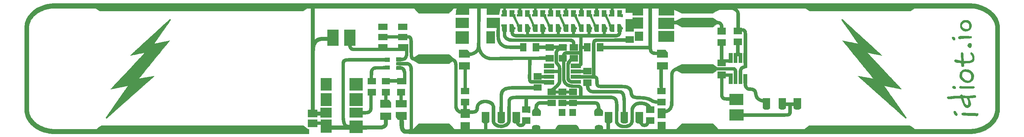
<source format=gtl>
G04 #@! TF.GenerationSoftware,KiCad,Pcbnew,(5.1.2)-1*
G04 #@! TF.CreationDate,2019-05-03T00:29:47+03:00*
G04 #@! TF.ProjectId,braclet,62726163-6c65-4742-9e6b-696361645f70,rev?*
G04 #@! TF.SameCoordinates,Original*
G04 #@! TF.FileFunction,Copper,L1,Top*
G04 #@! TF.FilePolarity,Positive*
%FSLAX46Y46*%
G04 Gerber Fmt 4.6, Leading zero omitted, Abs format (unit mm)*
G04 Created by KiCad (PCBNEW (5.1.2)-1) date 2019-05-03 00:29:47*
%MOMM*%
%LPD*%
G04 APERTURE LIST*
%ADD10C,0.010000*%
G04 APERTURE END LIST*
D10*
G36*
X44257401Y16775573D02*
G01*
X45652083Y16775568D01*
X47040002Y16775560D01*
X48420941Y16775549D01*
X49794684Y16775536D01*
X51161015Y16775520D01*
X52519719Y16775502D01*
X53870580Y16775481D01*
X55213381Y16775458D01*
X56547907Y16775431D01*
X57873943Y16775403D01*
X59191271Y16775371D01*
X60499677Y16775337D01*
X61798944Y16775300D01*
X63088857Y16775261D01*
X64369199Y16775219D01*
X65639755Y16775174D01*
X66900310Y16775127D01*
X68150646Y16775077D01*
X69390548Y16775024D01*
X70619801Y16774968D01*
X71838189Y16774910D01*
X73045495Y16774849D01*
X74241504Y16774785D01*
X75426000Y16774718D01*
X76598766Y16774649D01*
X77759588Y16774577D01*
X78908250Y16774502D01*
X80044534Y16774424D01*
X81168227Y16774343D01*
X82279111Y16774260D01*
X83376971Y16774173D01*
X84461590Y16774084D01*
X85532754Y16773992D01*
X86590247Y16773897D01*
X87633851Y16773800D01*
X88663352Y16773699D01*
X89678534Y16773596D01*
X90679181Y16773489D01*
X91665076Y16773380D01*
X92636005Y16773267D01*
X93591750Y16773152D01*
X94532097Y16773034D01*
X95456830Y16772913D01*
X96365732Y16772789D01*
X97258588Y16772662D01*
X98135181Y16772532D01*
X98995297Y16772399D01*
X99838719Y16772263D01*
X100665231Y16772124D01*
X101474617Y16771981D01*
X102266662Y16771836D01*
X103041150Y16771688D01*
X103797864Y16771537D01*
X104536589Y16771383D01*
X105257110Y16771225D01*
X105959209Y16771065D01*
X106642672Y16770901D01*
X107307283Y16770735D01*
X107952825Y16770565D01*
X108579082Y16770392D01*
X109185840Y16770216D01*
X109772881Y16770037D01*
X110339991Y16769854D01*
X110886953Y16769669D01*
X111413551Y16769480D01*
X111919570Y16769288D01*
X112404794Y16769093D01*
X112869006Y16768895D01*
X113311991Y16768694D01*
X113733534Y16768489D01*
X114133417Y16768281D01*
X114511426Y16768070D01*
X114867345Y16767855D01*
X115200957Y16767638D01*
X115512046Y16767417D01*
X115800398Y16767192D01*
X116065795Y16766965D01*
X116308023Y16766734D01*
X116526865Y16766500D01*
X116722106Y16766262D01*
X116893529Y16766022D01*
X117040918Y16765777D01*
X117164059Y16765530D01*
X117262734Y16765279D01*
X117336729Y16765025D01*
X117385826Y16764767D01*
X117409811Y16764506D01*
X117411500Y16764457D01*
X117619822Y16754769D01*
X117810372Y16742830D01*
X117990727Y16727978D01*
X118168465Y16709548D01*
X118351164Y16686878D01*
X118444303Y16674091D01*
X118906354Y16597121D01*
X119359615Y16498046D01*
X119803150Y16377269D01*
X120236023Y16235192D01*
X120657299Y16072218D01*
X121066040Y15888750D01*
X121461312Y15685190D01*
X121842178Y15461942D01*
X122207702Y15219407D01*
X122556948Y14957989D01*
X122695402Y14845288D01*
X122762418Y14787244D01*
X122842295Y14714561D01*
X122931278Y14630949D01*
X123025614Y14540118D01*
X123121549Y14445778D01*
X123215328Y14351639D01*
X123303199Y14261410D01*
X123381407Y14178802D01*
X123446198Y14107525D01*
X123471834Y14077950D01*
X123718360Y13769483D01*
X123940544Y13453952D01*
X124138543Y13131009D01*
X124312511Y12800305D01*
X124462603Y12461491D01*
X124588976Y12114218D01*
X124691783Y11758137D01*
X124771181Y11392899D01*
X124825166Y11036300D01*
X124826460Y11024684D01*
X124827702Y11011401D01*
X124828894Y10995942D01*
X124830037Y10977798D01*
X124831133Y10956460D01*
X124832181Y10931419D01*
X124833183Y10902167D01*
X124834140Y10868195D01*
X124835054Y10828993D01*
X124835924Y10784053D01*
X124836753Y10732866D01*
X124837540Y10674923D01*
X124838288Y10609715D01*
X124838997Y10536733D01*
X124839669Y10455469D01*
X124840303Y10365413D01*
X124840902Y10266056D01*
X124841466Y10156891D01*
X124841997Y10037407D01*
X124842495Y9907097D01*
X124842961Y9765450D01*
X124843397Y9611959D01*
X124843803Y9446113D01*
X124844180Y9267406D01*
X124844530Y9075327D01*
X124844854Y8869367D01*
X124845152Y8649018D01*
X124845426Y8413772D01*
X124845676Y8163118D01*
X124845904Y7896548D01*
X124846111Y7613554D01*
X124846297Y7313626D01*
X124846464Y6996255D01*
X124846613Y6660933D01*
X124846744Y6307151D01*
X124846859Y5934399D01*
X124846959Y5542170D01*
X124847045Y5129953D01*
X124847118Y4697241D01*
X124847178Y4243524D01*
X124847228Y3768293D01*
X124847267Y3271040D01*
X124847297Y2751256D01*
X124847320Y2208431D01*
X124847335Y1642057D01*
X124847344Y1051626D01*
X124847349Y436627D01*
X124847350Y31750D01*
X124847352Y-601179D01*
X124847359Y-1209222D01*
X124847367Y-1792893D01*
X124847374Y-2352704D01*
X124847376Y-2889171D01*
X124847372Y-3402806D01*
X124847358Y-3894123D01*
X124847333Y-4363636D01*
X124847293Y-4811859D01*
X124847235Y-5239305D01*
X124847157Y-5646488D01*
X124847057Y-6033922D01*
X124846932Y-6402120D01*
X124846778Y-6751597D01*
X124846594Y-7082865D01*
X124846377Y-7396439D01*
X124846124Y-7692831D01*
X124845832Y-7972557D01*
X124845499Y-8236130D01*
X124845122Y-8484063D01*
X124844699Y-8716869D01*
X124844226Y-8935064D01*
X124843702Y-9139160D01*
X124843123Y-9329671D01*
X124842487Y-9507111D01*
X124841792Y-9671994D01*
X124841033Y-9824832D01*
X124840210Y-9966141D01*
X124839319Y-10096433D01*
X124838358Y-10216223D01*
X124837323Y-10326024D01*
X124836213Y-10426349D01*
X124835024Y-10517713D01*
X124833755Y-10600629D01*
X124832402Y-10675611D01*
X124830962Y-10743173D01*
X124829433Y-10803828D01*
X124827813Y-10858089D01*
X124826099Y-10906472D01*
X124824287Y-10949488D01*
X124822376Y-10987653D01*
X124820363Y-11021480D01*
X124818245Y-11051482D01*
X124816019Y-11078173D01*
X124813683Y-11102067D01*
X124811234Y-11123678D01*
X124808670Y-11143519D01*
X124805988Y-11162104D01*
X124803184Y-11179946D01*
X124800258Y-11197560D01*
X124797205Y-11215459D01*
X124794023Y-11234157D01*
X124790710Y-11254167D01*
X124788991Y-11264900D01*
X124720008Y-11620573D01*
X124626534Y-11970890D01*
X124509062Y-12315073D01*
X124368085Y-12652342D01*
X124204096Y-12981921D01*
X124017588Y-13303030D01*
X123809055Y-13614893D01*
X123578988Y-13916730D01*
X123327882Y-14207763D01*
X123056229Y-14487215D01*
X122764523Y-14754308D01*
X122453256Y-15008262D01*
X122383550Y-15061279D01*
X122024745Y-15314967D01*
X121650440Y-15548854D01*
X121261349Y-15762689D01*
X120858187Y-15956221D01*
X120441670Y-16129200D01*
X120012512Y-16281375D01*
X119571429Y-16412494D01*
X119119136Y-16522307D01*
X118656347Y-16610564D01*
X118183779Y-16677012D01*
X117702145Y-16721401D01*
X117640100Y-16725464D01*
X117623821Y-16725801D01*
X117585835Y-16726134D01*
X117526094Y-16726463D01*
X117444549Y-16726786D01*
X117341156Y-16727106D01*
X117215865Y-16727420D01*
X117068629Y-16727730D01*
X116899402Y-16728036D01*
X116708137Y-16728337D01*
X116494785Y-16728633D01*
X116259300Y-16728925D01*
X116001634Y-16729212D01*
X115721740Y-16729495D01*
X115419571Y-16729773D01*
X115095080Y-16730046D01*
X114748219Y-16730316D01*
X114378941Y-16730580D01*
X113987199Y-16730841D01*
X113572946Y-16731096D01*
X113136134Y-16731348D01*
X112676716Y-16731594D01*
X112194645Y-16731837D01*
X111689874Y-16732075D01*
X111162354Y-16732308D01*
X110612040Y-16732537D01*
X110038884Y-16732762D01*
X109442838Y-16732982D01*
X108823855Y-16733198D01*
X108181889Y-16733410D01*
X107516891Y-16733617D01*
X106828814Y-16733819D01*
X106117612Y-16734018D01*
X105383237Y-16734212D01*
X104625642Y-16734401D01*
X103844779Y-16734587D01*
X103040601Y-16734768D01*
X102213062Y-16734944D01*
X101362113Y-16735117D01*
X100487707Y-16735285D01*
X99589798Y-16735449D01*
X98668337Y-16735608D01*
X97723279Y-16735763D01*
X96754574Y-16735914D01*
X95762177Y-16736061D01*
X94746040Y-16736203D01*
X93706115Y-16736342D01*
X92642356Y-16736476D01*
X91554715Y-16736605D01*
X90443145Y-16736731D01*
X89307598Y-16736852D01*
X88148028Y-16736969D01*
X86964387Y-16737082D01*
X85756628Y-16737191D01*
X84524703Y-16737295D01*
X83268566Y-16737396D01*
X81988169Y-16737492D01*
X80683464Y-16737584D01*
X79354406Y-16737672D01*
X78000945Y-16737756D01*
X76623036Y-16737836D01*
X75220630Y-16737911D01*
X73793681Y-16737983D01*
X72342141Y-16738050D01*
X70865963Y-16738113D01*
X69365100Y-16738173D01*
X67839505Y-16738228D01*
X66289130Y-16738279D01*
X64713927Y-16738326D01*
X63113851Y-16738369D01*
X61488853Y-16738408D01*
X59838886Y-16738443D01*
X58163903Y-16738474D01*
X56463857Y-16738501D01*
X54738701Y-16738523D01*
X52988386Y-16738542D01*
X51212867Y-16738557D01*
X49412095Y-16738568D01*
X47586024Y-16738575D01*
X45734605Y-16738578D01*
X45500925Y-16738578D01*
X-26428700Y-16738600D01*
X-26428700Y-16664157D01*
X-26952575Y-16659325D01*
X-27095139Y-16657864D01*
X-27215295Y-16656051D01*
X-27316037Y-16653461D01*
X-27400357Y-16649671D01*
X-27471247Y-16644255D01*
X-27531701Y-16636789D01*
X-27584710Y-16626848D01*
X-27633268Y-16614007D01*
X-27680367Y-16597842D01*
X-27729000Y-16577928D01*
X-27782159Y-16553839D01*
X-27819350Y-16536316D01*
X-27979045Y-16446627D01*
X-28124823Y-16335702D01*
X-28256684Y-16203538D01*
X-28374631Y-16050132D01*
X-28478664Y-15875483D01*
X-28568786Y-15679588D01*
X-28644996Y-15462445D01*
X-28707297Y-15224052D01*
X-28755690Y-14964407D01*
X-28760994Y-14928850D01*
X-28765529Y-14894624D01*
X-28769461Y-14857450D01*
X-28772849Y-14815216D01*
X-28775747Y-14765811D01*
X-28778213Y-14707124D01*
X-28780303Y-14637044D01*
X-28782074Y-14553459D01*
X-28783582Y-14454260D01*
X-28784883Y-14337334D01*
X-28786034Y-14200571D01*
X-28787091Y-14041860D01*
X-28787740Y-13928725D01*
X-28792373Y-13081000D01*
X-29004362Y-13080574D01*
X-29216350Y-13080148D01*
X-29755934Y-12439650D01*
X-29756100Y-11125200D01*
X-27063700Y-11125200D01*
X-27063700Y-13081000D01*
X-27763881Y-13081000D01*
X-27758896Y-13890625D01*
X-27757779Y-14059443D01*
X-27756619Y-14204985D01*
X-27755354Y-14329374D01*
X-27753923Y-14434732D01*
X-27752266Y-14523184D01*
X-27750322Y-14596853D01*
X-27748030Y-14657861D01*
X-27745328Y-14708333D01*
X-27742157Y-14750391D01*
X-27738454Y-14786159D01*
X-27734159Y-14817761D01*
X-27731874Y-14832043D01*
X-27698278Y-15002863D01*
X-27657866Y-15155601D01*
X-27611189Y-15288997D01*
X-27558799Y-15401791D01*
X-27501246Y-15492725D01*
X-27439083Y-15560540D01*
X-27400380Y-15589250D01*
X-27338799Y-15627350D01*
X-26883750Y-15631123D01*
X-26428700Y-15634896D01*
X-26428700Y-15532100D01*
X-26225276Y-15532100D01*
X-26229076Y-7775575D01*
X-26229339Y-7243272D01*
X-26229597Y-6735770D01*
X-26229851Y-6252471D01*
X-26230103Y-5792775D01*
X-26230355Y-5356085D01*
X-26230610Y-4941801D01*
X-26230868Y-4549324D01*
X-26231133Y-4178056D01*
X-26231405Y-3827399D01*
X-26231688Y-3496752D01*
X-26231983Y-3185518D01*
X-26232291Y-2893098D01*
X-26232616Y-2618893D01*
X-26232958Y-2362305D01*
X-26233320Y-2122734D01*
X-26233704Y-1899582D01*
X-26234112Y-1692250D01*
X-26234546Y-1500139D01*
X-26235007Y-1322651D01*
X-26235498Y-1159187D01*
X-26236021Y-1009148D01*
X-26236577Y-871935D01*
X-26237169Y-746951D01*
X-26237798Y-633595D01*
X-26238467Y-531269D01*
X-26239178Y-439374D01*
X-26239932Y-357313D01*
X-26240731Y-284485D01*
X-26241578Y-220292D01*
X-26242475Y-164136D01*
X-26243422Y-115418D01*
X-26244423Y-73538D01*
X-26245480Y-37899D01*
X-26246593Y-7901D01*
X-26247766Y17054D01*
X-26249000Y37565D01*
X-26250297Y54230D01*
X-26251659Y67650D01*
X-26253089Y78421D01*
X-26254587Y87143D01*
X-26254937Y88900D01*
X-26297257Y265369D01*
X-26347498Y418385D01*
X-26406132Y548777D01*
X-26473633Y657378D01*
X-26550474Y745016D01*
X-26637127Y812523D01*
X-26681270Y837479D01*
X-26705857Y849860D01*
X-26728726Y860827D01*
X-26751498Y870467D01*
X-26775792Y878864D01*
X-26803226Y886106D01*
X-26835421Y892278D01*
X-26873994Y897466D01*
X-26920567Y901756D01*
X-26976756Y905234D01*
X-27044182Y907987D01*
X-27124465Y910099D01*
X-27219222Y911658D01*
X-27330073Y912748D01*
X-27458638Y913457D01*
X-27606535Y913869D01*
X-27775384Y914072D01*
X-27966804Y914151D01*
X-28125553Y914180D01*
X-28298947Y914297D01*
X-28466031Y914573D01*
X-28624935Y914998D01*
X-28773788Y915558D01*
X-28910722Y916241D01*
X-29033866Y917034D01*
X-29141351Y917926D01*
X-29231307Y918904D01*
X-29301864Y919955D01*
X-29351153Y921067D01*
X-29377304Y922228D01*
X-29379678Y922477D01*
X-29417219Y929952D01*
X-29434942Y940865D01*
X-29438600Y954227D01*
X-29441323Y966378D01*
X-29452951Y973512D01*
X-29478678Y976917D01*
X-29523696Y977885D01*
X-29533850Y977900D01*
X-29629100Y977900D01*
X-29629100Y1651000D01*
X-29438600Y1651000D01*
X-29438600Y1727200D01*
X-28260675Y1727089D01*
X-28085440Y1726937D01*
X-27914324Y1726529D01*
X-27749453Y1725883D01*
X-27592955Y1725021D01*
X-27446956Y1723961D01*
X-27313583Y1722723D01*
X-27194962Y1721327D01*
X-27093221Y1719793D01*
X-27010486Y1718140D01*
X-26948884Y1716389D01*
X-26910542Y1714559D01*
X-26910376Y1714547D01*
X-26708472Y1689067D01*
X-26520989Y1642723D01*
X-26347700Y1575402D01*
X-26188377Y1486988D01*
X-26042791Y1377368D01*
X-25910714Y1246429D01*
X-25864124Y1191187D01*
X-25761426Y1048764D01*
X-25672853Y893826D01*
X-25597376Y723909D01*
X-25533971Y536552D01*
X-25481609Y329291D01*
X-25460140Y222250D01*
X-25431859Y69850D01*
X-25425217Y-15532100D01*
X-25330246Y-15532100D01*
X-25235275Y-15532099D01*
X-24565403Y-14814549D01*
X-23895532Y-14096999D01*
X-19996391Y-14097155D01*
X-16097250Y-14097310D01*
X-14801850Y-15531596D01*
X-13131800Y-15532100D01*
X-13131800Y-13754100D01*
X-10883900Y-13754100D01*
X-10883900Y-15532100D01*
X-7162800Y-15532100D01*
X-7162800Y-14022841D01*
X-7229475Y-14000987D01*
X-7311665Y-13968955D01*
X-7405460Y-13923892D01*
X-7503490Y-13869651D01*
X-7598382Y-13810082D01*
X-7610475Y-13801894D01*
X-7721601Y-13725924D01*
X-7721600Y-12457312D01*
X-7721600Y-11188700D01*
X-5905500Y-11188700D01*
X-5905500Y-12449973D01*
X-5905501Y-13711247D01*
X-5940425Y-13744048D01*
X-5982861Y-13778619D01*
X-6041684Y-13819456D01*
X-6110134Y-13862371D01*
X-6181450Y-13903174D01*
X-6248871Y-13937679D01*
X-6265068Y-13945164D01*
X-6362673Y-13989050D01*
X-6362687Y-14760575D01*
X-6362700Y-15532100D01*
X5143500Y-15532100D01*
X5143499Y-15234126D01*
X5143994Y-15122841D01*
X5146039Y-15033422D01*
X5150473Y-14962343D01*
X5158135Y-14906081D01*
X5169866Y-14861111D01*
X5186504Y-14823907D01*
X5208889Y-14790947D01*
X5237861Y-14758704D01*
X5262450Y-14734730D01*
X5359646Y-14659553D01*
X5477937Y-14597604D01*
X5616616Y-14549082D01*
X5774974Y-14514186D01*
X5952303Y-14493116D01*
X6146800Y-14486071D01*
X6330211Y-14492335D01*
X6498480Y-14510900D01*
X6650378Y-14541301D01*
X6784673Y-14583077D01*
X6900134Y-14635762D01*
X6995529Y-14698895D01*
X7069629Y-14772011D01*
X7120157Y-14852383D01*
X7129469Y-14873418D01*
X7136602Y-14893856D01*
X7141848Y-14917331D01*
X7145498Y-14947474D01*
X7147844Y-14987918D01*
X7149176Y-15042295D01*
X7149787Y-15114236D01*
X7149967Y-15207375D01*
X7149975Y-15224165D01*
X7150100Y-15532180D01*
X11077384Y-15525750D01*
X11102171Y-15462250D01*
X11134357Y-15386586D01*
X11176802Y-15296667D01*
X11225860Y-15199494D01*
X11277887Y-15102066D01*
X11329237Y-15011385D01*
X11376265Y-14934452D01*
X11379896Y-14928850D01*
X11442412Y-14840378D01*
X11511566Y-14755376D01*
X11583425Y-14677885D01*
X11654058Y-14611947D01*
X11719533Y-14561607D01*
X11760200Y-14537810D01*
X11812640Y-14515961D01*
X11869644Y-14497666D01*
X11898458Y-14490877D01*
X11919853Y-14489243D01*
X11965036Y-14487716D01*
X12032395Y-14486297D01*
X12120317Y-14484984D01*
X12227190Y-14483779D01*
X12351403Y-14482680D01*
X12491342Y-14481689D01*
X12645397Y-14480805D01*
X12811955Y-14480028D01*
X12989403Y-14479358D01*
X13176131Y-14478795D01*
X13370525Y-14478339D01*
X13570973Y-14477990D01*
X13775864Y-14477749D01*
X13983585Y-14477614D01*
X14192525Y-14477587D01*
X14401070Y-14477667D01*
X14607610Y-14477853D01*
X14810532Y-14478147D01*
X15008223Y-14478548D01*
X15199072Y-14479056D01*
X15381466Y-14479672D01*
X15553795Y-14480394D01*
X15714444Y-14481223D01*
X15861803Y-14482160D01*
X15994259Y-14483204D01*
X16110200Y-14484354D01*
X16208014Y-14485612D01*
X16286089Y-14486977D01*
X16342812Y-14488449D01*
X16376573Y-14490028D01*
X16384441Y-14490877D01*
X16461809Y-14511609D01*
X16533999Y-14545108D01*
X16606167Y-14594458D01*
X16683468Y-14662740D01*
X16701572Y-14680507D01*
X16807266Y-14799561D01*
X16910594Y-14943647D01*
X17011388Y-15112493D01*
X17109477Y-15305825D01*
X17162931Y-15424150D01*
X17207040Y-15525750D01*
X21206724Y-15532178D01*
X21211265Y-15217814D01*
X21212733Y-15120409D01*
X21214213Y-15044838D01*
X21216070Y-14987536D01*
X21218665Y-14944941D01*
X21222362Y-14913487D01*
X21227524Y-14889612D01*
X21234513Y-14869750D01*
X21243693Y-14850339D01*
X21249902Y-14838383D01*
X21303229Y-14762746D01*
X21379556Y-14693988D01*
X21477158Y-14633168D01*
X21594313Y-14581343D01*
X21729296Y-14539570D01*
X21742400Y-14536305D01*
X21895223Y-14505788D01*
X22050742Y-14487498D01*
X22206407Y-14480905D01*
X22359670Y-14485479D01*
X22507982Y-14500689D01*
X22648794Y-14526004D01*
X22779557Y-14560895D01*
X22897723Y-14604829D01*
X23000742Y-14657278D01*
X23086067Y-14717710D01*
X23151148Y-14785595D01*
X23182729Y-14836123D01*
X23192891Y-14857074D01*
X23200708Y-14876396D01*
X23206488Y-14897657D01*
X23210537Y-14924423D01*
X23213164Y-14960262D01*
X23214676Y-15008739D01*
X23215381Y-15073421D01*
X23215587Y-15157876D01*
X23215600Y-15217093D01*
X23215600Y-15532100D01*
X24218900Y-15532100D01*
X24218900Y-13985754D01*
X24101425Y-13926824D01*
X24036680Y-13892048D01*
X23966600Y-13850775D01*
X23903346Y-13810263D01*
X23885525Y-13797931D01*
X23787100Y-13727968D01*
X23787100Y-11188700D01*
X25590500Y-11188700D01*
X25590500Y-13727877D01*
X25523825Y-13777750D01*
X25436364Y-13837259D01*
X25337219Y-13895020D01*
X25235857Y-13945959D01*
X25141748Y-13985000D01*
X25128580Y-13989605D01*
X25019000Y-14026811D01*
X25019000Y-15532100D01*
X37287200Y-15532100D01*
X37287200Y-13690600D01*
X39293800Y-13690600D01*
X39293800Y-15532100D01*
X40706675Y-15531784D01*
X42119550Y-15531469D01*
X42786300Y-14814856D01*
X43453050Y-14098244D01*
X47443509Y-14097622D01*
X51433969Y-14097000D01*
X52103712Y-14814550D01*
X52773454Y-15532100D01*
X74860150Y-15531620D01*
X76098308Y-14617700D01*
X101844364Y-14617700D01*
X102463949Y-15074900D01*
X103083535Y-15532100D01*
X110142742Y-15531924D01*
X110688890Y-15531887D01*
X111216037Y-15531804D01*
X111723908Y-15531677D01*
X112212228Y-15531504D01*
X112680722Y-15531287D01*
X113129115Y-15531027D01*
X113557132Y-15530723D01*
X113964498Y-15530376D01*
X114350939Y-15529987D01*
X114716179Y-15529556D01*
X115059943Y-15529084D01*
X115381957Y-15528571D01*
X115681945Y-15528017D01*
X115959633Y-15527424D01*
X116214746Y-15526791D01*
X116447009Y-15526119D01*
X116656146Y-15525408D01*
X116841884Y-15524660D01*
X117003946Y-15523874D01*
X117142059Y-15523051D01*
X117255946Y-15522191D01*
X117345334Y-15521296D01*
X117409948Y-15520364D01*
X117449511Y-15519398D01*
X117455950Y-15519127D01*
X117899918Y-15486290D01*
X118335641Y-15432527D01*
X118762202Y-15358213D01*
X119178687Y-15263721D01*
X119584180Y-15149426D01*
X119977767Y-15015700D01*
X120358532Y-14862917D01*
X120725560Y-14691452D01*
X121077936Y-14501677D01*
X121414745Y-14293967D01*
X121735071Y-14068695D01*
X122038000Y-13826235D01*
X122322617Y-13566961D01*
X122383616Y-13506769D01*
X122605317Y-13272104D01*
X122804206Y-13034327D01*
X122982868Y-12789863D01*
X123143888Y-12535137D01*
X123289849Y-12266574D01*
X123311158Y-12223750D01*
X123426348Y-11971813D01*
X123521255Y-11724046D01*
X123597853Y-11473952D01*
X123658117Y-11215033D01*
X123704019Y-10940794D01*
X123706591Y-10922000D01*
X123707943Y-10911375D01*
X123709241Y-10899572D01*
X123710486Y-10886082D01*
X123711680Y-10870393D01*
X123712824Y-10851994D01*
X123713919Y-10830375D01*
X123714965Y-10805026D01*
X123715964Y-10775436D01*
X123716918Y-10741093D01*
X123717826Y-10701488D01*
X123718691Y-10656110D01*
X123719513Y-10604448D01*
X123720293Y-10545992D01*
X123721033Y-10480230D01*
X123721733Y-10406653D01*
X123722395Y-10324750D01*
X123723019Y-10234009D01*
X123723607Y-10133921D01*
X123724160Y-10023974D01*
X123724679Y-9903659D01*
X123725165Y-9772464D01*
X123725619Y-9629879D01*
X123726042Y-9475393D01*
X123726435Y-9308495D01*
X123726800Y-9128676D01*
X123727137Y-8935423D01*
X123727447Y-8728228D01*
X123727732Y-8506578D01*
X123727993Y-8269964D01*
X123728230Y-8017874D01*
X123728445Y-7749799D01*
X123728639Y-7465227D01*
X123728813Y-7163647D01*
X123728968Y-6844550D01*
X123729105Y-6507425D01*
X123729225Y-6151760D01*
X123729330Y-5777046D01*
X123729420Y-5382771D01*
X123729496Y-4968425D01*
X123729560Y-4533498D01*
X123729612Y-4077478D01*
X123729654Y-3599855D01*
X123729687Y-3100119D01*
X123729711Y-2577759D01*
X123729729Y-2032264D01*
X123729740Y-1463123D01*
X123729747Y-869826D01*
X123729749Y-251863D01*
X123729750Y25400D01*
X123729748Y654555D01*
X123729743Y1258818D01*
X123729732Y1838701D01*
X123729716Y2394712D01*
X123729693Y2927361D01*
X123729662Y3437157D01*
X123729622Y3924610D01*
X123729571Y4390229D01*
X123729510Y4834524D01*
X123729436Y5258004D01*
X123729349Y5661179D01*
X123729247Y6044558D01*
X123729130Y6408650D01*
X123728997Y6753966D01*
X123728846Y7081013D01*
X123728676Y7390303D01*
X123728487Y7682344D01*
X123728277Y7957646D01*
X123728046Y8216719D01*
X123727791Y8460071D01*
X123727513Y8688212D01*
X123727210Y8901652D01*
X123726880Y9100901D01*
X123726524Y9286467D01*
X123726140Y9458860D01*
X123725726Y9618589D01*
X123725283Y9766165D01*
X123724808Y9902096D01*
X123724301Y10026892D01*
X123723760Y10141062D01*
X123723185Y10245117D01*
X123722575Y10339564D01*
X123721928Y10424915D01*
X123721243Y10501678D01*
X123720520Y10570362D01*
X123719757Y10631478D01*
X123718954Y10685534D01*
X123718108Y10733040D01*
X123717220Y10774506D01*
X123716288Y10810441D01*
X123715311Y10841355D01*
X123714287Y10867756D01*
X123713217Y10890155D01*
X123712099Y10909061D01*
X123710931Y10924983D01*
X123709713Y10938431D01*
X123708444Y10949915D01*
X123707123Y10959943D01*
X123707100Y10960100D01*
X123648865Y11285908D01*
X123568502Y11600948D01*
X123465682Y11905858D01*
X123340076Y12201274D01*
X123191355Y12487833D01*
X123019188Y12766171D01*
X122823247Y13036925D01*
X122603202Y13300731D01*
X122365878Y13551122D01*
X122094542Y13805325D01*
X121809916Y14041072D01*
X121509979Y14259789D01*
X121192712Y14462903D01*
X120856093Y14651842D01*
X120683771Y14739533D01*
X120295457Y14917816D01*
X119898819Y15073870D01*
X119492820Y15207963D01*
X119076426Y15320360D01*
X118648601Y15411328D01*
X118208310Y15481134D01*
X117754519Y15530044D01*
X117557766Y15544540D01*
X117528022Y15545606D01*
X117472942Y15546628D01*
X117392591Y15547604D01*
X117287034Y15548536D01*
X117156334Y15549422D01*
X117000557Y15550262D01*
X116819766Y15551057D01*
X116614026Y15551807D01*
X116383402Y15552510D01*
X116127958Y15553168D01*
X115847759Y15553780D01*
X115542868Y15554346D01*
X115213351Y15554865D01*
X114859272Y15555338D01*
X114480694Y15555765D01*
X114077684Y15556145D01*
X113650304Y15556478D01*
X113198620Y15556765D01*
X112722697Y15557005D01*
X112222597Y15557198D01*
X111698387Y15557343D01*
X111150129Y15557442D01*
X110577890Y15557493D01*
X110238293Y15557500D01*
X103121802Y15557500D01*
X102105494Y14808200D01*
X76135404Y14808200D01*
X75628072Y15182850D01*
X75120741Y15557500D01*
X57440593Y15557500D01*
X57534104Y15482274D01*
X57609298Y15417125D01*
X57691709Y15337902D01*
X57775071Y15251220D01*
X57853117Y15163696D01*
X57919582Y15081944D01*
X57942059Y15051589D01*
X58040307Y14896338D01*
X58125917Y14725439D01*
X58195357Y14546957D01*
X58245094Y14368956D01*
X58248950Y14351000D01*
X58254846Y14320619D01*
X58260190Y14287899D01*
X58265010Y14251532D01*
X58269332Y14210207D01*
X58273183Y14162616D01*
X58276590Y14107449D01*
X58279580Y14043396D01*
X58282179Y13969147D01*
X58284415Y13883394D01*
X58286313Y13784827D01*
X58287901Y13672136D01*
X58289205Y13544011D01*
X58290253Y13399143D01*
X58291071Y13236223D01*
X58291685Y13053941D01*
X58292123Y12850987D01*
X58292412Y12626052D01*
X58292577Y12377826D01*
X58292629Y12214225D01*
X58293000Y10490200D01*
X58826400Y10490200D01*
X58826400Y10392512D01*
X59006056Y10383936D01*
X59155839Y10372029D01*
X59285850Y10350879D01*
X59400414Y10319270D01*
X59503858Y10275983D01*
X59600507Y10219803D01*
X59608372Y10214514D01*
X59729578Y10118097D01*
X59834227Y10004549D01*
X59922581Y9873318D01*
X59994901Y9723849D01*
X60051447Y9555589D01*
X60092481Y9367984D01*
X60118263Y9160482D01*
X60120793Y9128130D01*
X60121870Y9100826D01*
X60122959Y9048849D01*
X60124056Y8972925D01*
X60125159Y8873781D01*
X60126264Y8752143D01*
X60127368Y8608737D01*
X60128467Y8444290D01*
X60129559Y8259529D01*
X60130640Y8055180D01*
X60131706Y7831970D01*
X60132756Y7590625D01*
X60133784Y7331871D01*
X60134788Y7056436D01*
X60135765Y6765046D01*
X60136712Y6458426D01*
X60137625Y6137305D01*
X60138500Y5802408D01*
X60139336Y5454461D01*
X60140128Y5094192D01*
X60140873Y4722327D01*
X60141084Y4610100D01*
X60149147Y260350D01*
X59935448Y204643D01*
X59753254Y155455D01*
X59594421Y108542D01*
X59457138Y62795D01*
X59339595Y17104D01*
X59239978Y-29643D01*
X59156477Y-78554D01*
X59087280Y-130741D01*
X59030576Y-187313D01*
X58984554Y-249382D01*
X58947400Y-318057D01*
X58917305Y-394448D01*
X58907428Y-425450D01*
X58904119Y-437521D01*
X58901135Y-451543D01*
X58898456Y-468846D01*
X58896060Y-490765D01*
X58893928Y-518631D01*
X58892038Y-553779D01*
X58890371Y-597540D01*
X58888905Y-651247D01*
X58887621Y-716233D01*
X58886497Y-793831D01*
X58885513Y-885375D01*
X58884649Y-992195D01*
X58883884Y-1115626D01*
X58883198Y-1257000D01*
X58882569Y-1417651D01*
X58881978Y-1598910D01*
X58881404Y-1802110D01*
X58880826Y-2028585D01*
X58880472Y-2174875D01*
X58876481Y-3848100D01*
X58051700Y-3848100D01*
X58052487Y-2727325D01*
X58052996Y-2395940D01*
X58054040Y-2089251D01*
X58055617Y-1807318D01*
X58057726Y-1550206D01*
X58060366Y-1317976D01*
X58063536Y-1110691D01*
X58067235Y-928415D01*
X58071462Y-771208D01*
X58076216Y-639134D01*
X58081495Y-532256D01*
X58087298Y-450637D01*
X58093624Y-394338D01*
X58094806Y-386971D01*
X58136857Y-194952D01*
X58194934Y-20233D01*
X58269975Y138211D01*
X58362914Y281406D01*
X58474687Y410378D01*
X58606229Y526152D01*
X58758476Y629754D01*
X58932364Y722209D01*
X59128828Y804542D01*
X59207400Y832636D01*
X59328050Y873991D01*
X59331425Y1224396D01*
X59334801Y1574800D01*
X59270900Y1574800D01*
X59270900Y3987800D01*
X59304143Y3987800D01*
X59337386Y3987801D01*
X59328788Y6530975D01*
X59327691Y6836825D01*
X59326523Y7127232D01*
X59325290Y7401483D01*
X59323998Y7658869D01*
X59322652Y7898679D01*
X59321257Y8120201D01*
X59319821Y8322724D01*
X59318347Y8505538D01*
X59316843Y8667932D01*
X59315314Y8809194D01*
X59313765Y8928613D01*
X59312203Y9025479D01*
X59310633Y9099081D01*
X59309061Y9148707D01*
X59307492Y9173648D01*
X59307486Y9173694D01*
X59284991Y9299139D01*
X59252462Y9402012D01*
X59210026Y9482015D01*
X59157807Y9538847D01*
X59152541Y9542883D01*
X59132877Y9554884D01*
X59108528Y9563083D01*
X59073989Y9568420D01*
X59023751Y9571832D01*
X58971566Y9573718D01*
X58826400Y9577986D01*
X58826400Y8915400D01*
X56819800Y8915400D01*
X56819800Y10490200D01*
X57495648Y10490200D01*
X57487336Y12271375D01*
X57485917Y12554598D01*
X57484406Y12815699D01*
X57482807Y13054377D01*
X57481124Y13270328D01*
X57479360Y13463250D01*
X57477519Y13632841D01*
X57475605Y13778798D01*
X57473620Y13900819D01*
X57471569Y13998602D01*
X57469455Y14071843D01*
X57467281Y14120240D01*
X57465415Y14141450D01*
X57453788Y14199077D01*
X57436165Y14266045D01*
X57416280Y14328231D01*
X57415486Y14330430D01*
X57353255Y14466639D01*
X57268277Y14598140D01*
X57163084Y14722672D01*
X57040213Y14837974D01*
X56902195Y14941787D01*
X56751567Y15031849D01*
X56590861Y15105900D01*
X56515000Y15133711D01*
X56407050Y15170150D01*
X53045430Y15177218D01*
X52241197Y14732359D01*
X51436965Y14287500D01*
X47444360Y14287501D01*
X43451756Y14287501D01*
X42468153Y14723157D01*
X41484550Y15158814D01*
X41477988Y13741400D01*
X37553900Y13741400D01*
X37553900Y15557500D01*
X35775900Y15557500D01*
X35777520Y12773025D01*
X35777829Y12330294D01*
X35778236Y11893896D01*
X35778738Y11464537D01*
X35779332Y11042922D01*
X35780014Y10629756D01*
X35780781Y10225744D01*
X35781629Y9831590D01*
X35782557Y9448001D01*
X35783559Y9075681D01*
X35784634Y8715335D01*
X35785778Y8367668D01*
X35786987Y8033386D01*
X35788259Y7713193D01*
X35789590Y7407794D01*
X35790977Y7117895D01*
X35792417Y6844201D01*
X35793907Y6587416D01*
X35795442Y6348246D01*
X35797021Y6127396D01*
X35798640Y5925570D01*
X35800295Y5743475D01*
X35801984Y5581814D01*
X35803703Y5441293D01*
X35805450Y5322618D01*
X35807219Y5226493D01*
X35809010Y5153622D01*
X35810817Y5104713D01*
X35812639Y5080468D01*
X35812716Y5080000D01*
X35843742Y4930272D01*
X35881997Y4803379D01*
X35928860Y4697440D01*
X35985706Y4610574D01*
X36053914Y4540900D01*
X36134860Y4486538D01*
X36229921Y4445605D01*
X36290250Y4427741D01*
X36364471Y4411397D01*
X36446389Y4398956D01*
X36539899Y4390094D01*
X36648898Y4384493D01*
X36777284Y4381830D01*
X36851891Y4381500D01*
X37122100Y4381500D01*
X37122100Y4851400D01*
X39275838Y4851400D01*
X39545169Y4532244D01*
X39814500Y4213087D01*
X39814500Y2908300D01*
X37122100Y2908300D01*
X37122100Y3585345D01*
X36941125Y3577471D01*
X36823611Y3574886D01*
X36695409Y3576421D01*
X36563927Y3581693D01*
X36436573Y3590319D01*
X36320756Y3601916D01*
X36236212Y3613941D01*
X36039433Y3658342D01*
X35859308Y3721908D01*
X35695907Y3804565D01*
X35549297Y3906241D01*
X35419546Y4026865D01*
X35306722Y4166364D01*
X35210893Y4324666D01*
X35132128Y4501699D01*
X35070493Y4697390D01*
X35028643Y4895850D01*
X35005360Y5035550D01*
X23304500Y5041928D01*
X23304500Y4521200D01*
X21729700Y4521200D01*
X21729700Y6527800D01*
X23304500Y6527800D01*
X23304500Y5854700D01*
X34975800Y5854700D01*
X34975800Y10018210D01*
X34975773Y10349980D01*
X34975695Y10679089D01*
X34975568Y11004381D01*
X34975394Y11324697D01*
X34975174Y11638881D01*
X34974911Y11945775D01*
X34974607Y12244222D01*
X34974263Y12533064D01*
X34973882Y12811144D01*
X34973466Y13077305D01*
X34973016Y13330389D01*
X34972535Y13569239D01*
X34972025Y13792698D01*
X34971488Y13999607D01*
X34970926Y14188811D01*
X34970340Y14359151D01*
X34969733Y14509470D01*
X34969107Y14638611D01*
X34968464Y14745416D01*
X34967805Y14828729D01*
X34967371Y14869610D01*
X34958943Y15557500D01*
X33502600Y15557500D01*
X33502600Y13728700D01*
X30911800Y13728700D01*
X30911800Y14401800D01*
X29070300Y14401800D01*
X29070300Y15557500D01*
X25946100Y15557500D01*
X25946100Y14973300D01*
X26162000Y14973300D01*
X26162000Y13500100D01*
X24803100Y13500100D01*
X24803099Y13695178D01*
X24803637Y13768482D01*
X24805115Y13837769D01*
X24807331Y13896744D01*
X24810082Y13939110D01*
X24811277Y13949916D01*
X24819454Y14009577D01*
X24963702Y14005664D01*
X25020795Y14004888D01*
X25067206Y14005731D01*
X25097900Y14007999D01*
X25107924Y14011169D01*
X25105311Y14026001D01*
X25098058Y14061581D01*
X25087019Y14113862D01*
X25073050Y14178793D01*
X25057006Y14252325D01*
X25056974Y14252469D01*
X25037101Y14343947D01*
X25022050Y14417261D01*
X25010972Y14479007D01*
X25003018Y14535778D01*
X24997337Y14594170D01*
X24993082Y14660779D01*
X24989402Y14742198D01*
X24987444Y14792326D01*
X24980536Y14973301D01*
X25120418Y14973301D01*
X25260300Y14973300D01*
X25260300Y15557500D01*
X21983700Y15557500D01*
X21983700Y14973300D01*
X22212300Y14973300D01*
X22212300Y13500100D01*
X20853400Y13500100D01*
X20853400Y14009594D01*
X21005824Y14005672D01*
X21064649Y14004382D01*
X21112925Y14003750D01*
X21145748Y14003808D01*
X21158215Y14004591D01*
X21158224Y14004622D01*
X21155713Y14017322D01*
X21148707Y14051209D01*
X21137971Y14102621D01*
X21124271Y14167894D01*
X21108372Y14243368D01*
X21102471Y14271322D01*
X21082480Y14368081D01*
X21067517Y14446973D01*
X21056676Y14514832D01*
X21049053Y14578488D01*
X21043742Y14644773D01*
X21039839Y14720519D01*
X21038498Y14754226D01*
X21030254Y14973301D01*
X21170427Y14973301D01*
X21310600Y14973300D01*
X21310600Y15557500D01*
X18084800Y15557500D01*
X18084800Y14973300D01*
X18313400Y14973300D01*
X18313400Y13500100D01*
X16954500Y13500100D01*
X16954500Y14008100D01*
X17107141Y14008101D01*
X17171368Y14008246D01*
X17214241Y14009211D01*
X17239808Y14011786D01*
X17252114Y14016763D01*
X17255207Y14024934D01*
X17253227Y14036676D01*
X17222355Y14173882D01*
X17197526Y14290915D01*
X17178050Y14392093D01*
X17163237Y14481734D01*
X17152399Y14564157D01*
X17144844Y14643680D01*
X17139885Y14724622D01*
X17138629Y14754225D01*
X17130250Y14973300D01*
X17411700Y14973300D01*
X17411700Y15557500D01*
X14147800Y15557500D01*
X14147800Y14973300D01*
X14363700Y14973300D01*
X14363700Y13500100D01*
X13017500Y13500100D01*
X13017500Y14007319D01*
X13167763Y14010885D01*
X13318026Y14014450D01*
X13263624Y14255750D01*
X13243812Y14345437D01*
X13229151Y14417975D01*
X13218648Y14480864D01*
X13211312Y14541602D01*
X13206153Y14607688D01*
X13202179Y14686620D01*
X13200254Y14735175D01*
X13191287Y14973300D01*
X13474700Y14973300D01*
X13474700Y15557500D01*
X10210800Y15557500D01*
X10210800Y14973300D01*
X10426700Y14973300D01*
X10426700Y13487400D01*
X9080500Y13487400D01*
X9080500Y14008100D01*
X9233755Y14008101D01*
X9298304Y14008393D01*
X9341409Y14009669D01*
X9367026Y14012528D01*
X9379109Y14017568D01*
X9381611Y14025388D01*
X9380564Y14030326D01*
X9375941Y14049359D01*
X9366968Y14088911D01*
X9354601Y14144663D01*
X9339800Y14212293D01*
X9323523Y14287483D01*
X9323519Y14287500D01*
X9303984Y14381027D01*
X9289665Y14458160D01*
X9279502Y14527118D01*
X9272432Y14596119D01*
X9267394Y14673383D01*
X9264066Y14747875D01*
X9255212Y14973300D01*
X9537700Y14973300D01*
X9537700Y15557500D01*
X6273800Y15557500D01*
X6273800Y14973300D01*
X6502400Y14973300D01*
X6502400Y13487400D01*
X5143500Y13487400D01*
X5143500Y14008100D01*
X5296141Y14008100D01*
X5360368Y14008246D01*
X5403240Y14009210D01*
X5428803Y14011784D01*
X5441104Y14016760D01*
X5444186Y14024929D01*
X5442190Y14036675D01*
X5412439Y14167639D01*
X5388490Y14278377D01*
X5369651Y14373220D01*
X5355226Y14456499D01*
X5344524Y14532544D01*
X5336849Y14605684D01*
X5331510Y14680251D01*
X5328294Y14747875D01*
X5319460Y14973300D01*
X5600700Y14973300D01*
X5600700Y15557500D01*
X2336800Y15557500D01*
X2336800Y14973300D01*
X2552700Y14973300D01*
X2552700Y13500100D01*
X1206500Y13500100D01*
X1206500Y14008100D01*
X1356852Y14008101D01*
X1507205Y14008101D01*
X1452544Y14258926D01*
X1432754Y14351706D01*
X1418036Y14427073D01*
X1407436Y14492288D01*
X1399999Y14554613D01*
X1394771Y14621311D01*
X1390799Y14699642D01*
X1389132Y14741525D01*
X1380381Y14973300D01*
X1663700Y14973300D01*
X1663700Y15557500D01*
X-1600200Y15557500D01*
X-1600200Y14973300D01*
X-1384300Y14973300D01*
X-1384300Y13487400D01*
X-2730500Y13487400D01*
X-2730500Y14008100D01*
X-2584450Y14008100D01*
X-2520352Y14008605D01*
X-2477676Y14010466D01*
X-2452457Y14014201D01*
X-2440731Y14020329D01*
X-2438400Y14027222D01*
X-2441060Y14045267D01*
X-2448449Y14083786D01*
X-2459687Y14138481D01*
X-2473891Y14205051D01*
X-2489305Y14275271D01*
X-2509322Y14368256D01*
X-2523847Y14444467D01*
X-2533939Y14511668D01*
X-2540660Y14577627D01*
X-2545070Y14650108D01*
X-2546962Y14697475D01*
X-2549676Y14768483D01*
X-2552594Y14833575D01*
X-2555428Y14887065D01*
X-2557893Y14923268D01*
X-2558759Y14932026D01*
X-2563804Y14973301D01*
X-2418552Y14973301D01*
X-2273300Y14973300D01*
X-2273300Y15557500D01*
X-2638425Y15557432D01*
X-3003550Y15557363D01*
X-3186975Y14725582D01*
X-3370400Y13893800D01*
X-6502400Y13893800D01*
X-6502400Y15557500D01*
X-8089900Y15557500D01*
X-8089964Y15319375D01*
X-8090085Y15288237D01*
X-8090430Y15232701D01*
X-8090992Y15153766D01*
X-8091761Y15052433D01*
X-8092730Y14929703D01*
X-8093889Y14786575D01*
X-8095230Y14624051D01*
X-8096745Y14443130D01*
X-8098424Y14244813D01*
X-8100259Y14030100D01*
X-8102242Y13799991D01*
X-8104363Y13555488D01*
X-8106614Y13297589D01*
X-8108987Y13027296D01*
X-8111473Y12745609D01*
X-8114064Y12453528D01*
X-8116749Y12152054D01*
X-8119522Y11842186D01*
X-8122374Y11524926D01*
X-8125295Y11201273D01*
X-8128278Y10872229D01*
X-8128633Y10833100D01*
X-8131608Y10502035D01*
X-8134476Y10175556D01*
X-8137229Y9854700D01*
X-8139862Y9540506D01*
X-8142366Y9234011D01*
X-8144736Y8936255D01*
X-8146964Y8648275D01*
X-8149043Y8371109D01*
X-8150967Y8105796D01*
X-8152728Y7853373D01*
X-8154319Y7614879D01*
X-8155734Y7391352D01*
X-8156966Y7183830D01*
X-8158007Y6993351D01*
X-8158851Y6820953D01*
X-8159492Y6667675D01*
X-8159921Y6534555D01*
X-8160132Y6422630D01*
X-8160118Y6332939D01*
X-8159873Y6266520D01*
X-8159389Y6224411D01*
X-8159359Y6223000D01*
X-8155175Y6073692D01*
X-8149261Y5944808D01*
X-8141048Y5831399D01*
X-8129969Y5728515D01*
X-8115456Y5631206D01*
X-8096940Y5534524D01*
X-8073854Y5433520D01*
X-8064397Y5395470D01*
X-7982013Y5115083D01*
X-7879604Y4844542D01*
X-7758306Y4585954D01*
X-7619253Y4341424D01*
X-7463583Y4113058D01*
X-7292431Y3902962D01*
X-7213679Y3818058D01*
X-7026443Y3639051D01*
X-6832994Y3484082D01*
X-6631449Y3352159D01*
X-6419926Y3242293D01*
X-6196543Y3153492D01*
X-5959416Y3084767D01*
X-5734050Y3039480D01*
X-5702996Y3034746D01*
X-5670953Y3030729D01*
X-5635703Y3027383D01*
X-5595029Y3024660D01*
X-5546712Y3022512D01*
X-5488537Y3020891D01*
X-5418283Y3019751D01*
X-5333735Y3019043D01*
X-5232675Y3018720D01*
X-5112884Y3018735D01*
X-4972146Y3019039D01*
X-4808242Y3019586D01*
X-4806950Y3019590D01*
X-4678359Y3020217D01*
X-4527595Y3021214D01*
X-4357884Y3022546D01*
X-4172451Y3024181D01*
X-3974519Y3026084D01*
X-3767315Y3028223D01*
X-3554062Y3030565D01*
X-3337986Y3033075D01*
X-3122311Y3035720D01*
X-2910262Y3038466D01*
X-2705064Y3041281D01*
X-2673350Y3041732D01*
X-2466600Y3044682D01*
X-2250426Y3047762D01*
X-2028291Y3050922D01*
X-1803657Y3054114D01*
X-1579987Y3057289D01*
X-1360742Y3060396D01*
X-1149385Y3063388D01*
X-949378Y3066215D01*
X-764184Y3068829D01*
X-597264Y3071179D01*
X-452081Y3073217D01*
X-444500Y3073324D01*
X-340698Y3074655D01*
X-213295Y3076080D01*
X-64092Y3077585D01*
X105111Y3079158D01*
X292514Y3080785D01*
X496317Y3082453D01*
X714721Y3084150D01*
X945925Y3085862D01*
X1188129Y3087575D01*
X1439534Y3089278D01*
X1698340Y3090957D01*
X1962747Y3092599D01*
X2230954Y3094191D01*
X2501163Y3095720D01*
X2771572Y3097172D01*
X3022600Y3098448D01*
X3303138Y3099837D01*
X3591824Y3101272D01*
X3886339Y3102743D01*
X4184364Y3104237D01*
X4483580Y3105743D01*
X4781669Y3107249D01*
X5076312Y3108743D01*
X5365190Y3110213D01*
X5645985Y3111647D01*
X5916377Y3113034D01*
X6174048Y3114361D01*
X6416678Y3115618D01*
X6641951Y3116791D01*
X6847545Y3117871D01*
X7031144Y3118843D01*
X7108825Y3119258D01*
X8610600Y3127309D01*
X8610600Y3479800D01*
X10617200Y3479800D01*
X10617200Y1905000D01*
X8610600Y1905000D01*
X8610600Y2317750D01*
X7407275Y2314655D01*
X7216529Y2314091D01*
X7020186Y2313374D01*
X6821465Y2312523D01*
X6623587Y2311556D01*
X6429773Y2310494D01*
X6243243Y2309356D01*
X6067218Y2308160D01*
X5904920Y2306927D01*
X5759567Y2305675D01*
X5634382Y2304424D01*
X5567834Y2303651D01*
X4931718Y2295742D01*
X4923601Y1328846D01*
X4921835Y1141402D01*
X4919540Y934052D01*
X4916797Y712284D01*
X4913685Y481586D01*
X4910284Y247445D01*
X4906674Y15348D01*
X4902934Y-209217D01*
X4899146Y-420762D01*
X4895389Y-613801D01*
X4895084Y-628650D01*
X4889150Y-936724D01*
X4884560Y-1220107D01*
X4881325Y-1479472D01*
X4879454Y-1715492D01*
X4878956Y-1928841D01*
X4879842Y-2120192D01*
X4882121Y-2290219D01*
X4885803Y-2439595D01*
X4890897Y-2568993D01*
X4897415Y-2679087D01*
X4905364Y-2770550D01*
X4914755Y-2844055D01*
X4925599Y-2900277D01*
X4928145Y-2910264D01*
X4940626Y-2956678D01*
X5070638Y-2964992D01*
X5100288Y-2966043D01*
X5153576Y-2966989D01*
X5228742Y-2967825D01*
X5324023Y-2968545D01*
X5437659Y-2969146D01*
X5567889Y-2969622D01*
X5712950Y-2969968D01*
X5871082Y-2970181D01*
X6040524Y-2970254D01*
X6219514Y-2970183D01*
X6406291Y-2969964D01*
X6599093Y-2969592D01*
X6685492Y-2969378D01*
X6919811Y-2968707D01*
X7129873Y-2967990D01*
X7316824Y-2967212D01*
X7481806Y-2966357D01*
X7625964Y-2965412D01*
X7750443Y-2964359D01*
X7856385Y-2963184D01*
X7944935Y-2961872D01*
X8017237Y-2960408D01*
X8074435Y-2958776D01*
X8117673Y-2956961D01*
X8148095Y-2954949D01*
X8166844Y-2952723D01*
X8175066Y-2950269D01*
X8175626Y-2949575D01*
X8181299Y-2946870D01*
X8197239Y-2944471D01*
X8224691Y-2942360D01*
X8264898Y-2940522D01*
X8319104Y-2938941D01*
X8388552Y-2937603D01*
X8474487Y-2936491D01*
X8578152Y-2935590D01*
X8700791Y-2934884D01*
X8843647Y-2934357D01*
X9007965Y-2933995D01*
X9194988Y-2933782D01*
X9405960Y-2933701D01*
X9443508Y-2933700D01*
X10706100Y-2933700D01*
X10706100Y-4013200D01*
X8178800Y-4013200D01*
X8178800Y-3770175D01*
X6594475Y-3772967D01*
X6350002Y-3773382D01*
X6129527Y-3773691D01*
X5931647Y-3773850D01*
X5754960Y-3773814D01*
X5598063Y-3773539D01*
X5459555Y-3772981D01*
X5338032Y-3772094D01*
X5232093Y-3770834D01*
X5140335Y-3769158D01*
X5061355Y-3767019D01*
X4993752Y-3764375D01*
X4936122Y-3761179D01*
X4887065Y-3757388D01*
X4845176Y-3752958D01*
X4809054Y-3747843D01*
X4777297Y-3741999D01*
X4748502Y-3735382D01*
X4721267Y-3727947D01*
X4694189Y-3719650D01*
X4670252Y-3711887D01*
X4542929Y-3657206D01*
X4429994Y-3581965D01*
X4332560Y-3487258D01*
X4251738Y-3374180D01*
X4188641Y-3243825D01*
X4185047Y-3234427D01*
X4162165Y-3167140D01*
X4141974Y-3093164D01*
X4124390Y-3010997D01*
X4109327Y-2919137D01*
X4096701Y-2816085D01*
X4086427Y-2700338D01*
X4078420Y-2570396D01*
X4072595Y-2424757D01*
X4068866Y-2261920D01*
X4067150Y-2080384D01*
X4067361Y-1878647D01*
X4069415Y-1655209D01*
X4073225Y-1408568D01*
X4075375Y-1295400D01*
X4081600Y-980664D01*
X4087264Y-688947D01*
X4092408Y-417874D01*
X4097071Y-165069D01*
X4101293Y71843D01*
X4105112Y295235D01*
X4108570Y507483D01*
X4111704Y710962D01*
X4114555Y908047D01*
X4117161Y1101112D01*
X4119563Y1292531D01*
X4121800Y1484681D01*
X4122226Y1522895D01*
X4130845Y2302839D01*
X2614697Y2294160D01*
X2308297Y2292331D01*
X2011993Y2290404D01*
X1723363Y2288352D01*
X1439983Y2286147D01*
X1159432Y2283763D01*
X879285Y2281173D01*
X597120Y2278352D01*
X310513Y2275272D01*
X17043Y2271906D01*
X-285715Y2268229D01*
X-600183Y2264213D01*
X-928785Y2259832D01*
X-1273942Y2255059D01*
X-1638079Y2249868D01*
X-2023618Y2244232D01*
X-2286000Y2240329D01*
X-2497983Y2237303D01*
X-2722097Y2234371D01*
X-2954593Y2231569D01*
X-3191720Y2228931D01*
X-3429728Y2226493D01*
X-3664867Y2224290D01*
X-3893385Y2222357D01*
X-4111534Y2220730D01*
X-4315562Y2219442D01*
X-4501720Y2218530D01*
X-4666256Y2218029D01*
X-4667250Y2218027D01*
X-4854398Y2217722D01*
X-5018046Y2217566D01*
X-5160093Y2217593D01*
X-5282439Y2217837D01*
X-5386983Y2218334D01*
X-5475625Y2219116D01*
X-5550265Y2220219D01*
X-5612802Y2221677D01*
X-5665135Y2223523D01*
X-5709164Y2225793D01*
X-5746790Y2228519D01*
X-5779910Y2231738D01*
X-5810425Y2235482D01*
X-5835650Y2239091D01*
X-6128397Y2294794D01*
X-6407636Y2371900D01*
X-6674061Y2470751D01*
X-6928366Y2591691D01*
X-7171243Y2735062D01*
X-7403388Y2901209D01*
X-7625493Y3090473D01*
X-7700527Y3161792D01*
X-7895254Y3364205D01*
X-8070081Y3572534D01*
X-8228311Y3791369D01*
X-8373249Y4025304D01*
X-8508202Y4278931D01*
X-8516062Y4294892D01*
X-8601258Y4468634D01*
X-8659002Y4390142D01*
X-8711211Y4325042D01*
X-8778396Y4250020D01*
X-8855212Y4170396D01*
X-8936313Y4091486D01*
X-9016355Y4018608D01*
X-9089994Y3957081D01*
X-9109040Y3942383D01*
X-9316630Y3801156D01*
X-9541255Y3677979D01*
X-9783186Y3572746D01*
X-10042697Y3485352D01*
X-10320060Y3415690D01*
X-10598150Y3366159D01*
X-10667628Y3356584D01*
X-10732835Y3348595D01*
X-10787311Y3342916D01*
X-10824595Y3340272D01*
X-10829925Y3340169D01*
X-10883900Y3340100D01*
X-10883900Y2908300D01*
X-13576300Y2908300D01*
X-13576300Y4851400D01*
X-12499975Y4851187D01*
X-11423650Y4850973D01*
X-11156950Y4534308D01*
X-11077094Y4438893D01*
X-11012962Y4360852D01*
X-10963356Y4298616D01*
X-10927081Y4250615D01*
X-10902939Y4215280D01*
X-10889734Y4191042D01*
X-10886306Y4179394D01*
X-10880637Y4152876D01*
X-10866240Y4144990D01*
X-10848206Y4146701D01*
X-10821812Y4150774D01*
X-10777108Y4157449D01*
X-10720927Y4165712D01*
X-10674350Y4172490D01*
X-10442676Y4215369D01*
X-10223642Y4274723D01*
X-10019035Y4349764D01*
X-9830642Y4439701D01*
X-9660251Y4543746D01*
X-9509648Y4661111D01*
X-9457362Y4709640D01*
X-9328954Y4852332D01*
X-9217980Y5011438D01*
X-9125722Y5183773D01*
X-9053462Y5366147D01*
X-9002481Y5555376D01*
X-8974061Y5748272D01*
X-8968891Y5924550D01*
X-8969082Y5947448D01*
X-8969063Y5994627D01*
X-8968843Y6064967D01*
X-8968430Y6157351D01*
X-8967835Y6270660D01*
X-8967064Y6403776D01*
X-8966128Y6555579D01*
X-8965035Y6724952D01*
X-8963794Y6910776D01*
X-8962414Y7111932D01*
X-8960903Y7327302D01*
X-8959271Y7555768D01*
X-8957526Y7796210D01*
X-8955678Y8047511D01*
X-8953734Y8308551D01*
X-8951704Y8578213D01*
X-8949597Y8855378D01*
X-8947421Y9138927D01*
X-8945185Y9427742D01*
X-8942899Y9720704D01*
X-8940571Y10016695D01*
X-8938209Y10314596D01*
X-8935823Y10613289D01*
X-8933421Y10911654D01*
X-8931013Y11208575D01*
X-8928607Y11502932D01*
X-8926212Y11793606D01*
X-8923837Y12079480D01*
X-8921491Y12359434D01*
X-8919181Y12632350D01*
X-8916919Y12897110D01*
X-8914711Y13152595D01*
X-8912568Y13397687D01*
X-8910497Y13631266D01*
X-8908508Y13852215D01*
X-8906609Y14059416D01*
X-8904810Y14251748D01*
X-8903119Y14428095D01*
X-8901545Y14587337D01*
X-8900097Y14728356D01*
X-8898783Y14850033D01*
X-8897613Y14951251D01*
X-8897539Y14957426D01*
X-8890235Y15557501D01*
X-9956918Y15557501D01*
X-11023600Y15557500D01*
X-11023600Y13893800D01*
X-14391217Y13893800D01*
X-14383150Y14125575D01*
X-14373836Y14339554D01*
X-14361432Y14530745D01*
X-14345622Y14701608D01*
X-14326090Y14854603D01*
X-14302523Y14992190D01*
X-14274604Y15116830D01*
X-14242018Y15230982D01*
X-14241164Y15233650D01*
X-14219824Y15290806D01*
X-14190731Y15356452D01*
X-14158031Y15422188D01*
X-14125875Y15479613D01*
X-14101606Y15516225D01*
X-14070308Y15557500D01*
X-14916150Y15556446D01*
X-16097250Y14287862D01*
X-20005237Y14287681D01*
X-23913224Y14287501D01*
X-25099622Y15557501D01*
X-37829161Y15557501D01*
X-50558700Y15557500D01*
X-50558700Y7428167D01*
X-50453925Y7519022D01*
X-50274500Y7658343D01*
X-50076314Y7781891D01*
X-49861087Y7888915D01*
X-49630540Y7978667D01*
X-49386392Y8050395D01*
X-49130365Y8103350D01*
X-49104550Y8107524D01*
X-48996699Y8123675D01*
X-48892325Y8137328D01*
X-48788146Y8148669D01*
X-48680877Y8157881D01*
X-48567235Y8165148D01*
X-48443938Y8170652D01*
X-48307701Y8174579D01*
X-48155242Y8177111D01*
X-47983278Y8178433D01*
X-47831375Y8178741D01*
X-47307500Y8178800D01*
X-47307500Y10045700D01*
X-44500800Y10045700D01*
X-44500800Y5918200D01*
X-47307500Y5918200D01*
X-47307500Y7241752D01*
X-47964725Y7235418D01*
X-48116707Y7233853D01*
X-48246013Y7232253D01*
X-48355369Y7230514D01*
X-48447502Y7228531D01*
X-48525135Y7226198D01*
X-48590993Y7223410D01*
X-48647803Y7220062D01*
X-48698289Y7216050D01*
X-48745177Y7211268D01*
X-48791191Y7205611D01*
X-48812450Y7202736D01*
X-49038199Y7164340D01*
X-49242348Y7114090D01*
X-49426224Y7051058D01*
X-49591155Y6974320D01*
X-49738470Y6882949D01*
X-49869497Y6776019D01*
X-49985563Y6652604D01*
X-50087997Y6511779D01*
X-50178127Y6352618D01*
X-50245516Y6203540D01*
X-50310321Y6024412D01*
X-50367922Y5822899D01*
X-50418017Y5601058D01*
X-50460304Y5360950D01*
X-50494483Y5104632D01*
X-50520253Y4834163D01*
X-50537312Y4551601D01*
X-50545360Y4259005D01*
X-50545993Y4149725D01*
X-50546695Y4063157D01*
X-50548728Y3995989D01*
X-50551994Y3949958D01*
X-50556397Y3926798D01*
X-50558700Y3924300D01*
X-50559737Y3911602D01*
X-50560730Y3873515D01*
X-50561679Y3810051D01*
X-50562584Y3721219D01*
X-50563444Y3607032D01*
X-50564261Y3467501D01*
X-50565033Y3302636D01*
X-50565762Y3112449D01*
X-50566446Y2896950D01*
X-50567086Y2656152D01*
X-50567682Y2390064D01*
X-50568234Y2098699D01*
X-50568741Y1782067D01*
X-50569205Y1440179D01*
X-50569624Y1073047D01*
X-50569998Y680681D01*
X-50570329Y263092D01*
X-50570615Y-179708D01*
X-50570857Y-647708D01*
X-50571054Y-1140897D01*
X-50571207Y-1659264D01*
X-50571316Y-2202798D01*
X-50571381Y-2771488D01*
X-50571400Y-3333750D01*
X-50571400Y-10591800D01*
X-49936400Y-10591800D01*
X-49936400Y-11036300D01*
X-49047400Y-11036300D01*
X-49047400Y-10020300D01*
X-46266100Y-10020300D01*
X-46266100Y-12484100D01*
X-49047400Y-12484100D01*
X-49047400Y-11976100D01*
X-49936400Y-11976100D01*
X-49936400Y-12395200D01*
X-52235100Y-12395200D01*
X-52235100Y-10591800D01*
X-51511200Y-10591800D01*
X-51511200Y-986361D01*
X-51511188Y-467417D01*
X-51511153Y54409D01*
X-51511094Y578165D01*
X-51511013Y1102897D01*
X-51510909Y1627649D01*
X-51510785Y2151468D01*
X-51510640Y2673399D01*
X-51510475Y3192490D01*
X-51510291Y3707786D01*
X-51510087Y4218332D01*
X-51509866Y4723174D01*
X-51509627Y5221359D01*
X-51509371Y5711933D01*
X-51509099Y6193941D01*
X-51508812Y6666429D01*
X-51508509Y7128443D01*
X-51508192Y7579030D01*
X-51507861Y8017235D01*
X-51507516Y8442103D01*
X-51507159Y8852682D01*
X-51506791Y9248016D01*
X-51506410Y9627153D01*
X-51506020Y9989137D01*
X-51505618Y10333014D01*
X-51505208Y10657831D01*
X-51504788Y10962634D01*
X-51504361Y11246468D01*
X-51503925Y11508379D01*
X-51503483Y11747414D01*
X-51503034Y11962618D01*
X-51502742Y12088289D01*
X-51494283Y15557500D01*
X-52450279Y15557500D01*
X-52957932Y15182850D01*
X-53465586Y14808200D01*
X-79555268Y14808487D01*
X-105644950Y14808773D01*
X-106151679Y15183137D01*
X-106658407Y15557500D01*
X-112006595Y15557500D01*
X-112452239Y15557497D01*
X-112873246Y15557483D01*
X-113270382Y15557451D01*
X-113644409Y15557398D01*
X-113996091Y15557316D01*
X-114326194Y15557200D01*
X-114635480Y15557044D01*
X-114924714Y15556843D01*
X-115194659Y15556590D01*
X-115446080Y15556280D01*
X-115679739Y15555907D01*
X-115896403Y15555464D01*
X-116096833Y15554948D01*
X-116281795Y15554350D01*
X-116452052Y15553667D01*
X-116608368Y15552892D01*
X-116751507Y15552018D01*
X-116882232Y15551041D01*
X-117001309Y15549955D01*
X-117109500Y15548753D01*
X-117207571Y15547431D01*
X-117296284Y15545981D01*
X-117376403Y15544399D01*
X-117448693Y15542679D01*
X-117513918Y15540814D01*
X-117572840Y15538799D01*
X-117626226Y15536629D01*
X-117674837Y15534297D01*
X-117719439Y15531797D01*
X-117760795Y15529125D01*
X-117799669Y15526273D01*
X-117836825Y15523237D01*
X-117873027Y15520010D01*
X-117909040Y15516586D01*
X-117945625Y15512961D01*
X-117951250Y15512395D01*
X-118377326Y15458500D01*
X-118796009Y15383639D01*
X-119206143Y15288327D01*
X-119606568Y15173079D01*
X-119996127Y15038410D01*
X-120373661Y14884837D01*
X-120738013Y14712873D01*
X-121088024Y14523035D01*
X-121422536Y14315838D01*
X-121740392Y14091797D01*
X-122040432Y13851427D01*
X-122321499Y13595244D01*
X-122372123Y13545361D01*
X-122615313Y13287462D01*
X-122834087Y13023197D01*
X-123028778Y12751926D01*
X-123199716Y12473006D01*
X-123347232Y12185796D01*
X-123471658Y11889653D01*
X-123573326Y11583937D01*
X-123652567Y11268005D01*
X-123707049Y10960100D01*
X-123708375Y10950101D01*
X-123709648Y10938682D01*
X-123710871Y10925333D01*
X-123712042Y10909544D01*
X-123713164Y10890806D01*
X-123714238Y10868609D01*
X-123715265Y10842443D01*
X-123716246Y10811798D01*
X-123717181Y10776165D01*
X-123718072Y10735033D01*
X-123718920Y10687892D01*
X-123719727Y10634233D01*
X-123720492Y10573547D01*
X-123721218Y10505322D01*
X-123721905Y10429049D01*
X-123722554Y10344219D01*
X-123723166Y10250322D01*
X-123723743Y10146847D01*
X-123724285Y10033286D01*
X-123724794Y9909127D01*
X-123725270Y9773861D01*
X-123725715Y9626979D01*
X-123726130Y9467971D01*
X-123726516Y9296326D01*
X-123726873Y9111535D01*
X-123727203Y8913088D01*
X-123727507Y8700475D01*
X-123727786Y8473187D01*
X-123728041Y8230713D01*
X-123728274Y7972544D01*
X-123728484Y7698169D01*
X-123728674Y7407080D01*
X-123728844Y7098766D01*
X-123728995Y6772717D01*
X-123729129Y6428423D01*
X-123729246Y6065376D01*
X-123729348Y5683064D01*
X-123729436Y5280978D01*
X-123729510Y4858608D01*
X-123729571Y4415444D01*
X-123729622Y3950977D01*
X-123729662Y3464696D01*
X-123729694Y2956092D01*
X-123729717Y2424655D01*
X-123729733Y1869876D01*
X-123729743Y1291243D01*
X-123729749Y688248D01*
X-123729750Y60380D01*
X-123729750Y38100D01*
X-123729745Y-605392D01*
X-123729728Y-1223950D01*
X-123729699Y-1818042D01*
X-123729657Y-2388134D01*
X-123729602Y-2934692D01*
X-123729533Y-3458183D01*
X-123729448Y-3959074D01*
X-123729348Y-4437831D01*
X-123729231Y-4894920D01*
X-123729097Y-5330810D01*
X-123728945Y-5745965D01*
X-123728774Y-6140853D01*
X-123728584Y-6515940D01*
X-123728374Y-6871693D01*
X-123728143Y-7208579D01*
X-123727891Y-7527064D01*
X-123727616Y-7827614D01*
X-123727319Y-8110697D01*
X-123726997Y-8376778D01*
X-123726651Y-8626325D01*
X-123726280Y-8859804D01*
X-123725883Y-9077682D01*
X-123725460Y-9280425D01*
X-123725009Y-9468500D01*
X-123724530Y-9642374D01*
X-123724022Y-9802512D01*
X-123723485Y-9949383D01*
X-123722918Y-10083451D01*
X-123722319Y-10205185D01*
X-123721689Y-10315050D01*
X-123721026Y-10413514D01*
X-123720331Y-10501042D01*
X-123719601Y-10578101D01*
X-123718837Y-10645159D01*
X-123718037Y-10702680D01*
X-123717202Y-10751134D01*
X-123716329Y-10790985D01*
X-123715419Y-10822700D01*
X-123714471Y-10846746D01*
X-123713484Y-10863590D01*
X-123712787Y-10871200D01*
X-123673035Y-11135817D01*
X-123615872Y-11401456D01*
X-123543600Y-11657815D01*
X-123522476Y-11722100D01*
X-123407547Y-12021844D01*
X-123269078Y-12313831D01*
X-123107917Y-12597411D01*
X-122924909Y-12871934D01*
X-122720900Y-13136750D01*
X-122496736Y-13391209D01*
X-122253264Y-13634662D01*
X-121991330Y-13866458D01*
X-121711781Y-14085947D01*
X-121415461Y-14292480D01*
X-121103217Y-14485406D01*
X-120775897Y-14664076D01*
X-120434345Y-14827840D01*
X-120079407Y-14976048D01*
X-119711931Y-15108050D01*
X-119332762Y-15223196D01*
X-118942747Y-15320837D01*
X-118795800Y-15352409D01*
X-118651519Y-15380860D01*
X-118509329Y-15406319D01*
X-118364534Y-15429458D01*
X-118212438Y-15450946D01*
X-118048344Y-15471452D01*
X-117867555Y-15491647D01*
X-117697250Y-15509067D01*
X-117677571Y-15510369D01*
X-117645122Y-15511612D01*
X-117599389Y-15512799D01*
X-117539854Y-15513932D01*
X-117465999Y-15515012D01*
X-117377308Y-15516041D01*
X-117273265Y-15517021D01*
X-117153351Y-15517954D01*
X-117017050Y-15518840D01*
X-116863845Y-15519683D01*
X-116693220Y-15520484D01*
X-116504656Y-15521244D01*
X-116297638Y-15521965D01*
X-116071647Y-15522650D01*
X-115826168Y-15523299D01*
X-115560683Y-15523915D01*
X-115274675Y-15524499D01*
X-114967628Y-15525053D01*
X-114639024Y-15525578D01*
X-114288346Y-15526078D01*
X-113915077Y-15526552D01*
X-113518701Y-15527004D01*
X-113098700Y-15527434D01*
X-112654558Y-15527845D01*
X-112185757Y-15528238D01*
X-111974375Y-15528404D01*
X-106403899Y-15532681D01*
X-105766678Y-15062490D01*
X-105129457Y-14592300D01*
X-79288704Y-14592745D01*
X-53447950Y-14593190D01*
X-52247730Y-15532100D01*
X-51993800Y-15532100D01*
X-51993800Y-16738600D01*
X-84750275Y-16736465D01*
X-85663515Y-16736404D01*
X-86570812Y-16736340D01*
X-87471831Y-16736273D01*
X-88366237Y-16736204D01*
X-89253693Y-16736133D01*
X-90133866Y-16736059D01*
X-91006418Y-16735983D01*
X-91871015Y-16735904D01*
X-92727321Y-16735823D01*
X-93575001Y-16735740D01*
X-94413719Y-16735655D01*
X-95243139Y-16735568D01*
X-96062927Y-16735479D01*
X-96872747Y-16735388D01*
X-97672262Y-16735295D01*
X-98461139Y-16735200D01*
X-99239041Y-16735103D01*
X-100005632Y-16735005D01*
X-100760578Y-16734905D01*
X-101503542Y-16734804D01*
X-102234190Y-16734701D01*
X-102952186Y-16734596D01*
X-103657194Y-16734491D01*
X-104348879Y-16734384D01*
X-105026905Y-16734275D01*
X-105690938Y-16734166D01*
X-106340640Y-16734055D01*
X-106975678Y-16733944D01*
X-107595715Y-16733831D01*
X-108200415Y-16733718D01*
X-108789445Y-16733603D01*
X-109362467Y-16733488D01*
X-109919147Y-16733372D01*
X-110459149Y-16733256D01*
X-110982137Y-16733138D01*
X-111487776Y-16733021D01*
X-111975731Y-16732902D01*
X-112445666Y-16732784D01*
X-112897246Y-16732665D01*
X-113330135Y-16732545D01*
X-113743997Y-16732426D01*
X-114138497Y-16732306D01*
X-114513300Y-16732186D01*
X-114868071Y-16732066D01*
X-115202473Y-16731946D01*
X-115516171Y-16731827D01*
X-115808829Y-16731707D01*
X-116080113Y-16731588D01*
X-116329687Y-16731468D01*
X-116557215Y-16731350D01*
X-116762362Y-16731231D01*
X-116944792Y-16731113D01*
X-117104170Y-16730996D01*
X-117240160Y-16730879D01*
X-117352427Y-16730763D01*
X-117440635Y-16730647D01*
X-117504449Y-16730532D01*
X-117543534Y-16730418D01*
X-117557550Y-16730306D01*
X-117587799Y-16728063D01*
X-117637621Y-16724538D01*
X-117701247Y-16720134D01*
X-117772908Y-16715251D01*
X-117811550Y-16712647D01*
X-117944643Y-16701975D01*
X-118094978Y-16686941D01*
X-118254953Y-16668469D01*
X-118416968Y-16647485D01*
X-118573421Y-16624913D01*
X-118700550Y-16604456D01*
X-119145255Y-16517637D01*
X-119580031Y-16410712D01*
X-120004018Y-16284201D01*
X-120416359Y-16138622D01*
X-120816195Y-15974494D01*
X-121202666Y-15792335D01*
X-121574914Y-15592665D01*
X-121932080Y-15376002D01*
X-122273306Y-15142865D01*
X-122597733Y-14893773D01*
X-122904501Y-14629245D01*
X-123192753Y-14349799D01*
X-123461629Y-14055955D01*
X-123710271Y-13748231D01*
X-123923094Y-13449300D01*
X-124123841Y-13126898D01*
X-124300287Y-12797168D01*
X-124452536Y-12459826D01*
X-124580691Y-12114586D01*
X-124684855Y-11761164D01*
X-124765131Y-11399275D01*
X-124821623Y-11028636D01*
X-124830712Y-10947400D01*
X-124831737Y-10924900D01*
X-124832733Y-10877726D01*
X-124833700Y-10806597D01*
X-124834638Y-10712228D01*
X-124835547Y-10595336D01*
X-124836426Y-10456640D01*
X-124837276Y-10296855D01*
X-124838097Y-10116700D01*
X-124838888Y-9916890D01*
X-124839650Y-9698143D01*
X-124840383Y-9461176D01*
X-124841087Y-9206707D01*
X-124841761Y-8935451D01*
X-124842406Y-8648127D01*
X-124843022Y-8345451D01*
X-124843609Y-8028140D01*
X-124844166Y-7696911D01*
X-124844693Y-7352482D01*
X-124845192Y-6995570D01*
X-124845661Y-6626891D01*
X-124846101Y-6247163D01*
X-124846512Y-5857102D01*
X-124846893Y-5457426D01*
X-124847245Y-5048851D01*
X-124847568Y-4632096D01*
X-124847861Y-4207876D01*
X-124848125Y-3776909D01*
X-124848359Y-3339912D01*
X-124848565Y-2897602D01*
X-124848741Y-2450697D01*
X-124848887Y-1999912D01*
X-124849004Y-1545965D01*
X-124849092Y-1089574D01*
X-124849151Y-631455D01*
X-124849180Y-172325D01*
X-124849180Y287098D01*
X-124849150Y746098D01*
X-124849091Y1203958D01*
X-124849003Y1659960D01*
X-124848885Y2113387D01*
X-124848738Y2563523D01*
X-124848561Y3009650D01*
X-124848356Y3451051D01*
X-124848120Y3887010D01*
X-124847856Y4316808D01*
X-124847561Y4739730D01*
X-124847238Y5155058D01*
X-124846885Y5562075D01*
X-124846503Y5960063D01*
X-124846091Y6348307D01*
X-124845650Y6726089D01*
X-124845179Y7092691D01*
X-124844679Y7447397D01*
X-124844150Y7789489D01*
X-124843591Y8118252D01*
X-124843003Y8432967D01*
X-124842385Y8732917D01*
X-124841738Y9017386D01*
X-124841061Y9285656D01*
X-124840355Y9537010D01*
X-124839619Y9770732D01*
X-124838854Y9986104D01*
X-124838060Y10182410D01*
X-124837236Y10358931D01*
X-124836383Y10514952D01*
X-124835500Y10649754D01*
X-124834587Y10762622D01*
X-124833646Y10852837D01*
X-124832674Y10919684D01*
X-124831674Y10962444D01*
X-124830818Y10979150D01*
X-124783531Y11325994D01*
X-124717997Y11658302D01*
X-124632997Y11980387D01*
X-124527311Y12296561D01*
X-124399721Y12611135D01*
X-124320955Y12782550D01*
X-124151866Y13107511D01*
X-123959209Y13424776D01*
X-123743935Y13733281D01*
X-123506997Y14031961D01*
X-123249345Y14319753D01*
X-122971931Y14595591D01*
X-122675706Y14858411D01*
X-122361621Y15107148D01*
X-122040650Y15334058D01*
X-121668106Y15567803D01*
X-121279589Y15782374D01*
X-120876427Y15977194D01*
X-120459947Y16151686D01*
X-120031475Y16305275D01*
X-119592338Y16437385D01*
X-119362887Y16496749D01*
X-119161573Y16544049D01*
X-118965879Y16585803D01*
X-118771183Y16622736D01*
X-118572862Y16655575D01*
X-118366293Y16685048D01*
X-118146852Y16711881D01*
X-117909918Y16736802D01*
X-117729000Y16753692D01*
X-117713379Y16753955D01*
X-117672573Y16754218D01*
X-117606799Y16754479D01*
X-117516272Y16754739D01*
X-117401209Y16754997D01*
X-117261826Y16755255D01*
X-117098337Y16755512D01*
X-116910960Y16755767D01*
X-116699909Y16756021D01*
X-116465402Y16756274D01*
X-116207653Y16756526D01*
X-115926878Y16756777D01*
X-115623294Y16757026D01*
X-115297116Y16757275D01*
X-114948560Y16757522D01*
X-114577843Y16757768D01*
X-114185179Y16758012D01*
X-113770785Y16758256D01*
X-113334876Y16758498D01*
X-112877669Y16758739D01*
X-112399379Y16758978D01*
X-111900223Y16759217D01*
X-111380415Y16759454D01*
X-110840172Y16759689D01*
X-110279710Y16759924D01*
X-109699245Y16760157D01*
X-109098993Y16760388D01*
X-108479168Y16760619D01*
X-107839988Y16760848D01*
X-107181668Y16761076D01*
X-106504424Y16761302D01*
X-105808472Y16761527D01*
X-105094028Y16761750D01*
X-104361307Y16761972D01*
X-103610526Y16762193D01*
X-102841900Y16762412D01*
X-102055645Y16762630D01*
X-101251977Y16762846D01*
X-100431112Y16763061D01*
X-99593266Y16763275D01*
X-98738654Y16763487D01*
X-97867493Y16763697D01*
X-96979999Y16763906D01*
X-96076386Y16764114D01*
X-95156872Y16764320D01*
X-94221672Y16764524D01*
X-93271001Y16764727D01*
X-92305076Y16764928D01*
X-91324113Y16765128D01*
X-90328327Y16765326D01*
X-89317935Y16765523D01*
X-88293151Y16765718D01*
X-87254193Y16765912D01*
X-86201276Y16766104D01*
X-85134615Y16766294D01*
X-84054427Y16766483D01*
X-82960928Y16766670D01*
X-81854333Y16766855D01*
X-80734858Y16767039D01*
X-79602719Y16767221D01*
X-78458132Y16767401D01*
X-77301313Y16767580D01*
X-76132478Y16767757D01*
X-74951842Y16767932D01*
X-73759622Y16768106D01*
X-72556033Y16768278D01*
X-71341291Y16768448D01*
X-70115612Y16768616D01*
X-68879212Y16768783D01*
X-67632307Y16768948D01*
X-66375112Y16769111D01*
X-65107844Y16769272D01*
X-63830719Y16769432D01*
X-62543951Y16769590D01*
X-61247758Y16769746D01*
X-59942354Y16769900D01*
X-58627956Y16770052D01*
X-57304781Y16770203D01*
X-55973042Y16770351D01*
X-54632957Y16770498D01*
X-53284741Y16770643D01*
X-51928611Y16770786D01*
X-50564781Y16770927D01*
X-49193469Y16771066D01*
X-47814889Y16771204D01*
X-46429257Y16771339D01*
X-45036791Y16771472D01*
X-43637704Y16771604D01*
X-42232214Y16771733D01*
X-40820536Y16771861D01*
X-39402885Y16771987D01*
X-37979479Y16772110D01*
X-36550532Y16772232D01*
X-35116261Y16772352D01*
X-33676881Y16772469D01*
X-32232608Y16772585D01*
X-30783659Y16772699D01*
X-29330249Y16772810D01*
X-27872593Y16772920D01*
X-26410908Y16773027D01*
X-24945410Y16773133D01*
X-23476314Y16773236D01*
X-22003837Y16773337D01*
X-20528194Y16773436D01*
X-19049601Y16773534D01*
X-17568274Y16773628D01*
X-16084428Y16773721D01*
X-14598280Y16773812D01*
X-13110046Y16773900D01*
X-11619941Y16773987D01*
X-10128182Y16774071D01*
X-8634983Y16774153D01*
X-7140562Y16774233D01*
X-5645134Y16774311D01*
X-4148914Y16774386D01*
X-2652119Y16774459D01*
X-1154964Y16774530D01*
X342335Y16774599D01*
X1839561Y16774665D01*
X3336499Y16774730D01*
X4832933Y16774792D01*
X6328648Y16774851D01*
X7823427Y16774909D01*
X9317054Y16774964D01*
X10809314Y16775017D01*
X12299990Y16775067D01*
X13788868Y16775116D01*
X15275731Y16775161D01*
X16760362Y16775205D01*
X18242547Y16775246D01*
X19722070Y16775285D01*
X21198714Y16775321D01*
X22672263Y16775355D01*
X24142503Y16775387D01*
X25609216Y16775416D01*
X27072187Y16775443D01*
X28531201Y16775467D01*
X29986041Y16775489D01*
X31436492Y16775509D01*
X32882337Y16775526D01*
X34323361Y16775541D01*
X35759348Y16775553D01*
X37190081Y16775562D01*
X38615346Y16775570D01*
X40034927Y16775574D01*
X41448606Y16775576D01*
X42856170Y16775576D01*
X44257401Y16775573D01*
X44257401Y16775573D01*
G37*
X44257401Y16775573D02*
X45652083Y16775568D01*
X47040002Y16775560D01*
X48420941Y16775549D01*
X49794684Y16775536D01*
X51161015Y16775520D01*
X52519719Y16775502D01*
X53870580Y16775481D01*
X55213381Y16775458D01*
X56547907Y16775431D01*
X57873943Y16775403D01*
X59191271Y16775371D01*
X60499677Y16775337D01*
X61798944Y16775300D01*
X63088857Y16775261D01*
X64369199Y16775219D01*
X65639755Y16775174D01*
X66900310Y16775127D01*
X68150646Y16775077D01*
X69390548Y16775024D01*
X70619801Y16774968D01*
X71838189Y16774910D01*
X73045495Y16774849D01*
X74241504Y16774785D01*
X75426000Y16774718D01*
X76598766Y16774649D01*
X77759588Y16774577D01*
X78908250Y16774502D01*
X80044534Y16774424D01*
X81168227Y16774343D01*
X82279111Y16774260D01*
X83376971Y16774173D01*
X84461590Y16774084D01*
X85532754Y16773992D01*
X86590247Y16773897D01*
X87633851Y16773800D01*
X88663352Y16773699D01*
X89678534Y16773596D01*
X90679181Y16773489D01*
X91665076Y16773380D01*
X92636005Y16773267D01*
X93591750Y16773152D01*
X94532097Y16773034D01*
X95456830Y16772913D01*
X96365732Y16772789D01*
X97258588Y16772662D01*
X98135181Y16772532D01*
X98995297Y16772399D01*
X99838719Y16772263D01*
X100665231Y16772124D01*
X101474617Y16771981D01*
X102266662Y16771836D01*
X103041150Y16771688D01*
X103797864Y16771537D01*
X104536589Y16771383D01*
X105257110Y16771225D01*
X105959209Y16771065D01*
X106642672Y16770901D01*
X107307283Y16770735D01*
X107952825Y16770565D01*
X108579082Y16770392D01*
X109185840Y16770216D01*
X109772881Y16770037D01*
X110339991Y16769854D01*
X110886953Y16769669D01*
X111413551Y16769480D01*
X111919570Y16769288D01*
X112404794Y16769093D01*
X112869006Y16768895D01*
X113311991Y16768694D01*
X113733534Y16768489D01*
X114133417Y16768281D01*
X114511426Y16768070D01*
X114867345Y16767855D01*
X115200957Y16767638D01*
X115512046Y16767417D01*
X115800398Y16767192D01*
X116065795Y16766965D01*
X116308023Y16766734D01*
X116526865Y16766500D01*
X116722106Y16766262D01*
X116893529Y16766022D01*
X117040918Y16765777D01*
X117164059Y16765530D01*
X117262734Y16765279D01*
X117336729Y16765025D01*
X117385826Y16764767D01*
X117409811Y16764506D01*
X117411500Y16764457D01*
X117619822Y16754769D01*
X117810372Y16742830D01*
X117990727Y16727978D01*
X118168465Y16709548D01*
X118351164Y16686878D01*
X118444303Y16674091D01*
X118906354Y16597121D01*
X119359615Y16498046D01*
X119803150Y16377269D01*
X120236023Y16235192D01*
X120657299Y16072218D01*
X121066040Y15888750D01*
X121461312Y15685190D01*
X121842178Y15461942D01*
X122207702Y15219407D01*
X122556948Y14957989D01*
X122695402Y14845288D01*
X122762418Y14787244D01*
X122842295Y14714561D01*
X122931278Y14630949D01*
X123025614Y14540118D01*
X123121549Y14445778D01*
X123215328Y14351639D01*
X123303199Y14261410D01*
X123381407Y14178802D01*
X123446198Y14107525D01*
X123471834Y14077950D01*
X123718360Y13769483D01*
X123940544Y13453952D01*
X124138543Y13131009D01*
X124312511Y12800305D01*
X124462603Y12461491D01*
X124588976Y12114218D01*
X124691783Y11758137D01*
X124771181Y11392899D01*
X124825166Y11036300D01*
X124826460Y11024684D01*
X124827702Y11011401D01*
X124828894Y10995942D01*
X124830037Y10977798D01*
X124831133Y10956460D01*
X124832181Y10931419D01*
X124833183Y10902167D01*
X124834140Y10868195D01*
X124835054Y10828993D01*
X124835924Y10784053D01*
X124836753Y10732866D01*
X124837540Y10674923D01*
X124838288Y10609715D01*
X124838997Y10536733D01*
X124839669Y10455469D01*
X124840303Y10365413D01*
X124840902Y10266056D01*
X124841466Y10156891D01*
X124841997Y10037407D01*
X124842495Y9907097D01*
X124842961Y9765450D01*
X124843397Y9611959D01*
X124843803Y9446113D01*
X124844180Y9267406D01*
X124844530Y9075327D01*
X124844854Y8869367D01*
X124845152Y8649018D01*
X124845426Y8413772D01*
X124845676Y8163118D01*
X124845904Y7896548D01*
X124846111Y7613554D01*
X124846297Y7313626D01*
X124846464Y6996255D01*
X124846613Y6660933D01*
X124846744Y6307151D01*
X124846859Y5934399D01*
X124846959Y5542170D01*
X124847045Y5129953D01*
X124847118Y4697241D01*
X124847178Y4243524D01*
X124847228Y3768293D01*
X124847267Y3271040D01*
X124847297Y2751256D01*
X124847320Y2208431D01*
X124847335Y1642057D01*
X124847344Y1051626D01*
X124847349Y436627D01*
X124847350Y31750D01*
X124847352Y-601179D01*
X124847359Y-1209222D01*
X124847367Y-1792893D01*
X124847374Y-2352704D01*
X124847376Y-2889171D01*
X124847372Y-3402806D01*
X124847358Y-3894123D01*
X124847333Y-4363636D01*
X124847293Y-4811859D01*
X124847235Y-5239305D01*
X124847157Y-5646488D01*
X124847057Y-6033922D01*
X124846932Y-6402120D01*
X124846778Y-6751597D01*
X124846594Y-7082865D01*
X124846377Y-7396439D01*
X124846124Y-7692831D01*
X124845832Y-7972557D01*
X124845499Y-8236130D01*
X124845122Y-8484063D01*
X124844699Y-8716869D01*
X124844226Y-8935064D01*
X124843702Y-9139160D01*
X124843123Y-9329671D01*
X124842487Y-9507111D01*
X124841792Y-9671994D01*
X124841033Y-9824832D01*
X124840210Y-9966141D01*
X124839319Y-10096433D01*
X124838358Y-10216223D01*
X124837323Y-10326024D01*
X124836213Y-10426349D01*
X124835024Y-10517713D01*
X124833755Y-10600629D01*
X124832402Y-10675611D01*
X124830962Y-10743173D01*
X124829433Y-10803828D01*
X124827813Y-10858089D01*
X124826099Y-10906472D01*
X124824287Y-10949488D01*
X124822376Y-10987653D01*
X124820363Y-11021480D01*
X124818245Y-11051482D01*
X124816019Y-11078173D01*
X124813683Y-11102067D01*
X124811234Y-11123678D01*
X124808670Y-11143519D01*
X124805988Y-11162104D01*
X124803184Y-11179946D01*
X124800258Y-11197560D01*
X124797205Y-11215459D01*
X124794023Y-11234157D01*
X124790710Y-11254167D01*
X124788991Y-11264900D01*
X124720008Y-11620573D01*
X124626534Y-11970890D01*
X124509062Y-12315073D01*
X124368085Y-12652342D01*
X124204096Y-12981921D01*
X124017588Y-13303030D01*
X123809055Y-13614893D01*
X123578988Y-13916730D01*
X123327882Y-14207763D01*
X123056229Y-14487215D01*
X122764523Y-14754308D01*
X122453256Y-15008262D01*
X122383550Y-15061279D01*
X122024745Y-15314967D01*
X121650440Y-15548854D01*
X121261349Y-15762689D01*
X120858187Y-15956221D01*
X120441670Y-16129200D01*
X120012512Y-16281375D01*
X119571429Y-16412494D01*
X119119136Y-16522307D01*
X118656347Y-16610564D01*
X118183779Y-16677012D01*
X117702145Y-16721401D01*
X117640100Y-16725464D01*
X117623821Y-16725801D01*
X117585835Y-16726134D01*
X117526094Y-16726463D01*
X117444549Y-16726786D01*
X117341156Y-16727106D01*
X117215865Y-16727420D01*
X117068629Y-16727730D01*
X116899402Y-16728036D01*
X116708137Y-16728337D01*
X116494785Y-16728633D01*
X116259300Y-16728925D01*
X116001634Y-16729212D01*
X115721740Y-16729495D01*
X115419571Y-16729773D01*
X115095080Y-16730046D01*
X114748219Y-16730316D01*
X114378941Y-16730580D01*
X113987199Y-16730841D01*
X113572946Y-16731096D01*
X113136134Y-16731348D01*
X112676716Y-16731594D01*
X112194645Y-16731837D01*
X111689874Y-16732075D01*
X111162354Y-16732308D01*
X110612040Y-16732537D01*
X110038884Y-16732762D01*
X109442838Y-16732982D01*
X108823855Y-16733198D01*
X108181889Y-16733410D01*
X107516891Y-16733617D01*
X106828814Y-16733819D01*
X106117612Y-16734018D01*
X105383237Y-16734212D01*
X104625642Y-16734401D01*
X103844779Y-16734587D01*
X103040601Y-16734768D01*
X102213062Y-16734944D01*
X101362113Y-16735117D01*
X100487707Y-16735285D01*
X99589798Y-16735449D01*
X98668337Y-16735608D01*
X97723279Y-16735763D01*
X96754574Y-16735914D01*
X95762177Y-16736061D01*
X94746040Y-16736203D01*
X93706115Y-16736342D01*
X92642356Y-16736476D01*
X91554715Y-16736605D01*
X90443145Y-16736731D01*
X89307598Y-16736852D01*
X88148028Y-16736969D01*
X86964387Y-16737082D01*
X85756628Y-16737191D01*
X84524703Y-16737295D01*
X83268566Y-16737396D01*
X81988169Y-16737492D01*
X80683464Y-16737584D01*
X79354406Y-16737672D01*
X78000945Y-16737756D01*
X76623036Y-16737836D01*
X75220630Y-16737911D01*
X73793681Y-16737983D01*
X72342141Y-16738050D01*
X70865963Y-16738113D01*
X69365100Y-16738173D01*
X67839505Y-16738228D01*
X66289130Y-16738279D01*
X64713927Y-16738326D01*
X63113851Y-16738369D01*
X61488853Y-16738408D01*
X59838886Y-16738443D01*
X58163903Y-16738474D01*
X56463857Y-16738501D01*
X54738701Y-16738523D01*
X52988386Y-16738542D01*
X51212867Y-16738557D01*
X49412095Y-16738568D01*
X47586024Y-16738575D01*
X45734605Y-16738578D01*
X45500925Y-16738578D01*
X-26428700Y-16738600D01*
X-26428700Y-16664157D01*
X-26952575Y-16659325D01*
X-27095139Y-16657864D01*
X-27215295Y-16656051D01*
X-27316037Y-16653461D01*
X-27400357Y-16649671D01*
X-27471247Y-16644255D01*
X-27531701Y-16636789D01*
X-27584710Y-16626848D01*
X-27633268Y-16614007D01*
X-27680367Y-16597842D01*
X-27729000Y-16577928D01*
X-27782159Y-16553839D01*
X-27819350Y-16536316D01*
X-27979045Y-16446627D01*
X-28124823Y-16335702D01*
X-28256684Y-16203538D01*
X-28374631Y-16050132D01*
X-28478664Y-15875483D01*
X-28568786Y-15679588D01*
X-28644996Y-15462445D01*
X-28707297Y-15224052D01*
X-28755690Y-14964407D01*
X-28760994Y-14928850D01*
X-28765529Y-14894624D01*
X-28769461Y-14857450D01*
X-28772849Y-14815216D01*
X-28775747Y-14765811D01*
X-28778213Y-14707124D01*
X-28780303Y-14637044D01*
X-28782074Y-14553459D01*
X-28783582Y-14454260D01*
X-28784883Y-14337334D01*
X-28786034Y-14200571D01*
X-28787091Y-14041860D01*
X-28787740Y-13928725D01*
X-28792373Y-13081000D01*
X-29004362Y-13080574D01*
X-29216350Y-13080148D01*
X-29755934Y-12439650D01*
X-29756100Y-11125200D01*
X-27063700Y-11125200D01*
X-27063700Y-13081000D01*
X-27763881Y-13081000D01*
X-27758896Y-13890625D01*
X-27757779Y-14059443D01*
X-27756619Y-14204985D01*
X-27755354Y-14329374D01*
X-27753923Y-14434732D01*
X-27752266Y-14523184D01*
X-27750322Y-14596853D01*
X-27748030Y-14657861D01*
X-27745328Y-14708333D01*
X-27742157Y-14750391D01*
X-27738454Y-14786159D01*
X-27734159Y-14817761D01*
X-27731874Y-14832043D01*
X-27698278Y-15002863D01*
X-27657866Y-15155601D01*
X-27611189Y-15288997D01*
X-27558799Y-15401791D01*
X-27501246Y-15492725D01*
X-27439083Y-15560540D01*
X-27400380Y-15589250D01*
X-27338799Y-15627350D01*
X-26883750Y-15631123D01*
X-26428700Y-15634896D01*
X-26428700Y-15532100D01*
X-26225276Y-15532100D01*
X-26229076Y-7775575D01*
X-26229339Y-7243272D01*
X-26229597Y-6735770D01*
X-26229851Y-6252471D01*
X-26230103Y-5792775D01*
X-26230355Y-5356085D01*
X-26230610Y-4941801D01*
X-26230868Y-4549324D01*
X-26231133Y-4178056D01*
X-26231405Y-3827399D01*
X-26231688Y-3496752D01*
X-26231983Y-3185518D01*
X-26232291Y-2893098D01*
X-26232616Y-2618893D01*
X-26232958Y-2362305D01*
X-26233320Y-2122734D01*
X-26233704Y-1899582D01*
X-26234112Y-1692250D01*
X-26234546Y-1500139D01*
X-26235007Y-1322651D01*
X-26235498Y-1159187D01*
X-26236021Y-1009148D01*
X-26236577Y-871935D01*
X-26237169Y-746951D01*
X-26237798Y-633595D01*
X-26238467Y-531269D01*
X-26239178Y-439374D01*
X-26239932Y-357313D01*
X-26240731Y-284485D01*
X-26241578Y-220292D01*
X-26242475Y-164136D01*
X-26243422Y-115418D01*
X-26244423Y-73538D01*
X-26245480Y-37899D01*
X-26246593Y-7901D01*
X-26247766Y17054D01*
X-26249000Y37565D01*
X-26250297Y54230D01*
X-26251659Y67650D01*
X-26253089Y78421D01*
X-26254587Y87143D01*
X-26254937Y88900D01*
X-26297257Y265369D01*
X-26347498Y418385D01*
X-26406132Y548777D01*
X-26473633Y657378D01*
X-26550474Y745016D01*
X-26637127Y812523D01*
X-26681270Y837479D01*
X-26705857Y849860D01*
X-26728726Y860827D01*
X-26751498Y870467D01*
X-26775792Y878864D01*
X-26803226Y886106D01*
X-26835421Y892278D01*
X-26873994Y897466D01*
X-26920567Y901756D01*
X-26976756Y905234D01*
X-27044182Y907987D01*
X-27124465Y910099D01*
X-27219222Y911658D01*
X-27330073Y912748D01*
X-27458638Y913457D01*
X-27606535Y913869D01*
X-27775384Y914072D01*
X-27966804Y914151D01*
X-28125553Y914180D01*
X-28298947Y914297D01*
X-28466031Y914573D01*
X-28624935Y914998D01*
X-28773788Y915558D01*
X-28910722Y916241D01*
X-29033866Y917034D01*
X-29141351Y917926D01*
X-29231307Y918904D01*
X-29301864Y919955D01*
X-29351153Y921067D01*
X-29377304Y922228D01*
X-29379678Y922477D01*
X-29417219Y929952D01*
X-29434942Y940865D01*
X-29438600Y954227D01*
X-29441323Y966378D01*
X-29452951Y973512D01*
X-29478678Y976917D01*
X-29523696Y977885D01*
X-29533850Y977900D01*
X-29629100Y977900D01*
X-29629100Y1651000D01*
X-29438600Y1651000D01*
X-29438600Y1727200D01*
X-28260675Y1727089D01*
X-28085440Y1726937D01*
X-27914324Y1726529D01*
X-27749453Y1725883D01*
X-27592955Y1725021D01*
X-27446956Y1723961D01*
X-27313583Y1722723D01*
X-27194962Y1721327D01*
X-27093221Y1719793D01*
X-27010486Y1718140D01*
X-26948884Y1716389D01*
X-26910542Y1714559D01*
X-26910376Y1714547D01*
X-26708472Y1689067D01*
X-26520989Y1642723D01*
X-26347700Y1575402D01*
X-26188377Y1486988D01*
X-26042791Y1377368D01*
X-25910714Y1246429D01*
X-25864124Y1191187D01*
X-25761426Y1048764D01*
X-25672853Y893826D01*
X-25597376Y723909D01*
X-25533971Y536552D01*
X-25481609Y329291D01*
X-25460140Y222250D01*
X-25431859Y69850D01*
X-25425217Y-15532100D01*
X-25330246Y-15532100D01*
X-25235275Y-15532099D01*
X-24565403Y-14814549D01*
X-23895532Y-14096999D01*
X-19996391Y-14097155D01*
X-16097250Y-14097310D01*
X-14801850Y-15531596D01*
X-13131800Y-15532100D01*
X-13131800Y-13754100D01*
X-10883900Y-13754100D01*
X-10883900Y-15532100D01*
X-7162800Y-15532100D01*
X-7162800Y-14022841D01*
X-7229475Y-14000987D01*
X-7311665Y-13968955D01*
X-7405460Y-13923892D01*
X-7503490Y-13869651D01*
X-7598382Y-13810082D01*
X-7610475Y-13801894D01*
X-7721601Y-13725924D01*
X-7721600Y-12457312D01*
X-7721600Y-11188700D01*
X-5905500Y-11188700D01*
X-5905500Y-12449973D01*
X-5905501Y-13711247D01*
X-5940425Y-13744048D01*
X-5982861Y-13778619D01*
X-6041684Y-13819456D01*
X-6110134Y-13862371D01*
X-6181450Y-13903174D01*
X-6248871Y-13937679D01*
X-6265068Y-13945164D01*
X-6362673Y-13989050D01*
X-6362687Y-14760575D01*
X-6362700Y-15532100D01*
X5143500Y-15532100D01*
X5143499Y-15234126D01*
X5143994Y-15122841D01*
X5146039Y-15033422D01*
X5150473Y-14962343D01*
X5158135Y-14906081D01*
X5169866Y-14861111D01*
X5186504Y-14823907D01*
X5208889Y-14790947D01*
X5237861Y-14758704D01*
X5262450Y-14734730D01*
X5359646Y-14659553D01*
X5477937Y-14597604D01*
X5616616Y-14549082D01*
X5774974Y-14514186D01*
X5952303Y-14493116D01*
X6146800Y-14486071D01*
X6330211Y-14492335D01*
X6498480Y-14510900D01*
X6650378Y-14541301D01*
X6784673Y-14583077D01*
X6900134Y-14635762D01*
X6995529Y-14698895D01*
X7069629Y-14772011D01*
X7120157Y-14852383D01*
X7129469Y-14873418D01*
X7136602Y-14893856D01*
X7141848Y-14917331D01*
X7145498Y-14947474D01*
X7147844Y-14987918D01*
X7149176Y-15042295D01*
X7149787Y-15114236D01*
X7149967Y-15207375D01*
X7149975Y-15224165D01*
X7150100Y-15532180D01*
X11077384Y-15525750D01*
X11102171Y-15462250D01*
X11134357Y-15386586D01*
X11176802Y-15296667D01*
X11225860Y-15199494D01*
X11277887Y-15102066D01*
X11329237Y-15011385D01*
X11376265Y-14934452D01*
X11379896Y-14928850D01*
X11442412Y-14840378D01*
X11511566Y-14755376D01*
X11583425Y-14677885D01*
X11654058Y-14611947D01*
X11719533Y-14561607D01*
X11760200Y-14537810D01*
X11812640Y-14515961D01*
X11869644Y-14497666D01*
X11898458Y-14490877D01*
X11919853Y-14489243D01*
X11965036Y-14487716D01*
X12032395Y-14486297D01*
X12120317Y-14484984D01*
X12227190Y-14483779D01*
X12351403Y-14482680D01*
X12491342Y-14481689D01*
X12645397Y-14480805D01*
X12811955Y-14480028D01*
X12989403Y-14479358D01*
X13176131Y-14478795D01*
X13370525Y-14478339D01*
X13570973Y-14477990D01*
X13775864Y-14477749D01*
X13983585Y-14477614D01*
X14192525Y-14477587D01*
X14401070Y-14477667D01*
X14607610Y-14477853D01*
X14810532Y-14478147D01*
X15008223Y-14478548D01*
X15199072Y-14479056D01*
X15381466Y-14479672D01*
X15553795Y-14480394D01*
X15714444Y-14481223D01*
X15861803Y-14482160D01*
X15994259Y-14483204D01*
X16110200Y-14484354D01*
X16208014Y-14485612D01*
X16286089Y-14486977D01*
X16342812Y-14488449D01*
X16376573Y-14490028D01*
X16384441Y-14490877D01*
X16461809Y-14511609D01*
X16533999Y-14545108D01*
X16606167Y-14594458D01*
X16683468Y-14662740D01*
X16701572Y-14680507D01*
X16807266Y-14799561D01*
X16910594Y-14943647D01*
X17011388Y-15112493D01*
X17109477Y-15305825D01*
X17162931Y-15424150D01*
X17207040Y-15525750D01*
X21206724Y-15532178D01*
X21211265Y-15217814D01*
X21212733Y-15120409D01*
X21214213Y-15044838D01*
X21216070Y-14987536D01*
X21218665Y-14944941D01*
X21222362Y-14913487D01*
X21227524Y-14889612D01*
X21234513Y-14869750D01*
X21243693Y-14850339D01*
X21249902Y-14838383D01*
X21303229Y-14762746D01*
X21379556Y-14693988D01*
X21477158Y-14633168D01*
X21594313Y-14581343D01*
X21729296Y-14539570D01*
X21742400Y-14536305D01*
X21895223Y-14505788D01*
X22050742Y-14487498D01*
X22206407Y-14480905D01*
X22359670Y-14485479D01*
X22507982Y-14500689D01*
X22648794Y-14526004D01*
X22779557Y-14560895D01*
X22897723Y-14604829D01*
X23000742Y-14657278D01*
X23086067Y-14717710D01*
X23151148Y-14785595D01*
X23182729Y-14836123D01*
X23192891Y-14857074D01*
X23200708Y-14876396D01*
X23206488Y-14897657D01*
X23210537Y-14924423D01*
X23213164Y-14960262D01*
X23214676Y-15008739D01*
X23215381Y-15073421D01*
X23215587Y-15157876D01*
X23215600Y-15217093D01*
X23215600Y-15532100D01*
X24218900Y-15532100D01*
X24218900Y-13985754D01*
X24101425Y-13926824D01*
X24036680Y-13892048D01*
X23966600Y-13850775D01*
X23903346Y-13810263D01*
X23885525Y-13797931D01*
X23787100Y-13727968D01*
X23787100Y-11188700D01*
X25590500Y-11188700D01*
X25590500Y-13727877D01*
X25523825Y-13777750D01*
X25436364Y-13837259D01*
X25337219Y-13895020D01*
X25235857Y-13945959D01*
X25141748Y-13985000D01*
X25128580Y-13989605D01*
X25019000Y-14026811D01*
X25019000Y-15532100D01*
X37287200Y-15532100D01*
X37287200Y-13690600D01*
X39293800Y-13690600D01*
X39293800Y-15532100D01*
X40706675Y-15531784D01*
X42119550Y-15531469D01*
X42786300Y-14814856D01*
X43453050Y-14098244D01*
X47443509Y-14097622D01*
X51433969Y-14097000D01*
X52103712Y-14814550D01*
X52773454Y-15532100D01*
X74860150Y-15531620D01*
X76098308Y-14617700D01*
X101844364Y-14617700D01*
X102463949Y-15074900D01*
X103083535Y-15532100D01*
X110142742Y-15531924D01*
X110688890Y-15531887D01*
X111216037Y-15531804D01*
X111723908Y-15531677D01*
X112212228Y-15531504D01*
X112680722Y-15531287D01*
X113129115Y-15531027D01*
X113557132Y-15530723D01*
X113964498Y-15530376D01*
X114350939Y-15529987D01*
X114716179Y-15529556D01*
X115059943Y-15529084D01*
X115381957Y-15528571D01*
X115681945Y-15528017D01*
X115959633Y-15527424D01*
X116214746Y-15526791D01*
X116447009Y-15526119D01*
X116656146Y-15525408D01*
X116841884Y-15524660D01*
X117003946Y-15523874D01*
X117142059Y-15523051D01*
X117255946Y-15522191D01*
X117345334Y-15521296D01*
X117409948Y-15520364D01*
X117449511Y-15519398D01*
X117455950Y-15519127D01*
X117899918Y-15486290D01*
X118335641Y-15432527D01*
X118762202Y-15358213D01*
X119178687Y-15263721D01*
X119584180Y-15149426D01*
X119977767Y-15015700D01*
X120358532Y-14862917D01*
X120725560Y-14691452D01*
X121077936Y-14501677D01*
X121414745Y-14293967D01*
X121735071Y-14068695D01*
X122038000Y-13826235D01*
X122322617Y-13566961D01*
X122383616Y-13506769D01*
X122605317Y-13272104D01*
X122804206Y-13034327D01*
X122982868Y-12789863D01*
X123143888Y-12535137D01*
X123289849Y-12266574D01*
X123311158Y-12223750D01*
X123426348Y-11971813D01*
X123521255Y-11724046D01*
X123597853Y-11473952D01*
X123658117Y-11215033D01*
X123704019Y-10940794D01*
X123706591Y-10922000D01*
X123707943Y-10911375D01*
X123709241Y-10899572D01*
X123710486Y-10886082D01*
X123711680Y-10870393D01*
X123712824Y-10851994D01*
X123713919Y-10830375D01*
X123714965Y-10805026D01*
X123715964Y-10775436D01*
X123716918Y-10741093D01*
X123717826Y-10701488D01*
X123718691Y-10656110D01*
X123719513Y-10604448D01*
X123720293Y-10545992D01*
X123721033Y-10480230D01*
X123721733Y-10406653D01*
X123722395Y-10324750D01*
X123723019Y-10234009D01*
X123723607Y-10133921D01*
X123724160Y-10023974D01*
X123724679Y-9903659D01*
X123725165Y-9772464D01*
X123725619Y-9629879D01*
X123726042Y-9475393D01*
X123726435Y-9308495D01*
X123726800Y-9128676D01*
X123727137Y-8935423D01*
X123727447Y-8728228D01*
X123727732Y-8506578D01*
X123727993Y-8269964D01*
X123728230Y-8017874D01*
X123728445Y-7749799D01*
X123728639Y-7465227D01*
X123728813Y-7163647D01*
X123728968Y-6844550D01*
X123729105Y-6507425D01*
X123729225Y-6151760D01*
X123729330Y-5777046D01*
X123729420Y-5382771D01*
X123729496Y-4968425D01*
X123729560Y-4533498D01*
X123729612Y-4077478D01*
X123729654Y-3599855D01*
X123729687Y-3100119D01*
X123729711Y-2577759D01*
X123729729Y-2032264D01*
X123729740Y-1463123D01*
X123729747Y-869826D01*
X123729749Y-251863D01*
X123729750Y25400D01*
X123729748Y654555D01*
X123729743Y1258818D01*
X123729732Y1838701D01*
X123729716Y2394712D01*
X123729693Y2927361D01*
X123729662Y3437157D01*
X123729622Y3924610D01*
X123729571Y4390229D01*
X123729510Y4834524D01*
X123729436Y5258004D01*
X123729349Y5661179D01*
X123729247Y6044558D01*
X123729130Y6408650D01*
X123728997Y6753966D01*
X123728846Y7081013D01*
X123728676Y7390303D01*
X123728487Y7682344D01*
X123728277Y7957646D01*
X123728046Y8216719D01*
X123727791Y8460071D01*
X123727513Y8688212D01*
X123727210Y8901652D01*
X123726880Y9100901D01*
X123726524Y9286467D01*
X123726140Y9458860D01*
X123725726Y9618589D01*
X123725283Y9766165D01*
X123724808Y9902096D01*
X123724301Y10026892D01*
X123723760Y10141062D01*
X123723185Y10245117D01*
X123722575Y10339564D01*
X123721928Y10424915D01*
X123721243Y10501678D01*
X123720520Y10570362D01*
X123719757Y10631478D01*
X123718954Y10685534D01*
X123718108Y10733040D01*
X123717220Y10774506D01*
X123716288Y10810441D01*
X123715311Y10841355D01*
X123714287Y10867756D01*
X123713217Y10890155D01*
X123712099Y10909061D01*
X123710931Y10924983D01*
X123709713Y10938431D01*
X123708444Y10949915D01*
X123707123Y10959943D01*
X123707100Y10960100D01*
X123648865Y11285908D01*
X123568502Y11600948D01*
X123465682Y11905858D01*
X123340076Y12201274D01*
X123191355Y12487833D01*
X123019188Y12766171D01*
X122823247Y13036925D01*
X122603202Y13300731D01*
X122365878Y13551122D01*
X122094542Y13805325D01*
X121809916Y14041072D01*
X121509979Y14259789D01*
X121192712Y14462903D01*
X120856093Y14651842D01*
X120683771Y14739533D01*
X120295457Y14917816D01*
X119898819Y15073870D01*
X119492820Y15207963D01*
X119076426Y15320360D01*
X118648601Y15411328D01*
X118208310Y15481134D01*
X117754519Y15530044D01*
X117557766Y15544540D01*
X117528022Y15545606D01*
X117472942Y15546628D01*
X117392591Y15547604D01*
X117287034Y15548536D01*
X117156334Y15549422D01*
X117000557Y15550262D01*
X116819766Y15551057D01*
X116614026Y15551807D01*
X116383402Y15552510D01*
X116127958Y15553168D01*
X115847759Y15553780D01*
X115542868Y15554346D01*
X115213351Y15554865D01*
X114859272Y15555338D01*
X114480694Y15555765D01*
X114077684Y15556145D01*
X113650304Y15556478D01*
X113198620Y15556765D01*
X112722697Y15557005D01*
X112222597Y15557198D01*
X111698387Y15557343D01*
X111150129Y15557442D01*
X110577890Y15557493D01*
X110238293Y15557500D01*
X103121802Y15557500D01*
X102105494Y14808200D01*
X76135404Y14808200D01*
X75628072Y15182850D01*
X75120741Y15557500D01*
X57440593Y15557500D01*
X57534104Y15482274D01*
X57609298Y15417125D01*
X57691709Y15337902D01*
X57775071Y15251220D01*
X57853117Y15163696D01*
X57919582Y15081944D01*
X57942059Y15051589D01*
X58040307Y14896338D01*
X58125917Y14725439D01*
X58195357Y14546957D01*
X58245094Y14368956D01*
X58248950Y14351000D01*
X58254846Y14320619D01*
X58260190Y14287899D01*
X58265010Y14251532D01*
X58269332Y14210207D01*
X58273183Y14162616D01*
X58276590Y14107449D01*
X58279580Y14043396D01*
X58282179Y13969147D01*
X58284415Y13883394D01*
X58286313Y13784827D01*
X58287901Y13672136D01*
X58289205Y13544011D01*
X58290253Y13399143D01*
X58291071Y13236223D01*
X58291685Y13053941D01*
X58292123Y12850987D01*
X58292412Y12626052D01*
X58292577Y12377826D01*
X58292629Y12214225D01*
X58293000Y10490200D01*
X58826400Y10490200D01*
X58826400Y10392512D01*
X59006056Y10383936D01*
X59155839Y10372029D01*
X59285850Y10350879D01*
X59400414Y10319270D01*
X59503858Y10275983D01*
X59600507Y10219803D01*
X59608372Y10214514D01*
X59729578Y10118097D01*
X59834227Y10004549D01*
X59922581Y9873318D01*
X59994901Y9723849D01*
X60051447Y9555589D01*
X60092481Y9367984D01*
X60118263Y9160482D01*
X60120793Y9128130D01*
X60121870Y9100826D01*
X60122959Y9048849D01*
X60124056Y8972925D01*
X60125159Y8873781D01*
X60126264Y8752143D01*
X60127368Y8608737D01*
X60128467Y8444290D01*
X60129559Y8259529D01*
X60130640Y8055180D01*
X60131706Y7831970D01*
X60132756Y7590625D01*
X60133784Y7331871D01*
X60134788Y7056436D01*
X60135765Y6765046D01*
X60136712Y6458426D01*
X60137625Y6137305D01*
X60138500Y5802408D01*
X60139336Y5454461D01*
X60140128Y5094192D01*
X60140873Y4722327D01*
X60141084Y4610100D01*
X60149147Y260350D01*
X59935448Y204643D01*
X59753254Y155455D01*
X59594421Y108542D01*
X59457138Y62795D01*
X59339595Y17104D01*
X59239978Y-29643D01*
X59156477Y-78554D01*
X59087280Y-130741D01*
X59030576Y-187313D01*
X58984554Y-249382D01*
X58947400Y-318057D01*
X58917305Y-394448D01*
X58907428Y-425450D01*
X58904119Y-437521D01*
X58901135Y-451543D01*
X58898456Y-468846D01*
X58896060Y-490765D01*
X58893928Y-518631D01*
X58892038Y-553779D01*
X58890371Y-597540D01*
X58888905Y-651247D01*
X58887621Y-716233D01*
X58886497Y-793831D01*
X58885513Y-885375D01*
X58884649Y-992195D01*
X58883884Y-1115626D01*
X58883198Y-1257000D01*
X58882569Y-1417651D01*
X58881978Y-1598910D01*
X58881404Y-1802110D01*
X58880826Y-2028585D01*
X58880472Y-2174875D01*
X58876481Y-3848100D01*
X58051700Y-3848100D01*
X58052487Y-2727325D01*
X58052996Y-2395940D01*
X58054040Y-2089251D01*
X58055617Y-1807318D01*
X58057726Y-1550206D01*
X58060366Y-1317976D01*
X58063536Y-1110691D01*
X58067235Y-928415D01*
X58071462Y-771208D01*
X58076216Y-639134D01*
X58081495Y-532256D01*
X58087298Y-450637D01*
X58093624Y-394338D01*
X58094806Y-386971D01*
X58136857Y-194952D01*
X58194934Y-20233D01*
X58269975Y138211D01*
X58362914Y281406D01*
X58474687Y410378D01*
X58606229Y526152D01*
X58758476Y629754D01*
X58932364Y722209D01*
X59128828Y804542D01*
X59207400Y832636D01*
X59328050Y873991D01*
X59331425Y1224396D01*
X59334801Y1574800D01*
X59270900Y1574800D01*
X59270900Y3987800D01*
X59304143Y3987800D01*
X59337386Y3987801D01*
X59328788Y6530975D01*
X59327691Y6836825D01*
X59326523Y7127232D01*
X59325290Y7401483D01*
X59323998Y7658869D01*
X59322652Y7898679D01*
X59321257Y8120201D01*
X59319821Y8322724D01*
X59318347Y8505538D01*
X59316843Y8667932D01*
X59315314Y8809194D01*
X59313765Y8928613D01*
X59312203Y9025479D01*
X59310633Y9099081D01*
X59309061Y9148707D01*
X59307492Y9173648D01*
X59307486Y9173694D01*
X59284991Y9299139D01*
X59252462Y9402012D01*
X59210026Y9482015D01*
X59157807Y9538847D01*
X59152541Y9542883D01*
X59132877Y9554884D01*
X59108528Y9563083D01*
X59073989Y9568420D01*
X59023751Y9571832D01*
X58971566Y9573718D01*
X58826400Y9577986D01*
X58826400Y8915400D01*
X56819800Y8915400D01*
X56819800Y10490200D01*
X57495648Y10490200D01*
X57487336Y12271375D01*
X57485917Y12554598D01*
X57484406Y12815699D01*
X57482807Y13054377D01*
X57481124Y13270328D01*
X57479360Y13463250D01*
X57477519Y13632841D01*
X57475605Y13778798D01*
X57473620Y13900819D01*
X57471569Y13998602D01*
X57469455Y14071843D01*
X57467281Y14120240D01*
X57465415Y14141450D01*
X57453788Y14199077D01*
X57436165Y14266045D01*
X57416280Y14328231D01*
X57415486Y14330430D01*
X57353255Y14466639D01*
X57268277Y14598140D01*
X57163084Y14722672D01*
X57040213Y14837974D01*
X56902195Y14941787D01*
X56751567Y15031849D01*
X56590861Y15105900D01*
X56515000Y15133711D01*
X56407050Y15170150D01*
X53045430Y15177218D01*
X52241197Y14732359D01*
X51436965Y14287500D01*
X47444360Y14287501D01*
X43451756Y14287501D01*
X42468153Y14723157D01*
X41484550Y15158814D01*
X41477988Y13741400D01*
X37553900Y13741400D01*
X37553900Y15557500D01*
X35775900Y15557500D01*
X35777520Y12773025D01*
X35777829Y12330294D01*
X35778236Y11893896D01*
X35778738Y11464537D01*
X35779332Y11042922D01*
X35780014Y10629756D01*
X35780781Y10225744D01*
X35781629Y9831590D01*
X35782557Y9448001D01*
X35783559Y9075681D01*
X35784634Y8715335D01*
X35785778Y8367668D01*
X35786987Y8033386D01*
X35788259Y7713193D01*
X35789590Y7407794D01*
X35790977Y7117895D01*
X35792417Y6844201D01*
X35793907Y6587416D01*
X35795442Y6348246D01*
X35797021Y6127396D01*
X35798640Y5925570D01*
X35800295Y5743475D01*
X35801984Y5581814D01*
X35803703Y5441293D01*
X35805450Y5322618D01*
X35807219Y5226493D01*
X35809010Y5153622D01*
X35810817Y5104713D01*
X35812639Y5080468D01*
X35812716Y5080000D01*
X35843742Y4930272D01*
X35881997Y4803379D01*
X35928860Y4697440D01*
X35985706Y4610574D01*
X36053914Y4540900D01*
X36134860Y4486538D01*
X36229921Y4445605D01*
X36290250Y4427741D01*
X36364471Y4411397D01*
X36446389Y4398956D01*
X36539899Y4390094D01*
X36648898Y4384493D01*
X36777284Y4381830D01*
X36851891Y4381500D01*
X37122100Y4381500D01*
X37122100Y4851400D01*
X39275838Y4851400D01*
X39545169Y4532244D01*
X39814500Y4213087D01*
X39814500Y2908300D01*
X37122100Y2908300D01*
X37122100Y3585345D01*
X36941125Y3577471D01*
X36823611Y3574886D01*
X36695409Y3576421D01*
X36563927Y3581693D01*
X36436573Y3590319D01*
X36320756Y3601916D01*
X36236212Y3613941D01*
X36039433Y3658342D01*
X35859308Y3721908D01*
X35695907Y3804565D01*
X35549297Y3906241D01*
X35419546Y4026865D01*
X35306722Y4166364D01*
X35210893Y4324666D01*
X35132128Y4501699D01*
X35070493Y4697390D01*
X35028643Y4895850D01*
X35005360Y5035550D01*
X23304500Y5041928D01*
X23304500Y4521200D01*
X21729700Y4521200D01*
X21729700Y6527800D01*
X23304500Y6527800D01*
X23304500Y5854700D01*
X34975800Y5854700D01*
X34975800Y10018210D01*
X34975773Y10349980D01*
X34975695Y10679089D01*
X34975568Y11004381D01*
X34975394Y11324697D01*
X34975174Y11638881D01*
X34974911Y11945775D01*
X34974607Y12244222D01*
X34974263Y12533064D01*
X34973882Y12811144D01*
X34973466Y13077305D01*
X34973016Y13330389D01*
X34972535Y13569239D01*
X34972025Y13792698D01*
X34971488Y13999607D01*
X34970926Y14188811D01*
X34970340Y14359151D01*
X34969733Y14509470D01*
X34969107Y14638611D01*
X34968464Y14745416D01*
X34967805Y14828729D01*
X34967371Y14869610D01*
X34958943Y15557500D01*
X33502600Y15557500D01*
X33502600Y13728700D01*
X30911800Y13728700D01*
X30911800Y14401800D01*
X29070300Y14401800D01*
X29070300Y15557500D01*
X25946100Y15557500D01*
X25946100Y14973300D01*
X26162000Y14973300D01*
X26162000Y13500100D01*
X24803100Y13500100D01*
X24803099Y13695178D01*
X24803637Y13768482D01*
X24805115Y13837769D01*
X24807331Y13896744D01*
X24810082Y13939110D01*
X24811277Y13949916D01*
X24819454Y14009577D01*
X24963702Y14005664D01*
X25020795Y14004888D01*
X25067206Y14005731D01*
X25097900Y14007999D01*
X25107924Y14011169D01*
X25105311Y14026001D01*
X25098058Y14061581D01*
X25087019Y14113862D01*
X25073050Y14178793D01*
X25057006Y14252325D01*
X25056974Y14252469D01*
X25037101Y14343947D01*
X25022050Y14417261D01*
X25010972Y14479007D01*
X25003018Y14535778D01*
X24997337Y14594170D01*
X24993082Y14660779D01*
X24989402Y14742198D01*
X24987444Y14792326D01*
X24980536Y14973301D01*
X25120418Y14973301D01*
X25260300Y14973300D01*
X25260300Y15557500D01*
X21983700Y15557500D01*
X21983700Y14973300D01*
X22212300Y14973300D01*
X22212300Y13500100D01*
X20853400Y13500100D01*
X20853400Y14009594D01*
X21005824Y14005672D01*
X21064649Y14004382D01*
X21112925Y14003750D01*
X21145748Y14003808D01*
X21158215Y14004591D01*
X21158224Y14004622D01*
X21155713Y14017322D01*
X21148707Y14051209D01*
X21137971Y14102621D01*
X21124271Y14167894D01*
X21108372Y14243368D01*
X21102471Y14271322D01*
X21082480Y14368081D01*
X21067517Y14446973D01*
X21056676Y14514832D01*
X21049053Y14578488D01*
X21043742Y14644773D01*
X21039839Y14720519D01*
X21038498Y14754226D01*
X21030254Y14973301D01*
X21170427Y14973301D01*
X21310600Y14973300D01*
X21310600Y15557500D01*
X18084800Y15557500D01*
X18084800Y14973300D01*
X18313400Y14973300D01*
X18313400Y13500100D01*
X16954500Y13500100D01*
X16954500Y14008100D01*
X17107141Y14008101D01*
X17171368Y14008246D01*
X17214241Y14009211D01*
X17239808Y14011786D01*
X17252114Y14016763D01*
X17255207Y14024934D01*
X17253227Y14036676D01*
X17222355Y14173882D01*
X17197526Y14290915D01*
X17178050Y14392093D01*
X17163237Y14481734D01*
X17152399Y14564157D01*
X17144844Y14643680D01*
X17139885Y14724622D01*
X17138629Y14754225D01*
X17130250Y14973300D01*
X17411700Y14973300D01*
X17411700Y15557500D01*
X14147800Y15557500D01*
X14147800Y14973300D01*
X14363700Y14973300D01*
X14363700Y13500100D01*
X13017500Y13500100D01*
X13017500Y14007319D01*
X13167763Y14010885D01*
X13318026Y14014450D01*
X13263624Y14255750D01*
X13243812Y14345437D01*
X13229151Y14417975D01*
X13218648Y14480864D01*
X13211312Y14541602D01*
X13206153Y14607688D01*
X13202179Y14686620D01*
X13200254Y14735175D01*
X13191287Y14973300D01*
X13474700Y14973300D01*
X13474700Y15557500D01*
X10210800Y15557500D01*
X10210800Y14973300D01*
X10426700Y14973300D01*
X10426700Y13487400D01*
X9080500Y13487400D01*
X9080500Y14008100D01*
X9233755Y14008101D01*
X9298304Y14008393D01*
X9341409Y14009669D01*
X9367026Y14012528D01*
X9379109Y14017568D01*
X9381611Y14025388D01*
X9380564Y14030326D01*
X9375941Y14049359D01*
X9366968Y14088911D01*
X9354601Y14144663D01*
X9339800Y14212293D01*
X9323523Y14287483D01*
X9323519Y14287500D01*
X9303984Y14381027D01*
X9289665Y14458160D01*
X9279502Y14527118D01*
X9272432Y14596119D01*
X9267394Y14673383D01*
X9264066Y14747875D01*
X9255212Y14973300D01*
X9537700Y14973300D01*
X9537700Y15557500D01*
X6273800Y15557500D01*
X6273800Y14973300D01*
X6502400Y14973300D01*
X6502400Y13487400D01*
X5143500Y13487400D01*
X5143500Y14008100D01*
X5296141Y14008100D01*
X5360368Y14008246D01*
X5403240Y14009210D01*
X5428803Y14011784D01*
X5441104Y14016760D01*
X5444186Y14024929D01*
X5442190Y14036675D01*
X5412439Y14167639D01*
X5388490Y14278377D01*
X5369651Y14373220D01*
X5355226Y14456499D01*
X5344524Y14532544D01*
X5336849Y14605684D01*
X5331510Y14680251D01*
X5328294Y14747875D01*
X5319460Y14973300D01*
X5600700Y14973300D01*
X5600700Y15557500D01*
X2336800Y15557500D01*
X2336800Y14973300D01*
X2552700Y14973300D01*
X2552700Y13500100D01*
X1206500Y13500100D01*
X1206500Y14008100D01*
X1356852Y14008101D01*
X1507205Y14008101D01*
X1452544Y14258926D01*
X1432754Y14351706D01*
X1418036Y14427073D01*
X1407436Y14492288D01*
X1399999Y14554613D01*
X1394771Y14621311D01*
X1390799Y14699642D01*
X1389132Y14741525D01*
X1380381Y14973300D01*
X1663700Y14973300D01*
X1663700Y15557500D01*
X-1600200Y15557500D01*
X-1600200Y14973300D01*
X-1384300Y14973300D01*
X-1384300Y13487400D01*
X-2730500Y13487400D01*
X-2730500Y14008100D01*
X-2584450Y14008100D01*
X-2520352Y14008605D01*
X-2477676Y14010466D01*
X-2452457Y14014201D01*
X-2440731Y14020329D01*
X-2438400Y14027222D01*
X-2441060Y14045267D01*
X-2448449Y14083786D01*
X-2459687Y14138481D01*
X-2473891Y14205051D01*
X-2489305Y14275271D01*
X-2509322Y14368256D01*
X-2523847Y14444467D01*
X-2533939Y14511668D01*
X-2540660Y14577627D01*
X-2545070Y14650108D01*
X-2546962Y14697475D01*
X-2549676Y14768483D01*
X-2552594Y14833575D01*
X-2555428Y14887065D01*
X-2557893Y14923268D01*
X-2558759Y14932026D01*
X-2563804Y14973301D01*
X-2418552Y14973301D01*
X-2273300Y14973300D01*
X-2273300Y15557500D01*
X-2638425Y15557432D01*
X-3003550Y15557363D01*
X-3186975Y14725582D01*
X-3370400Y13893800D01*
X-6502400Y13893800D01*
X-6502400Y15557500D01*
X-8089900Y15557500D01*
X-8089964Y15319375D01*
X-8090085Y15288237D01*
X-8090430Y15232701D01*
X-8090992Y15153766D01*
X-8091761Y15052433D01*
X-8092730Y14929703D01*
X-8093889Y14786575D01*
X-8095230Y14624051D01*
X-8096745Y14443130D01*
X-8098424Y14244813D01*
X-8100259Y14030100D01*
X-8102242Y13799991D01*
X-8104363Y13555488D01*
X-8106614Y13297589D01*
X-8108987Y13027296D01*
X-8111473Y12745609D01*
X-8114064Y12453528D01*
X-8116749Y12152054D01*
X-8119522Y11842186D01*
X-8122374Y11524926D01*
X-8125295Y11201273D01*
X-8128278Y10872229D01*
X-8128633Y10833100D01*
X-8131608Y10502035D01*
X-8134476Y10175556D01*
X-8137229Y9854700D01*
X-8139862Y9540506D01*
X-8142366Y9234011D01*
X-8144736Y8936255D01*
X-8146964Y8648275D01*
X-8149043Y8371109D01*
X-8150967Y8105796D01*
X-8152728Y7853373D01*
X-8154319Y7614879D01*
X-8155734Y7391352D01*
X-8156966Y7183830D01*
X-8158007Y6993351D01*
X-8158851Y6820953D01*
X-8159492Y6667675D01*
X-8159921Y6534555D01*
X-8160132Y6422630D01*
X-8160118Y6332939D01*
X-8159873Y6266520D01*
X-8159389Y6224411D01*
X-8159359Y6223000D01*
X-8155175Y6073692D01*
X-8149261Y5944808D01*
X-8141048Y5831399D01*
X-8129969Y5728515D01*
X-8115456Y5631206D01*
X-8096940Y5534524D01*
X-8073854Y5433520D01*
X-8064397Y5395470D01*
X-7982013Y5115083D01*
X-7879604Y4844542D01*
X-7758306Y4585954D01*
X-7619253Y4341424D01*
X-7463583Y4113058D01*
X-7292431Y3902962D01*
X-7213679Y3818058D01*
X-7026443Y3639051D01*
X-6832994Y3484082D01*
X-6631449Y3352159D01*
X-6419926Y3242293D01*
X-6196543Y3153492D01*
X-5959416Y3084767D01*
X-5734050Y3039480D01*
X-5702996Y3034746D01*
X-5670953Y3030729D01*
X-5635703Y3027383D01*
X-5595029Y3024660D01*
X-5546712Y3022512D01*
X-5488537Y3020891D01*
X-5418283Y3019751D01*
X-5333735Y3019043D01*
X-5232675Y3018720D01*
X-5112884Y3018735D01*
X-4972146Y3019039D01*
X-4808242Y3019586D01*
X-4806950Y3019590D01*
X-4678359Y3020217D01*
X-4527595Y3021214D01*
X-4357884Y3022546D01*
X-4172451Y3024181D01*
X-3974519Y3026084D01*
X-3767315Y3028223D01*
X-3554062Y3030565D01*
X-3337986Y3033075D01*
X-3122311Y3035720D01*
X-2910262Y3038466D01*
X-2705064Y3041281D01*
X-2673350Y3041732D01*
X-2466600Y3044682D01*
X-2250426Y3047762D01*
X-2028291Y3050922D01*
X-1803657Y3054114D01*
X-1579987Y3057289D01*
X-1360742Y3060396D01*
X-1149385Y3063388D01*
X-949378Y3066215D01*
X-764184Y3068829D01*
X-597264Y3071179D01*
X-452081Y3073217D01*
X-444500Y3073324D01*
X-340698Y3074655D01*
X-213295Y3076080D01*
X-64092Y3077585D01*
X105111Y3079158D01*
X292514Y3080785D01*
X496317Y3082453D01*
X714721Y3084150D01*
X945925Y3085862D01*
X1188129Y3087575D01*
X1439534Y3089278D01*
X1698340Y3090957D01*
X1962747Y3092599D01*
X2230954Y3094191D01*
X2501163Y3095720D01*
X2771572Y3097172D01*
X3022600Y3098448D01*
X3303138Y3099837D01*
X3591824Y3101272D01*
X3886339Y3102743D01*
X4184364Y3104237D01*
X4483580Y3105743D01*
X4781669Y3107249D01*
X5076312Y3108743D01*
X5365190Y3110213D01*
X5645985Y3111647D01*
X5916377Y3113034D01*
X6174048Y3114361D01*
X6416678Y3115618D01*
X6641951Y3116791D01*
X6847545Y3117871D01*
X7031144Y3118843D01*
X7108825Y3119258D01*
X8610600Y3127309D01*
X8610600Y3479800D01*
X10617200Y3479800D01*
X10617200Y1905000D01*
X8610600Y1905000D01*
X8610600Y2317750D01*
X7407275Y2314655D01*
X7216529Y2314091D01*
X7020186Y2313374D01*
X6821465Y2312523D01*
X6623587Y2311556D01*
X6429773Y2310494D01*
X6243243Y2309356D01*
X6067218Y2308160D01*
X5904920Y2306927D01*
X5759567Y2305675D01*
X5634382Y2304424D01*
X5567834Y2303651D01*
X4931718Y2295742D01*
X4923601Y1328846D01*
X4921835Y1141402D01*
X4919540Y934052D01*
X4916797Y712284D01*
X4913685Y481586D01*
X4910284Y247445D01*
X4906674Y15348D01*
X4902934Y-209217D01*
X4899146Y-420762D01*
X4895389Y-613801D01*
X4895084Y-628650D01*
X4889150Y-936724D01*
X4884560Y-1220107D01*
X4881325Y-1479472D01*
X4879454Y-1715492D01*
X4878956Y-1928841D01*
X4879842Y-2120192D01*
X4882121Y-2290219D01*
X4885803Y-2439595D01*
X4890897Y-2568993D01*
X4897415Y-2679087D01*
X4905364Y-2770550D01*
X4914755Y-2844055D01*
X4925599Y-2900277D01*
X4928145Y-2910264D01*
X4940626Y-2956678D01*
X5070638Y-2964992D01*
X5100288Y-2966043D01*
X5153576Y-2966989D01*
X5228742Y-2967825D01*
X5324023Y-2968545D01*
X5437659Y-2969146D01*
X5567889Y-2969622D01*
X5712950Y-2969968D01*
X5871082Y-2970181D01*
X6040524Y-2970254D01*
X6219514Y-2970183D01*
X6406291Y-2969964D01*
X6599093Y-2969592D01*
X6685492Y-2969378D01*
X6919811Y-2968707D01*
X7129873Y-2967990D01*
X7316824Y-2967212D01*
X7481806Y-2966357D01*
X7625964Y-2965412D01*
X7750443Y-2964359D01*
X7856385Y-2963184D01*
X7944935Y-2961872D01*
X8017237Y-2960408D01*
X8074435Y-2958776D01*
X8117673Y-2956961D01*
X8148095Y-2954949D01*
X8166844Y-2952723D01*
X8175066Y-2950269D01*
X8175626Y-2949575D01*
X8181299Y-2946870D01*
X8197239Y-2944471D01*
X8224691Y-2942360D01*
X8264898Y-2940522D01*
X8319104Y-2938941D01*
X8388552Y-2937603D01*
X8474487Y-2936491D01*
X8578152Y-2935590D01*
X8700791Y-2934884D01*
X8843647Y-2934357D01*
X9007965Y-2933995D01*
X9194988Y-2933782D01*
X9405960Y-2933701D01*
X9443508Y-2933700D01*
X10706100Y-2933700D01*
X10706100Y-4013200D01*
X8178800Y-4013200D01*
X8178800Y-3770175D01*
X6594475Y-3772967D01*
X6350002Y-3773382D01*
X6129527Y-3773691D01*
X5931647Y-3773850D01*
X5754960Y-3773814D01*
X5598063Y-3773539D01*
X5459555Y-3772981D01*
X5338032Y-3772094D01*
X5232093Y-3770834D01*
X5140335Y-3769158D01*
X5061355Y-3767019D01*
X4993752Y-3764375D01*
X4936122Y-3761179D01*
X4887065Y-3757388D01*
X4845176Y-3752958D01*
X4809054Y-3747843D01*
X4777297Y-3741999D01*
X4748502Y-3735382D01*
X4721267Y-3727947D01*
X4694189Y-3719650D01*
X4670252Y-3711887D01*
X4542929Y-3657206D01*
X4429994Y-3581965D01*
X4332560Y-3487258D01*
X4251738Y-3374180D01*
X4188641Y-3243825D01*
X4185047Y-3234427D01*
X4162165Y-3167140D01*
X4141974Y-3093164D01*
X4124390Y-3010997D01*
X4109327Y-2919137D01*
X4096701Y-2816085D01*
X4086427Y-2700338D01*
X4078420Y-2570396D01*
X4072595Y-2424757D01*
X4068866Y-2261920D01*
X4067150Y-2080384D01*
X4067361Y-1878647D01*
X4069415Y-1655209D01*
X4073225Y-1408568D01*
X4075375Y-1295400D01*
X4081600Y-980664D01*
X4087264Y-688947D01*
X4092408Y-417874D01*
X4097071Y-165069D01*
X4101293Y71843D01*
X4105112Y295235D01*
X4108570Y507483D01*
X4111704Y710962D01*
X4114555Y908047D01*
X4117161Y1101112D01*
X4119563Y1292531D01*
X4121800Y1484681D01*
X4122226Y1522895D01*
X4130845Y2302839D01*
X2614697Y2294160D01*
X2308297Y2292331D01*
X2011993Y2290404D01*
X1723363Y2288352D01*
X1439983Y2286147D01*
X1159432Y2283763D01*
X879285Y2281173D01*
X597120Y2278352D01*
X310513Y2275272D01*
X17043Y2271906D01*
X-285715Y2268229D01*
X-600183Y2264213D01*
X-928785Y2259832D01*
X-1273942Y2255059D01*
X-1638079Y2249868D01*
X-2023618Y2244232D01*
X-2286000Y2240329D01*
X-2497983Y2237303D01*
X-2722097Y2234371D01*
X-2954593Y2231569D01*
X-3191720Y2228931D01*
X-3429728Y2226493D01*
X-3664867Y2224290D01*
X-3893385Y2222357D01*
X-4111534Y2220730D01*
X-4315562Y2219442D01*
X-4501720Y2218530D01*
X-4666256Y2218029D01*
X-4667250Y2218027D01*
X-4854398Y2217722D01*
X-5018046Y2217566D01*
X-5160093Y2217593D01*
X-5282439Y2217837D01*
X-5386983Y2218334D01*
X-5475625Y2219116D01*
X-5550265Y2220219D01*
X-5612802Y2221677D01*
X-5665135Y2223523D01*
X-5709164Y2225793D01*
X-5746790Y2228519D01*
X-5779910Y2231738D01*
X-5810425Y2235482D01*
X-5835650Y2239091D01*
X-6128397Y2294794D01*
X-6407636Y2371900D01*
X-6674061Y2470751D01*
X-6928366Y2591691D01*
X-7171243Y2735062D01*
X-7403388Y2901209D01*
X-7625493Y3090473D01*
X-7700527Y3161792D01*
X-7895254Y3364205D01*
X-8070081Y3572534D01*
X-8228311Y3791369D01*
X-8373249Y4025304D01*
X-8508202Y4278931D01*
X-8516062Y4294892D01*
X-8601258Y4468634D01*
X-8659002Y4390142D01*
X-8711211Y4325042D01*
X-8778396Y4250020D01*
X-8855212Y4170396D01*
X-8936313Y4091486D01*
X-9016355Y4018608D01*
X-9089994Y3957081D01*
X-9109040Y3942383D01*
X-9316630Y3801156D01*
X-9541255Y3677979D01*
X-9783186Y3572746D01*
X-10042697Y3485352D01*
X-10320060Y3415690D01*
X-10598150Y3366159D01*
X-10667628Y3356584D01*
X-10732835Y3348595D01*
X-10787311Y3342916D01*
X-10824595Y3340272D01*
X-10829925Y3340169D01*
X-10883900Y3340100D01*
X-10883900Y2908300D01*
X-13576300Y2908300D01*
X-13576300Y4851400D01*
X-12499975Y4851187D01*
X-11423650Y4850973D01*
X-11156950Y4534308D01*
X-11077094Y4438893D01*
X-11012962Y4360852D01*
X-10963356Y4298616D01*
X-10927081Y4250615D01*
X-10902939Y4215280D01*
X-10889734Y4191042D01*
X-10886306Y4179394D01*
X-10880637Y4152876D01*
X-10866240Y4144990D01*
X-10848206Y4146701D01*
X-10821812Y4150774D01*
X-10777108Y4157449D01*
X-10720927Y4165712D01*
X-10674350Y4172490D01*
X-10442676Y4215369D01*
X-10223642Y4274723D01*
X-10019035Y4349764D01*
X-9830642Y4439701D01*
X-9660251Y4543746D01*
X-9509648Y4661111D01*
X-9457362Y4709640D01*
X-9328954Y4852332D01*
X-9217980Y5011438D01*
X-9125722Y5183773D01*
X-9053462Y5366147D01*
X-9002481Y5555376D01*
X-8974061Y5748272D01*
X-8968891Y5924550D01*
X-8969082Y5947448D01*
X-8969063Y5994627D01*
X-8968843Y6064967D01*
X-8968430Y6157351D01*
X-8967835Y6270660D01*
X-8967064Y6403776D01*
X-8966128Y6555579D01*
X-8965035Y6724952D01*
X-8963794Y6910776D01*
X-8962414Y7111932D01*
X-8960903Y7327302D01*
X-8959271Y7555768D01*
X-8957526Y7796210D01*
X-8955678Y8047511D01*
X-8953734Y8308551D01*
X-8951704Y8578213D01*
X-8949597Y8855378D01*
X-8947421Y9138927D01*
X-8945185Y9427742D01*
X-8942899Y9720704D01*
X-8940571Y10016695D01*
X-8938209Y10314596D01*
X-8935823Y10613289D01*
X-8933421Y10911654D01*
X-8931013Y11208575D01*
X-8928607Y11502932D01*
X-8926212Y11793606D01*
X-8923837Y12079480D01*
X-8921491Y12359434D01*
X-8919181Y12632350D01*
X-8916919Y12897110D01*
X-8914711Y13152595D01*
X-8912568Y13397687D01*
X-8910497Y13631266D01*
X-8908508Y13852215D01*
X-8906609Y14059416D01*
X-8904810Y14251748D01*
X-8903119Y14428095D01*
X-8901545Y14587337D01*
X-8900097Y14728356D01*
X-8898783Y14850033D01*
X-8897613Y14951251D01*
X-8897539Y14957426D01*
X-8890235Y15557501D01*
X-9956918Y15557501D01*
X-11023600Y15557500D01*
X-11023600Y13893800D01*
X-14391217Y13893800D01*
X-14383150Y14125575D01*
X-14373836Y14339554D01*
X-14361432Y14530745D01*
X-14345622Y14701608D01*
X-14326090Y14854603D01*
X-14302523Y14992190D01*
X-14274604Y15116830D01*
X-14242018Y15230982D01*
X-14241164Y15233650D01*
X-14219824Y15290806D01*
X-14190731Y15356452D01*
X-14158031Y15422188D01*
X-14125875Y15479613D01*
X-14101606Y15516225D01*
X-14070308Y15557500D01*
X-14916150Y15556446D01*
X-16097250Y14287862D01*
X-20005237Y14287681D01*
X-23913224Y14287501D01*
X-25099622Y15557501D01*
X-37829161Y15557501D01*
X-50558700Y15557500D01*
X-50558700Y7428167D01*
X-50453925Y7519022D01*
X-50274500Y7658343D01*
X-50076314Y7781891D01*
X-49861087Y7888915D01*
X-49630540Y7978667D01*
X-49386392Y8050395D01*
X-49130365Y8103350D01*
X-49104550Y8107524D01*
X-48996699Y8123675D01*
X-48892325Y8137328D01*
X-48788146Y8148669D01*
X-48680877Y8157881D01*
X-48567235Y8165148D01*
X-48443938Y8170652D01*
X-48307701Y8174579D01*
X-48155242Y8177111D01*
X-47983278Y8178433D01*
X-47831375Y8178741D01*
X-47307500Y8178800D01*
X-47307500Y10045700D01*
X-44500800Y10045700D01*
X-44500800Y5918200D01*
X-47307500Y5918200D01*
X-47307500Y7241752D01*
X-47964725Y7235418D01*
X-48116707Y7233853D01*
X-48246013Y7232253D01*
X-48355369Y7230514D01*
X-48447502Y7228531D01*
X-48525135Y7226198D01*
X-48590993Y7223410D01*
X-48647803Y7220062D01*
X-48698289Y7216050D01*
X-48745177Y7211268D01*
X-48791191Y7205611D01*
X-48812450Y7202736D01*
X-49038199Y7164340D01*
X-49242348Y7114090D01*
X-49426224Y7051058D01*
X-49591155Y6974320D01*
X-49738470Y6882949D01*
X-49869497Y6776019D01*
X-49985563Y6652604D01*
X-50087997Y6511779D01*
X-50178127Y6352618D01*
X-50245516Y6203540D01*
X-50310321Y6024412D01*
X-50367922Y5822899D01*
X-50418017Y5601058D01*
X-50460304Y5360950D01*
X-50494483Y5104632D01*
X-50520253Y4834163D01*
X-50537312Y4551601D01*
X-50545360Y4259005D01*
X-50545993Y4149725D01*
X-50546695Y4063157D01*
X-50548728Y3995989D01*
X-50551994Y3949958D01*
X-50556397Y3926798D01*
X-50558700Y3924300D01*
X-50559737Y3911602D01*
X-50560730Y3873515D01*
X-50561679Y3810051D01*
X-50562584Y3721219D01*
X-50563444Y3607032D01*
X-50564261Y3467501D01*
X-50565033Y3302636D01*
X-50565762Y3112449D01*
X-50566446Y2896950D01*
X-50567086Y2656152D01*
X-50567682Y2390064D01*
X-50568234Y2098699D01*
X-50568741Y1782067D01*
X-50569205Y1440179D01*
X-50569624Y1073047D01*
X-50569998Y680681D01*
X-50570329Y263092D01*
X-50570615Y-179708D01*
X-50570857Y-647708D01*
X-50571054Y-1140897D01*
X-50571207Y-1659264D01*
X-50571316Y-2202798D01*
X-50571381Y-2771488D01*
X-50571400Y-3333750D01*
X-50571400Y-10591800D01*
X-49936400Y-10591800D01*
X-49936400Y-11036300D01*
X-49047400Y-11036300D01*
X-49047400Y-10020300D01*
X-46266100Y-10020300D01*
X-46266100Y-12484100D01*
X-49047400Y-12484100D01*
X-49047400Y-11976100D01*
X-49936400Y-11976100D01*
X-49936400Y-12395200D01*
X-52235100Y-12395200D01*
X-52235100Y-10591800D01*
X-51511200Y-10591800D01*
X-51511200Y-986361D01*
X-51511188Y-467417D01*
X-51511153Y54409D01*
X-51511094Y578165D01*
X-51511013Y1102897D01*
X-51510909Y1627649D01*
X-51510785Y2151468D01*
X-51510640Y2673399D01*
X-51510475Y3192490D01*
X-51510291Y3707786D01*
X-51510087Y4218332D01*
X-51509866Y4723174D01*
X-51509627Y5221359D01*
X-51509371Y5711933D01*
X-51509099Y6193941D01*
X-51508812Y6666429D01*
X-51508509Y7128443D01*
X-51508192Y7579030D01*
X-51507861Y8017235D01*
X-51507516Y8442103D01*
X-51507159Y8852682D01*
X-51506791Y9248016D01*
X-51506410Y9627153D01*
X-51506020Y9989137D01*
X-51505618Y10333014D01*
X-51505208Y10657831D01*
X-51504788Y10962634D01*
X-51504361Y11246468D01*
X-51503925Y11508379D01*
X-51503483Y11747414D01*
X-51503034Y11962618D01*
X-51502742Y12088289D01*
X-51494283Y15557500D01*
X-52450279Y15557500D01*
X-52957932Y15182850D01*
X-53465586Y14808200D01*
X-79555268Y14808487D01*
X-105644950Y14808773D01*
X-106151679Y15183137D01*
X-106658407Y15557500D01*
X-112006595Y15557500D01*
X-112452239Y15557497D01*
X-112873246Y15557483D01*
X-113270382Y15557451D01*
X-113644409Y15557398D01*
X-113996091Y15557316D01*
X-114326194Y15557200D01*
X-114635480Y15557044D01*
X-114924714Y15556843D01*
X-115194659Y15556590D01*
X-115446080Y15556280D01*
X-115679739Y15555907D01*
X-115896403Y15555464D01*
X-116096833Y15554948D01*
X-116281795Y15554350D01*
X-116452052Y15553667D01*
X-116608368Y15552892D01*
X-116751507Y15552018D01*
X-116882232Y15551041D01*
X-117001309Y15549955D01*
X-117109500Y15548753D01*
X-117207571Y15547431D01*
X-117296284Y15545981D01*
X-117376403Y15544399D01*
X-117448693Y15542679D01*
X-117513918Y15540814D01*
X-117572840Y15538799D01*
X-117626226Y15536629D01*
X-117674837Y15534297D01*
X-117719439Y15531797D01*
X-117760795Y15529125D01*
X-117799669Y15526273D01*
X-117836825Y15523237D01*
X-117873027Y15520010D01*
X-117909040Y15516586D01*
X-117945625Y15512961D01*
X-117951250Y15512395D01*
X-118377326Y15458500D01*
X-118796009Y15383639D01*
X-119206143Y15288327D01*
X-119606568Y15173079D01*
X-119996127Y15038410D01*
X-120373661Y14884837D01*
X-120738013Y14712873D01*
X-121088024Y14523035D01*
X-121422536Y14315838D01*
X-121740392Y14091797D01*
X-122040432Y13851427D01*
X-122321499Y13595244D01*
X-122372123Y13545361D01*
X-122615313Y13287462D01*
X-122834087Y13023197D01*
X-123028778Y12751926D01*
X-123199716Y12473006D01*
X-123347232Y12185796D01*
X-123471658Y11889653D01*
X-123573326Y11583937D01*
X-123652567Y11268005D01*
X-123707049Y10960100D01*
X-123708375Y10950101D01*
X-123709648Y10938682D01*
X-123710871Y10925333D01*
X-123712042Y10909544D01*
X-123713164Y10890806D01*
X-123714238Y10868609D01*
X-123715265Y10842443D01*
X-123716246Y10811798D01*
X-123717181Y10776165D01*
X-123718072Y10735033D01*
X-123718920Y10687892D01*
X-123719727Y10634233D01*
X-123720492Y10573547D01*
X-123721218Y10505322D01*
X-123721905Y10429049D01*
X-123722554Y10344219D01*
X-123723166Y10250322D01*
X-123723743Y10146847D01*
X-123724285Y10033286D01*
X-123724794Y9909127D01*
X-123725270Y9773861D01*
X-123725715Y9626979D01*
X-123726130Y9467971D01*
X-123726516Y9296326D01*
X-123726873Y9111535D01*
X-123727203Y8913088D01*
X-123727507Y8700475D01*
X-123727786Y8473187D01*
X-123728041Y8230713D01*
X-123728274Y7972544D01*
X-123728484Y7698169D01*
X-123728674Y7407080D01*
X-123728844Y7098766D01*
X-123728995Y6772717D01*
X-123729129Y6428423D01*
X-123729246Y6065376D01*
X-123729348Y5683064D01*
X-123729436Y5280978D01*
X-123729510Y4858608D01*
X-123729571Y4415444D01*
X-123729622Y3950977D01*
X-123729662Y3464696D01*
X-123729694Y2956092D01*
X-123729717Y2424655D01*
X-123729733Y1869876D01*
X-123729743Y1291243D01*
X-123729749Y688248D01*
X-123729750Y60380D01*
X-123729750Y38100D01*
X-123729745Y-605392D01*
X-123729728Y-1223950D01*
X-123729699Y-1818042D01*
X-123729657Y-2388134D01*
X-123729602Y-2934692D01*
X-123729533Y-3458183D01*
X-123729448Y-3959074D01*
X-123729348Y-4437831D01*
X-123729231Y-4894920D01*
X-123729097Y-5330810D01*
X-123728945Y-5745965D01*
X-123728774Y-6140853D01*
X-123728584Y-6515940D01*
X-123728374Y-6871693D01*
X-123728143Y-7208579D01*
X-123727891Y-7527064D01*
X-123727616Y-7827614D01*
X-123727319Y-8110697D01*
X-123726997Y-8376778D01*
X-123726651Y-8626325D01*
X-123726280Y-8859804D01*
X-123725883Y-9077682D01*
X-123725460Y-9280425D01*
X-123725009Y-9468500D01*
X-123724530Y-9642374D01*
X-123724022Y-9802512D01*
X-123723485Y-9949383D01*
X-123722918Y-10083451D01*
X-123722319Y-10205185D01*
X-123721689Y-10315050D01*
X-123721026Y-10413514D01*
X-123720331Y-10501042D01*
X-123719601Y-10578101D01*
X-123718837Y-10645159D01*
X-123718037Y-10702680D01*
X-123717202Y-10751134D01*
X-123716329Y-10790985D01*
X-123715419Y-10822700D01*
X-123714471Y-10846746D01*
X-123713484Y-10863590D01*
X-123712787Y-10871200D01*
X-123673035Y-11135817D01*
X-123615872Y-11401456D01*
X-123543600Y-11657815D01*
X-123522476Y-11722100D01*
X-123407547Y-12021844D01*
X-123269078Y-12313831D01*
X-123107917Y-12597411D01*
X-122924909Y-12871934D01*
X-122720900Y-13136750D01*
X-122496736Y-13391209D01*
X-122253264Y-13634662D01*
X-121991330Y-13866458D01*
X-121711781Y-14085947D01*
X-121415461Y-14292480D01*
X-121103217Y-14485406D01*
X-120775897Y-14664076D01*
X-120434345Y-14827840D01*
X-120079407Y-14976048D01*
X-119711931Y-15108050D01*
X-119332762Y-15223196D01*
X-118942747Y-15320837D01*
X-118795800Y-15352409D01*
X-118651519Y-15380860D01*
X-118509329Y-15406319D01*
X-118364534Y-15429458D01*
X-118212438Y-15450946D01*
X-118048344Y-15471452D01*
X-117867555Y-15491647D01*
X-117697250Y-15509067D01*
X-117677571Y-15510369D01*
X-117645122Y-15511612D01*
X-117599389Y-15512799D01*
X-117539854Y-15513932D01*
X-117465999Y-15515012D01*
X-117377308Y-15516041D01*
X-117273265Y-15517021D01*
X-117153351Y-15517954D01*
X-117017050Y-15518840D01*
X-116863845Y-15519683D01*
X-116693220Y-15520484D01*
X-116504656Y-15521244D01*
X-116297638Y-15521965D01*
X-116071647Y-15522650D01*
X-115826168Y-15523299D01*
X-115560683Y-15523915D01*
X-115274675Y-15524499D01*
X-114967628Y-15525053D01*
X-114639024Y-15525578D01*
X-114288346Y-15526078D01*
X-113915077Y-15526552D01*
X-113518701Y-15527004D01*
X-113098700Y-15527434D01*
X-112654558Y-15527845D01*
X-112185757Y-15528238D01*
X-111974375Y-15528404D01*
X-106403899Y-15532681D01*
X-105766678Y-15062490D01*
X-105129457Y-14592300D01*
X-79288704Y-14592745D01*
X-53447950Y-14593190D01*
X-52247730Y-15532100D01*
X-51993800Y-15532100D01*
X-51993800Y-16738600D01*
X-84750275Y-16736465D01*
X-85663515Y-16736404D01*
X-86570812Y-16736340D01*
X-87471831Y-16736273D01*
X-88366237Y-16736204D01*
X-89253693Y-16736133D01*
X-90133866Y-16736059D01*
X-91006418Y-16735983D01*
X-91871015Y-16735904D01*
X-92727321Y-16735823D01*
X-93575001Y-16735740D01*
X-94413719Y-16735655D01*
X-95243139Y-16735568D01*
X-96062927Y-16735479D01*
X-96872747Y-16735388D01*
X-97672262Y-16735295D01*
X-98461139Y-16735200D01*
X-99239041Y-16735103D01*
X-100005632Y-16735005D01*
X-100760578Y-16734905D01*
X-101503542Y-16734804D01*
X-102234190Y-16734701D01*
X-102952186Y-16734596D01*
X-103657194Y-16734491D01*
X-104348879Y-16734384D01*
X-105026905Y-16734275D01*
X-105690938Y-16734166D01*
X-106340640Y-16734055D01*
X-106975678Y-16733944D01*
X-107595715Y-16733831D01*
X-108200415Y-16733718D01*
X-108789445Y-16733603D01*
X-109362467Y-16733488D01*
X-109919147Y-16733372D01*
X-110459149Y-16733256D01*
X-110982137Y-16733138D01*
X-111487776Y-16733021D01*
X-111975731Y-16732902D01*
X-112445666Y-16732784D01*
X-112897246Y-16732665D01*
X-113330135Y-16732545D01*
X-113743997Y-16732426D01*
X-114138497Y-16732306D01*
X-114513300Y-16732186D01*
X-114868071Y-16732066D01*
X-115202473Y-16731946D01*
X-115516171Y-16731827D01*
X-115808829Y-16731707D01*
X-116080113Y-16731588D01*
X-116329687Y-16731468D01*
X-116557215Y-16731350D01*
X-116762362Y-16731231D01*
X-116944792Y-16731113D01*
X-117104170Y-16730996D01*
X-117240160Y-16730879D01*
X-117352427Y-16730763D01*
X-117440635Y-16730647D01*
X-117504449Y-16730532D01*
X-117543534Y-16730418D01*
X-117557550Y-16730306D01*
X-117587799Y-16728063D01*
X-117637621Y-16724538D01*
X-117701247Y-16720134D01*
X-117772908Y-16715251D01*
X-117811550Y-16712647D01*
X-117944643Y-16701975D01*
X-118094978Y-16686941D01*
X-118254953Y-16668469D01*
X-118416968Y-16647485D01*
X-118573421Y-16624913D01*
X-118700550Y-16604456D01*
X-119145255Y-16517637D01*
X-119580031Y-16410712D01*
X-120004018Y-16284201D01*
X-120416359Y-16138622D01*
X-120816195Y-15974494D01*
X-121202666Y-15792335D01*
X-121574914Y-15592665D01*
X-121932080Y-15376002D01*
X-122273306Y-15142865D01*
X-122597733Y-14893773D01*
X-122904501Y-14629245D01*
X-123192753Y-14349799D01*
X-123461629Y-14055955D01*
X-123710271Y-13748231D01*
X-123923094Y-13449300D01*
X-124123841Y-13126898D01*
X-124300287Y-12797168D01*
X-124452536Y-12459826D01*
X-124580691Y-12114586D01*
X-124684855Y-11761164D01*
X-124765131Y-11399275D01*
X-124821623Y-11028636D01*
X-124830712Y-10947400D01*
X-124831737Y-10924900D01*
X-124832733Y-10877726D01*
X-124833700Y-10806597D01*
X-124834638Y-10712228D01*
X-124835547Y-10595336D01*
X-124836426Y-10456640D01*
X-124837276Y-10296855D01*
X-124838097Y-10116700D01*
X-124838888Y-9916890D01*
X-124839650Y-9698143D01*
X-124840383Y-9461176D01*
X-124841087Y-9206707D01*
X-124841761Y-8935451D01*
X-124842406Y-8648127D01*
X-124843022Y-8345451D01*
X-124843609Y-8028140D01*
X-124844166Y-7696911D01*
X-124844693Y-7352482D01*
X-124845192Y-6995570D01*
X-124845661Y-6626891D01*
X-124846101Y-6247163D01*
X-124846512Y-5857102D01*
X-124846893Y-5457426D01*
X-124847245Y-5048851D01*
X-124847568Y-4632096D01*
X-124847861Y-4207876D01*
X-124848125Y-3776909D01*
X-124848359Y-3339912D01*
X-124848565Y-2897602D01*
X-124848741Y-2450697D01*
X-124848887Y-1999912D01*
X-124849004Y-1545965D01*
X-124849092Y-1089574D01*
X-124849151Y-631455D01*
X-124849180Y-172325D01*
X-124849180Y287098D01*
X-124849150Y746098D01*
X-124849091Y1203958D01*
X-124849003Y1659960D01*
X-124848885Y2113387D01*
X-124848738Y2563523D01*
X-124848561Y3009650D01*
X-124848356Y3451051D01*
X-124848120Y3887010D01*
X-124847856Y4316808D01*
X-124847561Y4739730D01*
X-124847238Y5155058D01*
X-124846885Y5562075D01*
X-124846503Y5960063D01*
X-124846091Y6348307D01*
X-124845650Y6726089D01*
X-124845179Y7092691D01*
X-124844679Y7447397D01*
X-124844150Y7789489D01*
X-124843591Y8118252D01*
X-124843003Y8432967D01*
X-124842385Y8732917D01*
X-124841738Y9017386D01*
X-124841061Y9285656D01*
X-124840355Y9537010D01*
X-124839619Y9770732D01*
X-124838854Y9986104D01*
X-124838060Y10182410D01*
X-124837236Y10358931D01*
X-124836383Y10514952D01*
X-124835500Y10649754D01*
X-124834587Y10762622D01*
X-124833646Y10852837D01*
X-124832674Y10919684D01*
X-124831674Y10962444D01*
X-124830818Y10979150D01*
X-124783531Y11325994D01*
X-124717997Y11658302D01*
X-124632997Y11980387D01*
X-124527311Y12296561D01*
X-124399721Y12611135D01*
X-124320955Y12782550D01*
X-124151866Y13107511D01*
X-123959209Y13424776D01*
X-123743935Y13733281D01*
X-123506997Y14031961D01*
X-123249345Y14319753D01*
X-122971931Y14595591D01*
X-122675706Y14858411D01*
X-122361621Y15107148D01*
X-122040650Y15334058D01*
X-121668106Y15567803D01*
X-121279589Y15782374D01*
X-120876427Y15977194D01*
X-120459947Y16151686D01*
X-120031475Y16305275D01*
X-119592338Y16437385D01*
X-119362887Y16496749D01*
X-119161573Y16544049D01*
X-118965879Y16585803D01*
X-118771183Y16622736D01*
X-118572862Y16655575D01*
X-118366293Y16685048D01*
X-118146852Y16711881D01*
X-117909918Y16736802D01*
X-117729000Y16753692D01*
X-117713379Y16753955D01*
X-117672573Y16754218D01*
X-117606799Y16754479D01*
X-117516272Y16754739D01*
X-117401209Y16754997D01*
X-117261826Y16755255D01*
X-117098337Y16755512D01*
X-116910960Y16755767D01*
X-116699909Y16756021D01*
X-116465402Y16756274D01*
X-116207653Y16756526D01*
X-115926878Y16756777D01*
X-115623294Y16757026D01*
X-115297116Y16757275D01*
X-114948560Y16757522D01*
X-114577843Y16757768D01*
X-114185179Y16758012D01*
X-113770785Y16758256D01*
X-113334876Y16758498D01*
X-112877669Y16758739D01*
X-112399379Y16758978D01*
X-111900223Y16759217D01*
X-111380415Y16759454D01*
X-110840172Y16759689D01*
X-110279710Y16759924D01*
X-109699245Y16760157D01*
X-109098993Y16760388D01*
X-108479168Y16760619D01*
X-107839988Y16760848D01*
X-107181668Y16761076D01*
X-106504424Y16761302D01*
X-105808472Y16761527D01*
X-105094028Y16761750D01*
X-104361307Y16761972D01*
X-103610526Y16762193D01*
X-102841900Y16762412D01*
X-102055645Y16762630D01*
X-101251977Y16762846D01*
X-100431112Y16763061D01*
X-99593266Y16763275D01*
X-98738654Y16763487D01*
X-97867493Y16763697D01*
X-96979999Y16763906D01*
X-96076386Y16764114D01*
X-95156872Y16764320D01*
X-94221672Y16764524D01*
X-93271001Y16764727D01*
X-92305076Y16764928D01*
X-91324113Y16765128D01*
X-90328327Y16765326D01*
X-89317935Y16765523D01*
X-88293151Y16765718D01*
X-87254193Y16765912D01*
X-86201276Y16766104D01*
X-85134615Y16766294D01*
X-84054427Y16766483D01*
X-82960928Y16766670D01*
X-81854333Y16766855D01*
X-80734858Y16767039D01*
X-79602719Y16767221D01*
X-78458132Y16767401D01*
X-77301313Y16767580D01*
X-76132478Y16767757D01*
X-74951842Y16767932D01*
X-73759622Y16768106D01*
X-72556033Y16768278D01*
X-71341291Y16768448D01*
X-70115612Y16768616D01*
X-68879212Y16768783D01*
X-67632307Y16768948D01*
X-66375112Y16769111D01*
X-65107844Y16769272D01*
X-63830719Y16769432D01*
X-62543951Y16769590D01*
X-61247758Y16769746D01*
X-59942354Y16769900D01*
X-58627956Y16770052D01*
X-57304781Y16770203D01*
X-55973042Y16770351D01*
X-54632957Y16770498D01*
X-53284741Y16770643D01*
X-51928611Y16770786D01*
X-50564781Y16770927D01*
X-49193469Y16771066D01*
X-47814889Y16771204D01*
X-46429257Y16771339D01*
X-45036791Y16771472D01*
X-43637704Y16771604D01*
X-42232214Y16771733D01*
X-40820536Y16771861D01*
X-39402885Y16771987D01*
X-37979479Y16772110D01*
X-36550532Y16772232D01*
X-35116261Y16772352D01*
X-33676881Y16772469D01*
X-32232608Y16772585D01*
X-30783659Y16772699D01*
X-29330249Y16772810D01*
X-27872593Y16772920D01*
X-26410908Y16773027D01*
X-24945410Y16773133D01*
X-23476314Y16773236D01*
X-22003837Y16773337D01*
X-20528194Y16773436D01*
X-19049601Y16773534D01*
X-17568274Y16773628D01*
X-16084428Y16773721D01*
X-14598280Y16773812D01*
X-13110046Y16773900D01*
X-11619941Y16773987D01*
X-10128182Y16774071D01*
X-8634983Y16774153D01*
X-7140562Y16774233D01*
X-5645134Y16774311D01*
X-4148914Y16774386D01*
X-2652119Y16774459D01*
X-1154964Y16774530D01*
X342335Y16774599D01*
X1839561Y16774665D01*
X3336499Y16774730D01*
X4832933Y16774792D01*
X6328648Y16774851D01*
X7823427Y16774909D01*
X9317054Y16774964D01*
X10809314Y16775017D01*
X12299990Y16775067D01*
X13788868Y16775116D01*
X15275731Y16775161D01*
X16760362Y16775205D01*
X18242547Y16775246D01*
X19722070Y16775285D01*
X21198714Y16775321D01*
X22672263Y16775355D01*
X24142503Y16775387D01*
X25609216Y16775416D01*
X27072187Y16775443D01*
X28531201Y16775467D01*
X29986041Y16775489D01*
X31436492Y16775509D01*
X32882337Y16775526D01*
X34323361Y16775541D01*
X35759348Y16775553D01*
X37190081Y16775562D01*
X38615346Y16775570D01*
X40034927Y16775574D01*
X41448606Y16775576D01*
X42856170Y16775576D01*
X44257401Y16775573D01*
G36*
X-31356300Y1841500D02*
G01*
X-32537400Y1841500D01*
X-32537400Y1906146D01*
X-37322125Y1901287D01*
X-37764865Y1900817D01*
X-38182780Y1900331D01*
X-38576447Y1899826D01*
X-38946443Y1899301D01*
X-39293342Y1898752D01*
X-39617722Y1898178D01*
X-39920158Y1897576D01*
X-40201226Y1896943D01*
X-40461502Y1896278D01*
X-40701563Y1895578D01*
X-40921984Y1894840D01*
X-41123341Y1894063D01*
X-41306211Y1893244D01*
X-41471168Y1892380D01*
X-41618791Y1891470D01*
X-41749653Y1890510D01*
X-41864332Y1889499D01*
X-41963404Y1888434D01*
X-42047444Y1887313D01*
X-42117029Y1886134D01*
X-42172734Y1884894D01*
X-42215136Y1883590D01*
X-42244810Y1882221D01*
X-42259133Y1881143D01*
X-42396304Y1864752D01*
X-42509751Y1845274D01*
X-42601019Y1822225D01*
X-42671650Y1795118D01*
X-42723189Y1763468D01*
X-42757178Y1726790D01*
X-42759006Y1723917D01*
X-42783473Y1671607D01*
X-42806641Y1597320D01*
X-42827659Y1504471D01*
X-42845676Y1396478D01*
X-42851512Y1352550D01*
X-42852801Y1329432D01*
X-42854042Y1281818D01*
X-42855237Y1210615D01*
X-42856384Y1116727D01*
X-42857485Y1001061D01*
X-42858538Y864520D01*
X-42859545Y708010D01*
X-42860505Y532437D01*
X-42861418Y338706D01*
X-42862283Y127722D01*
X-42863102Y-99611D01*
X-42863874Y-342386D01*
X-42864599Y-599699D01*
X-42865277Y-870644D01*
X-42865908Y-1154316D01*
X-42866491Y-1449810D01*
X-42867028Y-1756221D01*
X-42867518Y-2072644D01*
X-42867961Y-2398173D01*
X-42868356Y-2731903D01*
X-42868705Y-3072929D01*
X-42869006Y-3420346D01*
X-42869261Y-3773248D01*
X-42869468Y-4130731D01*
X-42869629Y-4491889D01*
X-42869742Y-4855816D01*
X-42869808Y-5221609D01*
X-42869827Y-5588361D01*
X-42869799Y-5955168D01*
X-42869724Y-6321123D01*
X-42869602Y-6685323D01*
X-42869432Y-7046861D01*
X-42869216Y-7404833D01*
X-42868952Y-7758333D01*
X-42868642Y-8106457D01*
X-42868284Y-8448298D01*
X-42867879Y-8782952D01*
X-42867426Y-9109514D01*
X-42866927Y-9427078D01*
X-42866381Y-9734739D01*
X-42865787Y-10031592D01*
X-42865146Y-10316732D01*
X-42864458Y-10589254D01*
X-42863723Y-10848252D01*
X-42862940Y-11092821D01*
X-42862110Y-11322056D01*
X-42861233Y-11535051D01*
X-42860309Y-11730902D01*
X-42859338Y-11908704D01*
X-42858319Y-12067551D01*
X-42857253Y-12206538D01*
X-42856140Y-12324759D01*
X-42854980Y-12421310D01*
X-42853772Y-12495286D01*
X-42852517Y-12545780D01*
X-42851612Y-12566650D01*
X-42831541Y-12833758D01*
X-42805789Y-13076920D01*
X-42774161Y-13296987D01*
X-42736463Y-13494815D01*
X-42692497Y-13671255D01*
X-42642071Y-13827162D01*
X-42584988Y-13963388D01*
X-42521054Y-14080788D01*
X-42497042Y-14117559D01*
X-42427901Y-14204758D01*
X-42348141Y-14278502D01*
X-42255533Y-14339793D01*
X-42147848Y-14389636D01*
X-42022857Y-14429031D01*
X-41878331Y-14458982D01*
X-41712042Y-14480492D01*
X-41684575Y-14483099D01*
X-41605200Y-14490310D01*
X-41605200Y-13322300D01*
X-38290500Y-13322300D01*
X-38290500Y-14655800D01*
X-36009305Y-14655800D01*
X-35719252Y-14655805D01*
X-35453431Y-14655801D01*
X-35210673Y-14655757D01*
X-34989809Y-14655641D01*
X-34789672Y-14655422D01*
X-34609093Y-14655069D01*
X-34446904Y-14654552D01*
X-34301936Y-14653838D01*
X-34173021Y-14652897D01*
X-34058991Y-14651698D01*
X-33958676Y-14650210D01*
X-33870909Y-14648401D01*
X-33794522Y-14646240D01*
X-33728346Y-14643697D01*
X-33671212Y-14640740D01*
X-33621952Y-14637339D01*
X-33579398Y-14633461D01*
X-33542382Y-14629076D01*
X-33509734Y-14624153D01*
X-33480288Y-14618661D01*
X-33452873Y-14612569D01*
X-33426323Y-14605845D01*
X-33399467Y-14598458D01*
X-33371139Y-14590378D01*
X-33352601Y-14585085D01*
X-33205243Y-14533911D01*
X-33079704Y-14470352D01*
X-32976121Y-14394534D01*
X-32894630Y-14306586D01*
X-32835365Y-14206635D01*
X-32798464Y-14094808D01*
X-32791765Y-14058900D01*
X-32788739Y-14026781D01*
X-32785961Y-13972838D01*
X-32783516Y-13900646D01*
X-32781492Y-13813780D01*
X-32779975Y-13715814D01*
X-32779051Y-13610325D01*
X-32778796Y-13522325D01*
X-32778700Y-13068300D01*
X-33693100Y-13068300D01*
X-33693100Y-11277600D01*
X-31000700Y-11277600D01*
X-31000700Y-13068300D01*
X-31836240Y-13068300D01*
X-31842390Y-13611225D01*
X-31844267Y-13758813D01*
X-31846489Y-13883954D01*
X-31849368Y-13989599D01*
X-31853216Y-14078701D01*
X-31858348Y-14154212D01*
X-31865076Y-14219084D01*
X-31873713Y-14276270D01*
X-31884573Y-14328722D01*
X-31897968Y-14379392D01*
X-31914211Y-14431232D01*
X-31933617Y-14487195D01*
X-31935982Y-14493797D01*
X-32012394Y-14669953D01*
X-32109917Y-14832489D01*
X-32227894Y-14980877D01*
X-32365668Y-15114586D01*
X-32522583Y-15233089D01*
X-32697983Y-15335855D01*
X-32891211Y-15422356D01*
X-33101610Y-15492063D01*
X-33208403Y-15519377D01*
X-33242909Y-15527523D01*
X-33274231Y-15534992D01*
X-33303543Y-15541815D01*
X-33332016Y-15548022D01*
X-33360823Y-15553645D01*
X-33391138Y-15558715D01*
X-33424132Y-15563264D01*
X-33460978Y-15567323D01*
X-33502850Y-15570923D01*
X-33550919Y-15574095D01*
X-33606358Y-15576871D01*
X-33670340Y-15579281D01*
X-33744038Y-15581358D01*
X-33828624Y-15583133D01*
X-33925271Y-15584636D01*
X-34035151Y-15585900D01*
X-34159438Y-15586954D01*
X-34299303Y-15587832D01*
X-34455920Y-15588563D01*
X-34630461Y-15589180D01*
X-34824099Y-15589712D01*
X-35038006Y-15590193D01*
X-35273355Y-15590653D01*
X-35531319Y-15591123D01*
X-35813071Y-15591634D01*
X-35925125Y-15591843D01*
X-38290500Y-15596304D01*
X-38290500Y-16459200D01*
X-41605200Y-16459200D01*
X-41605200Y-15595600D01*
X-46266100Y-15595600D01*
X-46266100Y-16408400D01*
X-48983900Y-16408400D01*
X-48983900Y-15384691D01*
X-48983934Y-15198667D01*
X-48984057Y-15036454D01*
X-48984299Y-14896462D01*
X-48984692Y-14777103D01*
X-48985269Y-14676786D01*
X-48986059Y-14593924D01*
X-48987095Y-14526925D01*
X-48988408Y-14474202D01*
X-48990030Y-14434165D01*
X-48991991Y-14405224D01*
X-48994324Y-14385791D01*
X-48997059Y-14374276D01*
X-49000229Y-14369091D01*
X-49003864Y-14368644D01*
X-49003989Y-14368691D01*
X-49020972Y-14370470D01*
X-49060348Y-14372104D01*
X-49119112Y-14373545D01*
X-49194258Y-14374744D01*
X-49282780Y-14375651D01*
X-49381672Y-14376219D01*
X-49480239Y-14376400D01*
X-49936400Y-14376400D01*
X-49936400Y-14922500D01*
X-52235100Y-14922500D01*
X-52235100Y-13106400D01*
X-49936400Y-13106400D01*
X-49936400Y-13563600D01*
X-48983900Y-13563600D01*
X-48983900Y-13081000D01*
X-46266100Y-13081000D01*
X-46266100Y-14655800D01*
X-44691300Y-14655800D01*
X-44493546Y-14655754D01*
X-44302963Y-14655622D01*
X-44121077Y-14655408D01*
X-43949418Y-14655118D01*
X-43789510Y-14654758D01*
X-43642881Y-14654333D01*
X-43511058Y-14653849D01*
X-43395567Y-14653311D01*
X-43297937Y-14652725D01*
X-43219693Y-14652097D01*
X-43162362Y-14651432D01*
X-43127472Y-14650735D01*
X-43116500Y-14650058D01*
X-43123265Y-14637678D01*
X-43141200Y-14610001D01*
X-43166771Y-14572443D01*
X-43173518Y-14562752D01*
X-43229624Y-14473620D01*
X-43287112Y-14366191D01*
X-43342799Y-14247154D01*
X-43393500Y-14123198D01*
X-43425748Y-14032807D01*
X-43466637Y-13901447D01*
X-43502985Y-13765839D01*
X-43535333Y-13622885D01*
X-43564219Y-13469486D01*
X-43590184Y-13302543D01*
X-43613768Y-13118957D01*
X-43635510Y-12915629D01*
X-43652364Y-12731750D01*
X-43653582Y-12711393D01*
X-43654755Y-12678891D01*
X-43655885Y-12633749D01*
X-43656972Y-12575475D01*
X-43658019Y-12503575D01*
X-43659028Y-12417556D01*
X-43659999Y-12316926D01*
X-43660935Y-12201191D01*
X-43661836Y-12069858D01*
X-43662706Y-11922433D01*
X-43663545Y-11758425D01*
X-43664355Y-11577339D01*
X-43665138Y-11378683D01*
X-43665895Y-11161964D01*
X-43666628Y-10926688D01*
X-43667339Y-10672362D01*
X-43668029Y-10398494D01*
X-43668700Y-10104589D01*
X-43669353Y-9790156D01*
X-43669991Y-9454701D01*
X-43670614Y-9097730D01*
X-43671225Y-8718752D01*
X-43671824Y-8317272D01*
X-43672415Y-7892797D01*
X-43672998Y-7444835D01*
X-43673575Y-6972893D01*
X-43674147Y-6476477D01*
X-43674648Y-6019800D01*
X-43675070Y-5609997D01*
X-43675455Y-5205107D01*
X-43675801Y-4805942D01*
X-43676110Y-4413316D01*
X-43676382Y-4028044D01*
X-43676616Y-3650940D01*
X-43676812Y-3282817D01*
X-43676971Y-2924491D01*
X-43677094Y-2576773D01*
X-43677179Y-2240480D01*
X-43677227Y-1916424D01*
X-43677239Y-1605421D01*
X-43677214Y-1308283D01*
X-43677153Y-1025825D01*
X-43677056Y-758860D01*
X-43676922Y-508204D01*
X-43676753Y-274670D01*
X-43676547Y-59072D01*
X-43676306Y137777D01*
X-43676029Y315061D01*
X-43675716Y471967D01*
X-43675368Y607681D01*
X-43674985Y721389D01*
X-43674567Y812276D01*
X-43674113Y879530D01*
X-43673625Y922335D01*
X-43673539Y927100D01*
X-43670247Y1072930D01*
X-43666362Y1197130D01*
X-43661561Y1303470D01*
X-43655519Y1395719D01*
X-43647915Y1477646D01*
X-43638423Y1553021D01*
X-43626721Y1625612D01*
X-43612486Y1699189D01*
X-43603797Y1739900D01*
X-43559524Y1903541D01*
X-43502233Y2047341D01*
X-43430550Y2174035D01*
X-43343102Y2286357D01*
X-43313350Y2317901D01*
X-43228621Y2395733D01*
X-43137177Y2462795D01*
X-43036682Y2519844D01*
X-42924796Y2567636D01*
X-42799182Y2606928D01*
X-42657501Y2638477D01*
X-42497414Y2663040D01*
X-42316584Y2681374D01*
X-42157650Y2691943D01*
X-42120707Y2693223D01*
X-42058595Y2694441D01*
X-41971544Y2695596D01*
X-41859784Y2696687D01*
X-41723548Y2697715D01*
X-41563064Y2698677D01*
X-41378565Y2699575D01*
X-41170279Y2700406D01*
X-40938439Y2701172D01*
X-40683275Y2701869D01*
X-40405017Y2702500D01*
X-40103896Y2703061D01*
X-39780143Y2703554D01*
X-39433988Y2703978D01*
X-39065661Y2704331D01*
X-38675395Y2704613D01*
X-38263418Y2704824D01*
X-37829962Y2704963D01*
X-37375258Y2705029D01*
X-37226875Y2705035D01*
X-32537400Y2705100D01*
X-32537400Y2806700D01*
X-31356300Y2806700D01*
X-31356300Y1841500D01*
X-31356300Y1841500D01*
G37*
X-31356300Y1841500D02*
X-32537400Y1841500D01*
X-32537400Y1906146D01*
X-37322125Y1901287D01*
X-37764865Y1900817D01*
X-38182780Y1900331D01*
X-38576447Y1899826D01*
X-38946443Y1899301D01*
X-39293342Y1898752D01*
X-39617722Y1898178D01*
X-39920158Y1897576D01*
X-40201226Y1896943D01*
X-40461502Y1896278D01*
X-40701563Y1895578D01*
X-40921984Y1894840D01*
X-41123341Y1894063D01*
X-41306211Y1893244D01*
X-41471168Y1892380D01*
X-41618791Y1891470D01*
X-41749653Y1890510D01*
X-41864332Y1889499D01*
X-41963404Y1888434D01*
X-42047444Y1887313D01*
X-42117029Y1886134D01*
X-42172734Y1884894D01*
X-42215136Y1883590D01*
X-42244810Y1882221D01*
X-42259133Y1881143D01*
X-42396304Y1864752D01*
X-42509751Y1845274D01*
X-42601019Y1822225D01*
X-42671650Y1795118D01*
X-42723189Y1763468D01*
X-42757178Y1726790D01*
X-42759006Y1723917D01*
X-42783473Y1671607D01*
X-42806641Y1597320D01*
X-42827659Y1504471D01*
X-42845676Y1396478D01*
X-42851512Y1352550D01*
X-42852801Y1329432D01*
X-42854042Y1281818D01*
X-42855237Y1210615D01*
X-42856384Y1116727D01*
X-42857485Y1001061D01*
X-42858538Y864520D01*
X-42859545Y708010D01*
X-42860505Y532437D01*
X-42861418Y338706D01*
X-42862283Y127722D01*
X-42863102Y-99611D01*
X-42863874Y-342386D01*
X-42864599Y-599699D01*
X-42865277Y-870644D01*
X-42865908Y-1154316D01*
X-42866491Y-1449810D01*
X-42867028Y-1756221D01*
X-42867518Y-2072644D01*
X-42867961Y-2398173D01*
X-42868356Y-2731903D01*
X-42868705Y-3072929D01*
X-42869006Y-3420346D01*
X-42869261Y-3773248D01*
X-42869468Y-4130731D01*
X-42869629Y-4491889D01*
X-42869742Y-4855816D01*
X-42869808Y-5221609D01*
X-42869827Y-5588361D01*
X-42869799Y-5955168D01*
X-42869724Y-6321123D01*
X-42869602Y-6685323D01*
X-42869432Y-7046861D01*
X-42869216Y-7404833D01*
X-42868952Y-7758333D01*
X-42868642Y-8106457D01*
X-42868284Y-8448298D01*
X-42867879Y-8782952D01*
X-42867426Y-9109514D01*
X-42866927Y-9427078D01*
X-42866381Y-9734739D01*
X-42865787Y-10031592D01*
X-42865146Y-10316732D01*
X-42864458Y-10589254D01*
X-42863723Y-10848252D01*
X-42862940Y-11092821D01*
X-42862110Y-11322056D01*
X-42861233Y-11535051D01*
X-42860309Y-11730902D01*
X-42859338Y-11908704D01*
X-42858319Y-12067551D01*
X-42857253Y-12206538D01*
X-42856140Y-12324759D01*
X-42854980Y-12421310D01*
X-42853772Y-12495286D01*
X-42852517Y-12545780D01*
X-42851612Y-12566650D01*
X-42831541Y-12833758D01*
X-42805789Y-13076920D01*
X-42774161Y-13296987D01*
X-42736463Y-13494815D01*
X-42692497Y-13671255D01*
X-42642071Y-13827162D01*
X-42584988Y-13963388D01*
X-42521054Y-14080788D01*
X-42497042Y-14117559D01*
X-42427901Y-14204758D01*
X-42348141Y-14278502D01*
X-42255533Y-14339793D01*
X-42147848Y-14389636D01*
X-42022857Y-14429031D01*
X-41878331Y-14458982D01*
X-41712042Y-14480492D01*
X-41684575Y-14483099D01*
X-41605200Y-14490310D01*
X-41605200Y-13322300D01*
X-38290500Y-13322300D01*
X-38290500Y-14655800D01*
X-36009305Y-14655800D01*
X-35719252Y-14655805D01*
X-35453431Y-14655801D01*
X-35210673Y-14655757D01*
X-34989809Y-14655641D01*
X-34789672Y-14655422D01*
X-34609093Y-14655069D01*
X-34446904Y-14654552D01*
X-34301936Y-14653838D01*
X-34173021Y-14652897D01*
X-34058991Y-14651698D01*
X-33958676Y-14650210D01*
X-33870909Y-14648401D01*
X-33794522Y-14646240D01*
X-33728346Y-14643697D01*
X-33671212Y-14640740D01*
X-33621952Y-14637339D01*
X-33579398Y-14633461D01*
X-33542382Y-14629076D01*
X-33509734Y-14624153D01*
X-33480288Y-14618661D01*
X-33452873Y-14612569D01*
X-33426323Y-14605845D01*
X-33399467Y-14598458D01*
X-33371139Y-14590378D01*
X-33352601Y-14585085D01*
X-33205243Y-14533911D01*
X-33079704Y-14470352D01*
X-32976121Y-14394534D01*
X-32894630Y-14306586D01*
X-32835365Y-14206635D01*
X-32798464Y-14094808D01*
X-32791765Y-14058900D01*
X-32788739Y-14026781D01*
X-32785961Y-13972838D01*
X-32783516Y-13900646D01*
X-32781492Y-13813780D01*
X-32779975Y-13715814D01*
X-32779051Y-13610325D01*
X-32778796Y-13522325D01*
X-32778700Y-13068300D01*
X-33693100Y-13068300D01*
X-33693100Y-11277600D01*
X-31000700Y-11277600D01*
X-31000700Y-13068300D01*
X-31836240Y-13068300D01*
X-31842390Y-13611225D01*
X-31844267Y-13758813D01*
X-31846489Y-13883954D01*
X-31849368Y-13989599D01*
X-31853216Y-14078701D01*
X-31858348Y-14154212D01*
X-31865076Y-14219084D01*
X-31873713Y-14276270D01*
X-31884573Y-14328722D01*
X-31897968Y-14379392D01*
X-31914211Y-14431232D01*
X-31933617Y-14487195D01*
X-31935982Y-14493797D01*
X-32012394Y-14669953D01*
X-32109917Y-14832489D01*
X-32227894Y-14980877D01*
X-32365668Y-15114586D01*
X-32522583Y-15233089D01*
X-32697983Y-15335855D01*
X-32891211Y-15422356D01*
X-33101610Y-15492063D01*
X-33208403Y-15519377D01*
X-33242909Y-15527523D01*
X-33274231Y-15534992D01*
X-33303543Y-15541815D01*
X-33332016Y-15548022D01*
X-33360823Y-15553645D01*
X-33391138Y-15558715D01*
X-33424132Y-15563264D01*
X-33460978Y-15567323D01*
X-33502850Y-15570923D01*
X-33550919Y-15574095D01*
X-33606358Y-15576871D01*
X-33670340Y-15579281D01*
X-33744038Y-15581358D01*
X-33828624Y-15583133D01*
X-33925271Y-15584636D01*
X-34035151Y-15585900D01*
X-34159438Y-15586954D01*
X-34299303Y-15587832D01*
X-34455920Y-15588563D01*
X-34630461Y-15589180D01*
X-34824099Y-15589712D01*
X-35038006Y-15590193D01*
X-35273355Y-15590653D01*
X-35531319Y-15591123D01*
X-35813071Y-15591634D01*
X-35925125Y-15591843D01*
X-38290500Y-15596304D01*
X-38290500Y-16459200D01*
X-41605200Y-16459200D01*
X-41605200Y-15595600D01*
X-46266100Y-15595600D01*
X-46266100Y-16408400D01*
X-48983900Y-16408400D01*
X-48983900Y-15384691D01*
X-48983934Y-15198667D01*
X-48984057Y-15036454D01*
X-48984299Y-14896462D01*
X-48984692Y-14777103D01*
X-48985269Y-14676786D01*
X-48986059Y-14593924D01*
X-48987095Y-14526925D01*
X-48988408Y-14474202D01*
X-48990030Y-14434165D01*
X-48991991Y-14405224D01*
X-48994324Y-14385791D01*
X-48997059Y-14374276D01*
X-49000229Y-14369091D01*
X-49003864Y-14368644D01*
X-49003989Y-14368691D01*
X-49020972Y-14370470D01*
X-49060348Y-14372104D01*
X-49119112Y-14373545D01*
X-49194258Y-14374744D01*
X-49282780Y-14375651D01*
X-49381672Y-14376219D01*
X-49480239Y-14376400D01*
X-49936400Y-14376400D01*
X-49936400Y-14922500D01*
X-52235100Y-14922500D01*
X-52235100Y-13106400D01*
X-49936400Y-13106400D01*
X-49936400Y-13563600D01*
X-48983900Y-13563600D01*
X-48983900Y-13081000D01*
X-46266100Y-13081000D01*
X-46266100Y-14655800D01*
X-44691300Y-14655800D01*
X-44493546Y-14655754D01*
X-44302963Y-14655622D01*
X-44121077Y-14655408D01*
X-43949418Y-14655118D01*
X-43789510Y-14654758D01*
X-43642881Y-14654333D01*
X-43511058Y-14653849D01*
X-43395567Y-14653311D01*
X-43297937Y-14652725D01*
X-43219693Y-14652097D01*
X-43162362Y-14651432D01*
X-43127472Y-14650735D01*
X-43116500Y-14650058D01*
X-43123265Y-14637678D01*
X-43141200Y-14610001D01*
X-43166771Y-14572443D01*
X-43173518Y-14562752D01*
X-43229624Y-14473620D01*
X-43287112Y-14366191D01*
X-43342799Y-14247154D01*
X-43393500Y-14123198D01*
X-43425748Y-14032807D01*
X-43466637Y-13901447D01*
X-43502985Y-13765839D01*
X-43535333Y-13622885D01*
X-43564219Y-13469486D01*
X-43590184Y-13302543D01*
X-43613768Y-13118957D01*
X-43635510Y-12915629D01*
X-43652364Y-12731750D01*
X-43653582Y-12711393D01*
X-43654755Y-12678891D01*
X-43655885Y-12633749D01*
X-43656972Y-12575475D01*
X-43658019Y-12503575D01*
X-43659028Y-12417556D01*
X-43659999Y-12316926D01*
X-43660935Y-12201191D01*
X-43661836Y-12069858D01*
X-43662706Y-11922433D01*
X-43663545Y-11758425D01*
X-43664355Y-11577339D01*
X-43665138Y-11378683D01*
X-43665895Y-11161964D01*
X-43666628Y-10926688D01*
X-43667339Y-10672362D01*
X-43668029Y-10398494D01*
X-43668700Y-10104589D01*
X-43669353Y-9790156D01*
X-43669991Y-9454701D01*
X-43670614Y-9097730D01*
X-43671225Y-8718752D01*
X-43671824Y-8317272D01*
X-43672415Y-7892797D01*
X-43672998Y-7444835D01*
X-43673575Y-6972893D01*
X-43674147Y-6476477D01*
X-43674648Y-6019800D01*
X-43675070Y-5609997D01*
X-43675455Y-5205107D01*
X-43675801Y-4805942D01*
X-43676110Y-4413316D01*
X-43676382Y-4028044D01*
X-43676616Y-3650940D01*
X-43676812Y-3282817D01*
X-43676971Y-2924491D01*
X-43677094Y-2576773D01*
X-43677179Y-2240480D01*
X-43677227Y-1916424D01*
X-43677239Y-1605421D01*
X-43677214Y-1308283D01*
X-43677153Y-1025825D01*
X-43677056Y-758860D01*
X-43676922Y-508204D01*
X-43676753Y-274670D01*
X-43676547Y-59072D01*
X-43676306Y137777D01*
X-43676029Y315061D01*
X-43675716Y471967D01*
X-43675368Y607681D01*
X-43674985Y721389D01*
X-43674567Y812276D01*
X-43674113Y879530D01*
X-43673625Y922335D01*
X-43673539Y927100D01*
X-43670247Y1072930D01*
X-43666362Y1197130D01*
X-43661561Y1303470D01*
X-43655519Y1395719D01*
X-43647915Y1477646D01*
X-43638423Y1553021D01*
X-43626721Y1625612D01*
X-43612486Y1699189D01*
X-43603797Y1739900D01*
X-43559524Y1903541D01*
X-43502233Y2047341D01*
X-43430550Y2174035D01*
X-43343102Y2286357D01*
X-43313350Y2317901D01*
X-43228621Y2395733D01*
X-43137177Y2462795D01*
X-43036682Y2519844D01*
X-42924796Y2567636D01*
X-42799182Y2606928D01*
X-42657501Y2638477D01*
X-42497414Y2663040D01*
X-42316584Y2681374D01*
X-42157650Y2691943D01*
X-42120707Y2693223D01*
X-42058595Y2694441D01*
X-41971544Y2695596D01*
X-41859784Y2696687D01*
X-41723548Y2697715D01*
X-41563064Y2698677D01*
X-41378565Y2699575D01*
X-41170279Y2700406D01*
X-40938439Y2701172D01*
X-40683275Y2701869D01*
X-40405017Y2702500D01*
X-40103896Y2703061D01*
X-39780143Y2703554D01*
X-39433988Y2703978D01*
X-39065661Y2704331D01*
X-38675395Y2704613D01*
X-38263418Y2704824D01*
X-37829962Y2704963D01*
X-37375258Y2705029D01*
X-37226875Y2705035D01*
X-32537400Y2705100D01*
X-32537400Y2806700D01*
X-31356300Y2806700D01*
X-31356300Y1841500D01*
G36*
X4514850Y10617754D02*
G01*
X4711700Y10617200D01*
X4711700Y10223500D01*
X4521200Y10223500D01*
X4521200Y9550400D01*
X4237834Y9550400D01*
X4246167Y9357881D01*
X4249305Y9274699D01*
X4251904Y9185523D01*
X4253714Y9100363D01*
X4254488Y9029225D01*
X4254500Y9021331D01*
X4254500Y8877300D01*
X7531100Y8877300D01*
X7531042Y9070975D01*
X7530415Y9154179D01*
X7528742Y9243147D01*
X7526268Y9327982D01*
X7523236Y9398788D01*
X7522751Y9407525D01*
X7514519Y9550400D01*
X7277100Y9550400D01*
X7277100Y11468100D01*
X8096250Y11467606D01*
X8456116Y10623550D01*
X8642350Y10610850D01*
X8649350Y10209682D01*
X8458200Y10227004D01*
X8458200Y9550400D01*
X8204200Y9550400D01*
X8204200Y8877300D01*
X11455400Y8877300D01*
X11455400Y9550400D01*
X11214100Y9550400D01*
X11214100Y11468452D01*
X11623426Y11465101D01*
X12032753Y11461750D01*
X12211129Y11043146D01*
X12258805Y10931060D01*
X12297750Y10840013D01*
X12329506Y10767814D01*
X12355616Y10712274D01*
X12377620Y10671201D01*
X12397062Y10642404D01*
X12415483Y10623694D01*
X12434425Y10612878D01*
X12455431Y10607768D01*
X12480042Y10606172D01*
X12509802Y10605899D01*
X12519025Y10605766D01*
X12585700Y10604500D01*
X12585700Y10210800D01*
X12395200Y10210800D01*
X12395200Y9550400D01*
X12128500Y9550400D01*
X12128500Y9233939D01*
X12128799Y9145931D01*
X12129642Y9065713D01*
X12130942Y8996986D01*
X12132616Y8943449D01*
X12134578Y8908803D01*
X12136208Y8897389D01*
X12139046Y8894449D01*
X12146035Y8891807D01*
X12158456Y8889448D01*
X12177585Y8887357D01*
X12204703Y8885516D01*
X12241089Y8883911D01*
X12288019Y8882527D01*
X12346775Y8881346D01*
X12418633Y8880353D01*
X12504873Y8879534D01*
X12606774Y8878871D01*
X12725614Y8878349D01*
X12862672Y8877953D01*
X13019226Y8877667D01*
X13196556Y8877474D01*
X13395941Y8877360D01*
X13618658Y8877308D01*
X13768158Y8877300D01*
X15392400Y8877300D01*
X15392400Y9550400D01*
X15138400Y9550400D01*
X15138400Y11468448D01*
X15552130Y11465099D01*
X15965861Y11461750D01*
X16145855Y11039723D01*
X16325850Y10617695D01*
X16424275Y10617448D01*
X16522700Y10617200D01*
X16522700Y10223500D01*
X16332200Y10223500D01*
X16332200Y9550400D01*
X16065500Y9550400D01*
X16065500Y8877300D01*
X17700625Y8877292D01*
X19335750Y8877283D01*
X19332170Y9213842D01*
X19328590Y9550400D01*
X19088100Y9550400D01*
X19088100Y11468100D01*
X19497675Y11467905D01*
X19907250Y11467709D01*
X20086852Y11045630D01*
X20266455Y10623550D01*
X20363077Y10619841D01*
X20459700Y10616132D01*
X20459700Y10223500D01*
X20269200Y10223500D01*
X20269200Y9550400D01*
X20002500Y9550400D01*
X20002500Y9368244D01*
X20003166Y9284538D01*
X20004979Y9192605D01*
X20007658Y9103788D01*
X20010801Y9031694D01*
X20019103Y8877301D01*
X21636401Y8877301D01*
X23253700Y8877300D01*
X23253700Y9550400D01*
X22987000Y9550400D01*
X22987000Y11468100D01*
X23806970Y11468100D01*
X24165576Y10623550D01*
X24358600Y10616132D01*
X24358600Y10223500D01*
X24168100Y10223500D01*
X24168100Y9550400D01*
X23926800Y9550400D01*
X23926800Y8877300D01*
X25088158Y8877300D01*
X25307573Y8877384D01*
X25503314Y8877672D01*
X25677105Y8878218D01*
X25830671Y8879076D01*
X25965738Y8880300D01*
X26084029Y8881946D01*
X26187269Y8884067D01*
X26277184Y8886718D01*
X26355499Y8889952D01*
X26423938Y8893825D01*
X26484227Y8898389D01*
X26538089Y8903701D01*
X26587250Y8909814D01*
X26633435Y8916781D01*
X26678369Y8924659D01*
X26695400Y8927887D01*
X26805370Y8952021D01*
X26893040Y8979417D01*
X26961510Y9013278D01*
X27013880Y9056807D01*
X27053248Y9113205D01*
X27082715Y9185676D01*
X27105380Y9277422D01*
X27120777Y9367376D01*
X27131697Y9438872D01*
X27138146Y9488919D01*
X27138412Y9521317D01*
X27130782Y9539864D01*
X27113545Y9548362D01*
X27084988Y9550610D01*
X27043398Y9550409D01*
X27038300Y9550400D01*
X26936700Y9550400D01*
X26936700Y11468100D01*
X27757354Y11468100D01*
X27938679Y11042651D01*
X28120004Y10617201D01*
X28214152Y10617201D01*
X28308300Y10617200D01*
X28308300Y10223500D01*
X28117800Y10223500D01*
X28117800Y9550400D01*
X28035250Y9550400D01*
X27990064Y9549418D01*
X27964835Y9545504D01*
X27954162Y9537209D01*
X27952461Y9528175D01*
X27950799Y9508131D01*
X27946389Y9468005D01*
X27939828Y9412895D01*
X27931711Y9347898D01*
X27928019Y9319171D01*
X27901608Y9147737D01*
X27869104Y8998100D01*
X27829319Y8867135D01*
X27781067Y8751717D01*
X27723159Y8648720D01*
X27654407Y8555020D01*
X27624377Y8520300D01*
X27535065Y8431762D01*
X27436558Y8354954D01*
X27326529Y8288926D01*
X27202652Y8232727D01*
X27062600Y8185406D01*
X26904046Y8146013D01*
X26724664Y8113597D01*
X26581100Y8094020D01*
X26562870Y8091953D01*
X26542883Y8090014D01*
X26520299Y8088199D01*
X26494280Y8086503D01*
X26463986Y8084919D01*
X26428578Y8083445D01*
X26387217Y8082073D01*
X26339064Y8080800D01*
X26283279Y8079620D01*
X26219024Y8078528D01*
X26145460Y8077520D01*
X26061747Y8076590D01*
X25967046Y8075733D01*
X25860518Y8074944D01*
X25741324Y8074218D01*
X25608625Y8073551D01*
X25461582Y8072936D01*
X25299355Y8072370D01*
X25121106Y8071846D01*
X24925995Y8071361D01*
X24713183Y8070909D01*
X24481831Y8070485D01*
X24231101Y8070083D01*
X23960152Y8069700D01*
X23668145Y8069329D01*
X23354243Y8068967D01*
X23017605Y8068607D01*
X22657392Y8068245D01*
X22272765Y8067876D01*
X22202775Y8067811D01*
X18008600Y8063878D01*
X18008600Y5905500D01*
X18440400Y5905500D01*
X18440400Y6527800D01*
X20027900Y6527800D01*
X20027900Y4521200D01*
X18440400Y4521200D01*
X18440400Y5092700D01*
X17995900Y5092700D01*
X17995882Y3527425D01*
X17995806Y3318701D01*
X17995588Y3109548D01*
X17995238Y2902226D01*
X17994765Y2698996D01*
X17994179Y2502116D01*
X17993490Y2313845D01*
X17992706Y2136444D01*
X17991837Y1972171D01*
X17990893Y1823286D01*
X17989883Y1692048D01*
X17988817Y1580717D01*
X17987704Y1491552D01*
X17987212Y1460500D01*
X17978560Y958850D01*
X17591358Y615950D01*
X17589500Y190500D01*
X15049500Y190500D01*
X15049500Y1257300D01*
X17101917Y1257300D01*
X17141761Y1298575D01*
X17181604Y1339850D01*
X17185527Y2524632D01*
X17189450Y3709413D01*
X15595600Y3704828D01*
X15358400Y3704118D01*
X15145245Y3703412D01*
X14954780Y3702689D01*
X14785649Y3701930D01*
X14636496Y3701113D01*
X14505967Y3700220D01*
X14392705Y3699230D01*
X14295357Y3698122D01*
X14212565Y3696877D01*
X14142976Y3695475D01*
X14085234Y3693895D01*
X14037983Y3692117D01*
X13999868Y3690122D01*
X13969534Y3687888D01*
X13945625Y3685397D01*
X13926786Y3682627D01*
X13912850Y3679834D01*
X13815093Y3654640D01*
X13740882Y3628922D01*
X13688368Y3601621D01*
X13655703Y3571679D01*
X13641039Y3538036D01*
X13639800Y3523386D01*
X13639800Y3479800D01*
X13944600Y3479800D01*
X13944600Y1905000D01*
X13613743Y1905000D01*
X13617881Y-409575D01*
X13618393Y-694093D01*
X13618876Y-954355D01*
X13619345Y-1191504D01*
X13619815Y-1406684D01*
X13620298Y-1601037D01*
X13620811Y-1775708D01*
X13621368Y-1931840D01*
X13621983Y-2070576D01*
X13622670Y-2193060D01*
X13623445Y-2300436D01*
X13624320Y-2393846D01*
X13625312Y-2474435D01*
X13626435Y-2543345D01*
X13627702Y-2601721D01*
X13629129Y-2650706D01*
X13630729Y-2691442D01*
X13632518Y-2725075D01*
X13634510Y-2752746D01*
X13636719Y-2775601D01*
X13639159Y-2794781D01*
X13641846Y-2811431D01*
X13644794Y-2826695D01*
X13648016Y-2841715D01*
X13648697Y-2844800D01*
X13693025Y-3014266D01*
X13747300Y-3163402D01*
X13813451Y-3295978D01*
X13893409Y-3415764D01*
X13989102Y-3526533D01*
X14006655Y-3544322D01*
X14131630Y-3654203D01*
X14273282Y-3751195D01*
X14432562Y-3835644D01*
X14610419Y-3907898D01*
X14807803Y-3968303D01*
X15025666Y-4017206D01*
X15264958Y-4054955D01*
X15464226Y-4076622D01*
X15516614Y-4079944D01*
X15592240Y-4082693D01*
X15688947Y-4084839D01*
X15804580Y-4086356D01*
X15936982Y-4087217D01*
X16083996Y-4087393D01*
X16243467Y-4086856D01*
X16257976Y-4086774D01*
X16405342Y-4085998D01*
X16529824Y-4085569D01*
X16633933Y-4085550D01*
X16720185Y-4086003D01*
X16791091Y-4086990D01*
X16849166Y-4088572D01*
X16896922Y-4090812D01*
X16936873Y-4093771D01*
X16971533Y-4097511D01*
X17003414Y-4102094D01*
X17024350Y-4105646D01*
X17211564Y-4147940D01*
X17378156Y-4204634D01*
X17524588Y-4275964D01*
X17651322Y-4362167D01*
X17758820Y-4463479D01*
X17786098Y-4495274D01*
X17850454Y-4584827D01*
X17902576Y-4682983D01*
X17946378Y-4797329D01*
X17953611Y-4819991D01*
X17989053Y-4933950D01*
X17997045Y-6933662D01*
X21720747Y-6937646D01*
X22086045Y-6938042D01*
X22426833Y-6938428D01*
X22744001Y-6938809D01*
X23038437Y-6939191D01*
X23311032Y-6939581D01*
X23562675Y-6939984D01*
X23794257Y-6940408D01*
X24006666Y-6940857D01*
X24200792Y-6941339D01*
X24377525Y-6941858D01*
X24537755Y-6942423D01*
X24682371Y-6943038D01*
X24812263Y-6943710D01*
X24928321Y-6944445D01*
X25031434Y-6945249D01*
X25122492Y-6946129D01*
X25202384Y-6947090D01*
X25272001Y-6948139D01*
X25332232Y-6949282D01*
X25383966Y-6950524D01*
X25428094Y-6951873D01*
X25465504Y-6953335D01*
X25497088Y-6954915D01*
X25523733Y-6956620D01*
X25546330Y-6958455D01*
X25565769Y-6960428D01*
X25582939Y-6962544D01*
X25596850Y-6964525D01*
X25822722Y-7007445D01*
X26029119Y-7065741D01*
X26216594Y-7139982D01*
X26385702Y-7230740D01*
X26536996Y-7338586D01*
X26671032Y-7464091D01*
X26788364Y-7607826D01*
X26889545Y-7770362D01*
X26975130Y-7952271D01*
X27045674Y-8154122D01*
X27101731Y-8376487D01*
X27133035Y-8547100D01*
X27147453Y-8646718D01*
X27160095Y-8753036D01*
X27170985Y-8867444D01*
X27180149Y-8991337D01*
X27187610Y-9126107D01*
X27193393Y-9273147D01*
X27197522Y-9433850D01*
X27200022Y-9609608D01*
X27200916Y-9801815D01*
X27200230Y-10011864D01*
X27197987Y-10241146D01*
X27194212Y-10491056D01*
X27188929Y-10762986D01*
X27182163Y-11058329D01*
X27179071Y-11182350D01*
X27174618Y-11364155D01*
X27170317Y-11552880D01*
X27166232Y-11744908D01*
X27162426Y-11936625D01*
X27158964Y-12124414D01*
X27155910Y-12304662D01*
X27153329Y-12473752D01*
X27151284Y-12628070D01*
X27149840Y-12764001D01*
X27149089Y-12871450D01*
X27148439Y-13021914D01*
X27148147Y-13149502D01*
X27148474Y-13256739D01*
X27149681Y-13346148D01*
X27152027Y-13420253D01*
X27155774Y-13481578D01*
X27161182Y-13532648D01*
X27168511Y-13575986D01*
X27178021Y-13614117D01*
X27189974Y-13649564D01*
X27204629Y-13684851D01*
X27222248Y-13722503D01*
X27240830Y-13760450D01*
X27316016Y-13885237D01*
X27413797Y-14000995D01*
X27514550Y-14091605D01*
X27576360Y-14135191D01*
X27655743Y-14182852D01*
X27746000Y-14231171D01*
X27840435Y-14276731D01*
X27932349Y-14316116D01*
X28009850Y-14344258D01*
X28197316Y-14395186D01*
X28388959Y-14429580D01*
X28582622Y-14448000D01*
X28776153Y-14451007D01*
X28967395Y-14439161D01*
X29154195Y-14413023D01*
X29334398Y-14373153D01*
X29505849Y-14320113D01*
X29666395Y-14254462D01*
X29813879Y-14176762D01*
X29946148Y-14087573D01*
X30061047Y-13987455D01*
X30156422Y-13876970D01*
X30224355Y-13768035D01*
X30238665Y-13741075D01*
X30251478Y-13717483D01*
X30262884Y-13695792D01*
X30272972Y-13674538D01*
X30281829Y-13652252D01*
X30289545Y-13627470D01*
X30296208Y-13598726D01*
X30301908Y-13564553D01*
X30306732Y-13523486D01*
X30310769Y-13474057D01*
X30314108Y-13414802D01*
X30316838Y-13344255D01*
X30319047Y-13260948D01*
X30320825Y-13163416D01*
X30322258Y-13050194D01*
X30323438Y-12919814D01*
X30324451Y-12770812D01*
X30325386Y-12601720D01*
X30326333Y-12411073D01*
X30327380Y-12197405D01*
X30328121Y-12052300D01*
X30329320Y-11822752D01*
X30330428Y-11617039D01*
X30331505Y-11433596D01*
X30332610Y-11270859D01*
X30333803Y-11127262D01*
X30335145Y-11001242D01*
X30336693Y-10891232D01*
X30338510Y-10795669D01*
X30340654Y-10712988D01*
X30343185Y-10641624D01*
X30346162Y-10580013D01*
X30349647Y-10526589D01*
X30353698Y-10479788D01*
X30358376Y-10438045D01*
X30363739Y-10399796D01*
X30369849Y-10363476D01*
X30376764Y-10327519D01*
X30384545Y-10290362D01*
X30393251Y-10250440D01*
X30397774Y-10229850D01*
X30435740Y-10086987D01*
X30487671Y-9936089D01*
X30550256Y-9784967D01*
X30620181Y-9641435D01*
X30694136Y-9513305D01*
X30715078Y-9481307D01*
X30854895Y-9296601D01*
X31013352Y-9128882D01*
X31189945Y-8978444D01*
X31384169Y-8845583D01*
X31595520Y-8730592D01*
X31823493Y-8633765D01*
X32067584Y-8555397D01*
X32327289Y-8495782D01*
X32435800Y-8477196D01*
X32516441Y-8467340D01*
X32616304Y-8459306D01*
X32729265Y-8453245D01*
X32849202Y-8449302D01*
X32969991Y-8447627D01*
X33085510Y-8448367D01*
X33189635Y-8451671D01*
X33269355Y-8457034D01*
X33551429Y-8492687D01*
X33823553Y-8546493D01*
X34084187Y-8617786D01*
X34331789Y-8705897D01*
X34564818Y-8810160D01*
X34781734Y-8929909D01*
X34980996Y-9064477D01*
X35161062Y-9213195D01*
X35274325Y-9324790D01*
X35315992Y-9371340D01*
X35360953Y-9425379D01*
X35406238Y-9482875D01*
X35448878Y-9539793D01*
X35485903Y-9592102D01*
X35514343Y-9635769D01*
X35531227Y-9666761D01*
X35534600Y-9678232D01*
X35546961Y-9681435D01*
X35582695Y-9684222D01*
X35639778Y-9686536D01*
X35716186Y-9688320D01*
X35809893Y-9689517D01*
X35918876Y-9690068D01*
X35953700Y-9690100D01*
X36372800Y-9690100D01*
X36372800Y-11277600D01*
X34366200Y-11277600D01*
X34366200Y-9691633D01*
X34413825Y-9687691D01*
X34461450Y-9683750D01*
X34362449Y-9621751D01*
X34206046Y-9534927D01*
X34029182Y-9456780D01*
X33835693Y-9388581D01*
X33629414Y-9331602D01*
X33414181Y-9287115D01*
X33299400Y-9269259D01*
X33200256Y-9259310D01*
X33083836Y-9253688D01*
X32957499Y-9252268D01*
X32828604Y-9254926D01*
X32704511Y-9261537D01*
X32592580Y-9271977D01*
X32519858Y-9282451D01*
X32297921Y-9331109D01*
X32094828Y-9396056D01*
X31910781Y-9477151D01*
X31745980Y-9574247D01*
X31600626Y-9687202D01*
X31474918Y-9815872D01*
X31369059Y-9960111D01*
X31283248Y-10119777D01*
X31253100Y-10191750D01*
X31232342Y-10250487D01*
X31209809Y-10322250D01*
X31189117Y-10395242D01*
X31181038Y-10426700D01*
X31148241Y-10560050D01*
X31140298Y-12065000D01*
X31139095Y-12292022D01*
X31137992Y-12495106D01*
X31136956Y-12675712D01*
X31135956Y-12835303D01*
X31134957Y-12975339D01*
X31133927Y-13097282D01*
X31132834Y-13202592D01*
X31131644Y-13292732D01*
X31130326Y-13369161D01*
X31128846Y-13433342D01*
X31127171Y-13486736D01*
X31125268Y-13530804D01*
X31123106Y-13567007D01*
X31120651Y-13596806D01*
X31117871Y-13621663D01*
X31114732Y-13643039D01*
X31111202Y-13662395D01*
X31107249Y-13681193D01*
X31103728Y-13696950D01*
X31048628Y-13890971D01*
X30973105Y-14078267D01*
X30879569Y-14253438D01*
X30806304Y-14363700D01*
X30761266Y-14419593D01*
X30700992Y-14485678D01*
X30630646Y-14557014D01*
X30555394Y-14628664D01*
X30480400Y-14695687D01*
X30410831Y-14753145D01*
X30359350Y-14791094D01*
X30153846Y-14916473D01*
X29935112Y-15022304D01*
X29701776Y-15109115D01*
X29452467Y-15177437D01*
X29260800Y-15215736D01*
X29202658Y-15224884D01*
X29145034Y-15231976D01*
X29083162Y-15237313D01*
X29012282Y-15241193D01*
X28927629Y-15243914D01*
X28824442Y-15245775D01*
X28771850Y-15246399D01*
X28679854Y-15247144D01*
X28593709Y-15247421D01*
X28517468Y-15247252D01*
X28455184Y-15246656D01*
X28410911Y-15245652D01*
X28390850Y-15244535D01*
X28229154Y-15222272D01*
X28058796Y-15189331D01*
X27888106Y-15147755D01*
X27725413Y-15099591D01*
X27579046Y-15046883D01*
X27568782Y-15042731D01*
X27354158Y-14943583D01*
X27158406Y-14829289D01*
X26982083Y-14700516D01*
X26825745Y-14557932D01*
X26689949Y-14402205D01*
X26575251Y-14234001D01*
X26482208Y-14053987D01*
X26411376Y-13862833D01*
X26363312Y-13661204D01*
X26351222Y-13582650D01*
X26348052Y-13543613D01*
X26345545Y-13481120D01*
X26343686Y-13397104D01*
X26342456Y-13293498D01*
X26341840Y-13172236D01*
X26341820Y-13035252D01*
X26342379Y-12884479D01*
X26343501Y-12721852D01*
X26345168Y-12549305D01*
X26347364Y-12368770D01*
X26350071Y-12182183D01*
X26353274Y-11991475D01*
X26356954Y-11798582D01*
X26361095Y-11605437D01*
X26365681Y-11413974D01*
X26370694Y-11226127D01*
X26372311Y-11169650D01*
X26377644Y-10971806D01*
X26382226Y-10771836D01*
X26386047Y-10572000D01*
X26389100Y-10374559D01*
X26391377Y-10181772D01*
X26392869Y-9995898D01*
X26393568Y-9819199D01*
X26393467Y-9653933D01*
X26392556Y-9502361D01*
X26390829Y-9366742D01*
X26388277Y-9249337D01*
X26384891Y-9152405D01*
X26380664Y-9078206D01*
X26379844Y-9067800D01*
X26359657Y-8861218D01*
X26334970Y-8678196D01*
X26304995Y-8517167D01*
X26268943Y-8376564D01*
X26226027Y-8254819D01*
X26175458Y-8150366D01*
X26116447Y-8061636D01*
X26048207Y-7987063D01*
X25969949Y-7925079D01*
X25880884Y-7874118D01*
X25780226Y-7832612D01*
X25754173Y-7823856D01*
X25718896Y-7812608D01*
X25685885Y-7802711D01*
X25653304Y-7794057D01*
X25619312Y-7786538D01*
X25582072Y-7780045D01*
X25539746Y-7774470D01*
X25490495Y-7769703D01*
X25432481Y-7765636D01*
X25363865Y-7762161D01*
X25282810Y-7759170D01*
X25187477Y-7756552D01*
X25076027Y-7754200D01*
X24946623Y-7752006D01*
X24797425Y-7749860D01*
X24626597Y-7747654D01*
X24432298Y-7745279D01*
X24422100Y-7745156D01*
X24366303Y-7744638D01*
X24287119Y-7744144D01*
X24185280Y-7743673D01*
X24061518Y-7743225D01*
X23916566Y-7742799D01*
X23751155Y-7742396D01*
X23566018Y-7742015D01*
X23361887Y-7741656D01*
X23139494Y-7741319D01*
X22899571Y-7741003D01*
X22642850Y-7740709D01*
X22370064Y-7740435D01*
X22081943Y-7740183D01*
X21779222Y-7739951D01*
X21462631Y-7739739D01*
X21132904Y-7739548D01*
X20790771Y-7739377D01*
X20436965Y-7739225D01*
X20072219Y-7739093D01*
X19697264Y-7738980D01*
X19312833Y-7738886D01*
X18919657Y-7738810D01*
X18518470Y-7738754D01*
X18110002Y-7738715D01*
X17694987Y-7738695D01*
X17274155Y-7738693D01*
X16848240Y-7738708D01*
X16417974Y-7738741D01*
X15984088Y-7738790D01*
X15547316Y-7738857D01*
X15108388Y-7738941D01*
X14668037Y-7739041D01*
X14226995Y-7739157D01*
X13785995Y-7739289D01*
X13345768Y-7739438D01*
X12907047Y-7739601D01*
X12470564Y-7739780D01*
X12037050Y-7739975D01*
X11607239Y-7740184D01*
X11181861Y-7740408D01*
X10761650Y-7740646D01*
X10347338Y-7740898D01*
X9939656Y-7741165D01*
X9539337Y-7741445D01*
X9147112Y-7741739D01*
X8763715Y-7742046D01*
X8389877Y-7742366D01*
X8026330Y-7742699D01*
X7673806Y-7743045D01*
X7333038Y-7743403D01*
X7004758Y-7743773D01*
X6689697Y-7744155D01*
X6388588Y-7744549D01*
X6102164Y-7744954D01*
X5831155Y-7745371D01*
X5576295Y-7745798D01*
X5338316Y-7746236D01*
X5117949Y-7746685D01*
X4915927Y-7747145D01*
X4732982Y-7747614D01*
X4569845Y-7748093D01*
X4427250Y-7748582D01*
X4305929Y-7749081D01*
X4206612Y-7749588D01*
X4130034Y-7750105D01*
X4076925Y-7750630D01*
X4048017Y-7751164D01*
X4042558Y-7751508D01*
X4041344Y-7764829D01*
X4039788Y-7801150D01*
X4037950Y-7858073D01*
X4035890Y-7933203D01*
X4033670Y-8024143D01*
X4031350Y-8128494D01*
X4028990Y-8243861D01*
X4026652Y-8367846D01*
X4025916Y-8409056D01*
X4023415Y-8548836D01*
X4020782Y-8691835D01*
X4018098Y-8833885D01*
X4015446Y-8970823D01*
X4012908Y-9098483D01*
X4010563Y-9212700D01*
X4008495Y-9309308D01*
X4006984Y-9375775D01*
X3999540Y-9690100D01*
X4597400Y-9690100D01*
X4597400Y-11277753D01*
X3597275Y-11274501D01*
X2597150Y-11271250D01*
X2597150Y-9696450D01*
X2896756Y-9693049D01*
X3196362Y-9689649D01*
X3204763Y-9197749D01*
X3207119Y-9060047D01*
X3209767Y-8905731D01*
X3212573Y-8742581D01*
X3215403Y-8578374D01*
X3218124Y-8420890D01*
X3220600Y-8277907D01*
X3221494Y-8226425D01*
X3229825Y-7747000D01*
X2678537Y-7745431D01*
X2398040Y-7744819D01*
X2141500Y-7744687D01*
X1907479Y-7745087D01*
X1694537Y-7746072D01*
X1501237Y-7747693D01*
X1326140Y-7750005D01*
X1167806Y-7753059D01*
X1024797Y-7756908D01*
X895674Y-7761605D01*
X778998Y-7767202D01*
X673331Y-7773752D01*
X577233Y-7781308D01*
X489266Y-7789923D01*
X407991Y-7799648D01*
X331969Y-7810537D01*
X259762Y-7822643D01*
X189930Y-7836017D01*
X187166Y-7836579D01*
X60474Y-7866919D01*
X-43504Y-7902036D01*
X-127177Y-7942958D01*
X-192955Y-7990719D01*
X-209226Y-8006197D01*
X-248562Y-8051285D01*
X-279041Y-8100033D01*
X-303183Y-8158217D01*
X-323506Y-8231611D01*
X-338012Y-8301458D01*
X-340926Y-8322694D01*
X-343745Y-8355450D01*
X-346479Y-8400424D01*
X-349138Y-8458309D01*
X-351732Y-8529802D01*
X-354272Y-8615596D01*
X-356766Y-8716388D01*
X-359226Y-8832872D01*
X-361661Y-8965743D01*
X-364081Y-9115697D01*
X-366497Y-9283428D01*
X-368918Y-9469632D01*
X-371354Y-9675004D01*
X-373815Y-9900239D01*
X-376312Y-10146032D01*
X-378855Y-10413078D01*
X-381452Y-10702073D01*
X-384116Y-11013711D01*
X-386855Y-11348687D01*
X-389679Y-11707698D01*
X-392496Y-12077700D01*
X-394189Y-12301376D01*
X-395748Y-12501135D01*
X-397208Y-12678458D01*
X-398602Y-12834825D01*
X-399965Y-12971719D01*
X-401331Y-13090620D01*
X-402734Y-13193011D01*
X-404210Y-13280373D01*
X-405792Y-13354187D01*
X-407515Y-13415934D01*
X-409413Y-13467097D01*
X-411520Y-13509157D01*
X-413871Y-13543594D01*
X-416500Y-13571891D01*
X-419442Y-13595529D01*
X-422730Y-13615989D01*
X-426400Y-13634754D01*
X-428874Y-13646150D01*
X-473756Y-13814231D01*
X-531058Y-13966527D01*
X-604150Y-14110990D01*
X-672674Y-14220937D01*
X-796981Y-14383600D01*
X-942357Y-14533265D01*
X-1107706Y-14669336D01*
X-1291932Y-14791217D01*
X-1493938Y-14898315D01*
X-1712629Y-14990033D01*
X-1946907Y-15065775D01*
X-2195678Y-15124947D01*
X-2400966Y-15159479D01*
X-2512524Y-15171313D01*
X-2641784Y-15178911D01*
X-2781754Y-15182322D01*
X-2925443Y-15181593D01*
X-3065859Y-15176772D01*
X-3196010Y-15167905D01*
X-3308907Y-15155042D01*
X-3321050Y-15153218D01*
X-3578451Y-15103537D01*
X-3819006Y-15037032D01*
X-4042215Y-14954103D01*
X-4247581Y-14855150D01*
X-4434602Y-14740571D01*
X-4602781Y-14610764D01*
X-4751617Y-14466130D01*
X-4880612Y-14307067D01*
X-4989266Y-14133973D01*
X-5077079Y-13947249D01*
X-5143553Y-13747293D01*
X-5159384Y-13684250D01*
X-5165141Y-13658326D01*
X-5170039Y-13632367D01*
X-5174170Y-13604075D01*
X-5177621Y-13571154D01*
X-5180484Y-13531305D01*
X-5182848Y-13482231D01*
X-5184802Y-13421635D01*
X-5186437Y-13347220D01*
X-5187841Y-13256686D01*
X-5189106Y-13147738D01*
X-5190320Y-13018078D01*
X-5191574Y-12865408D01*
X-5191626Y-12858750D01*
X-5192323Y-12729722D01*
X-5192584Y-12579074D01*
X-5192430Y-12410583D01*
X-5191883Y-12228024D01*
X-5190964Y-12035173D01*
X-5189693Y-11835806D01*
X-5188092Y-11633699D01*
X-5186183Y-11432628D01*
X-5183985Y-11236370D01*
X-5181522Y-11048700D01*
X-5181436Y-11042650D01*
X-5178578Y-10841161D01*
X-5176160Y-10663330D01*
X-5174234Y-10507414D01*
X-5172857Y-10371673D01*
X-5172084Y-10254366D01*
X-5171968Y-10153753D01*
X-5172566Y-10068093D01*
X-5173932Y-9995645D01*
X-5176121Y-9934669D01*
X-5179188Y-9883424D01*
X-5183188Y-9840169D01*
X-5188176Y-9803164D01*
X-5194207Y-9770667D01*
X-5201335Y-9740938D01*
X-5209616Y-9712237D01*
X-5219105Y-9682823D01*
X-5224899Y-9665591D01*
X-5284736Y-9527962D01*
X-5367626Y-9399100D01*
X-5472453Y-9279965D01*
X-5598099Y-9171516D01*
X-5743449Y-9074711D01*
X-5907384Y-8990510D01*
X-6088788Y-8919872D01*
X-6096000Y-8917472D01*
X-6292245Y-8862774D01*
X-6494192Y-8825768D01*
X-6699236Y-8806006D01*
X-6904772Y-8803042D01*
X-7108193Y-8816430D01*
X-7306895Y-8845723D01*
X-7498273Y-8890474D01*
X-7679719Y-8950236D01*
X-7848630Y-9024564D01*
X-8002399Y-9113010D01*
X-8138421Y-9215128D01*
X-8207058Y-9279326D01*
X-8269696Y-9345501D01*
X-8318150Y-9403377D01*
X-8358020Y-9460584D01*
X-8394907Y-9524751D01*
X-8413034Y-9559937D01*
X-8445310Y-9630440D01*
X-8470528Y-9701223D01*
X-8489750Y-9777374D01*
X-8504040Y-9863979D01*
X-8514464Y-9966126D01*
X-8521587Y-10078858D01*
X-8534835Y-10257476D01*
X-8556071Y-10415401D01*
X-8586348Y-10556376D01*
X-8626716Y-10684142D01*
X-8678225Y-10802441D01*
X-8741927Y-10915015D01*
X-8767294Y-10953750D01*
X-8868204Y-11080398D01*
X-8989499Y-11193504D01*
X-9129441Y-11291997D01*
X-9286287Y-11374809D01*
X-9458298Y-11440869D01*
X-9635905Y-11487498D01*
X-9714022Y-11502900D01*
X-9788756Y-11515579D01*
X-9864006Y-11525851D01*
X-9943669Y-11534035D01*
X-10031646Y-11540448D01*
X-10131835Y-11545408D01*
X-10248134Y-11549234D01*
X-10384443Y-11552242D01*
X-10442575Y-11553241D01*
X-10883900Y-11560373D01*
X-10883900Y-12573000D01*
X-13131800Y-12573000D01*
X-13131800Y-11548625D01*
X-13236575Y-11526122D01*
X-13458496Y-11467079D01*
X-13666017Y-11388729D01*
X-13858230Y-11291803D01*
X-14034232Y-11177033D01*
X-14193117Y-11045148D01*
X-14333978Y-10896881D01*
X-14455910Y-10732962D01*
X-14558008Y-10554123D01*
X-14622176Y-10407650D01*
X-14680749Y-10235148D01*
X-14727610Y-10051048D01*
X-14763780Y-9850858D01*
X-14783532Y-9696450D01*
X-14784800Y-9675542D01*
X-14785995Y-9636541D01*
X-14787119Y-9579108D01*
X-14788172Y-9502901D01*
X-14789156Y-9407580D01*
X-14790071Y-9292805D01*
X-14790917Y-9158237D01*
X-14791696Y-9003534D01*
X-14792408Y-8828357D01*
X-14793054Y-8632365D01*
X-14793635Y-8415218D01*
X-14794152Y-8176575D01*
X-14794605Y-7916098D01*
X-14794996Y-7633444D01*
X-14795324Y-7328275D01*
X-14795592Y-7000250D01*
X-14795798Y-6649028D01*
X-14795946Y-6274270D01*
X-14796034Y-5875635D01*
X-14796064Y-5452783D01*
X-14796037Y-5005374D01*
X-14795953Y-4533068D01*
X-14795893Y-4298950D01*
X-14795778Y-3858598D01*
X-14795687Y-3442925D01*
X-14795621Y-3051210D01*
X-14795584Y-2682729D01*
X-14795578Y-2336763D01*
X-14795605Y-2012589D01*
X-14795667Y-1709486D01*
X-14795768Y-1426733D01*
X-14795908Y-1163607D01*
X-14796092Y-919389D01*
X-14796320Y-693355D01*
X-14796596Y-484784D01*
X-14796922Y-292956D01*
X-14797300Y-117148D01*
X-14797733Y43361D01*
X-14798223Y189292D01*
X-14798773Y321368D01*
X-14799384Y440309D01*
X-14800059Y546836D01*
X-14800801Y641673D01*
X-14801612Y725539D01*
X-14802495Y799157D01*
X-14803451Y863248D01*
X-14804483Y918533D01*
X-14805594Y965735D01*
X-14806786Y1005574D01*
X-14808062Y1038771D01*
X-14809423Y1066050D01*
X-14810872Y1088130D01*
X-14812412Y1105734D01*
X-14813838Y1118058D01*
X-14833829Y1247148D01*
X-14857691Y1357323D01*
X-14887176Y1454979D01*
X-14924038Y1546512D01*
X-14941107Y1582572D01*
X-15007550Y1693715D01*
X-15087350Y1783626D01*
X-15181460Y1853241D01*
X-15254082Y1889448D01*
X-15347403Y1928408D01*
X-15423877Y1861855D01*
X-15452853Y1836642D01*
X-15497870Y1797476D01*
X-15555803Y1747077D01*
X-15623528Y1688162D01*
X-15697921Y1623448D01*
X-15775858Y1555653D01*
X-15802302Y1532651D01*
X-16104254Y1270000D01*
X-20005880Y1270000D01*
X-23907506Y1270001D01*
X-25241250Y2156439D01*
X-25331658Y2164003D01*
X-25476781Y2187600D01*
X-25612759Y2232434D01*
X-25737126Y2296944D01*
X-25847414Y2379568D01*
X-25941155Y2478744D01*
X-26015881Y2592909D01*
X-26019241Y2599305D01*
X-26059953Y2684846D01*
X-26095152Y2775176D01*
X-26125368Y2873032D01*
X-26151129Y2981152D01*
X-26172965Y3102275D01*
X-26191405Y3239138D01*
X-26206979Y3394480D01*
X-26220215Y3571039D01*
X-26226245Y3670300D01*
X-26228142Y3715039D01*
X-26230143Y3783298D01*
X-26232223Y3873198D01*
X-26234355Y3982858D01*
X-26236513Y4110400D01*
X-26238672Y4253944D01*
X-26240806Y4411609D01*
X-26242889Y4581518D01*
X-26244894Y4761789D01*
X-26246796Y4950544D01*
X-26248570Y5145903D01*
X-26250188Y5345986D01*
X-26251117Y5473700D01*
X-26252783Y5698009D01*
X-26254583Y5911964D01*
X-26256497Y6114197D01*
X-26258507Y6303344D01*
X-26260591Y6478039D01*
X-26262732Y6636915D01*
X-26264908Y6778608D01*
X-26267100Y6901750D01*
X-26269290Y7004977D01*
X-26271456Y7086922D01*
X-26273580Y7146220D01*
X-26275641Y7181505D01*
X-26275672Y7181850D01*
X-26292444Y7337732D01*
X-26312500Y7470102D01*
X-26335750Y7578598D01*
X-26362104Y7662858D01*
X-26391473Y7722522D01*
X-26416192Y7751563D01*
X-26459108Y7775852D01*
X-26522926Y7793579D01*
X-26608775Y7804935D01*
X-26717786Y7810112D01*
X-26763116Y7810501D01*
X-26911300Y7810500D01*
X-26911300Y7404100D01*
X-29197300Y7404100D01*
X-29197300Y7810500D01*
X-31927800Y7810500D01*
X-31927800Y7404100D01*
X-34213800Y7404100D01*
X-34213800Y8915400D01*
X-31927800Y8915400D01*
X-31927800Y8610600D01*
X-29197300Y8610600D01*
X-29197300Y8915400D01*
X-26911300Y8915400D01*
X-26911300Y8610600D01*
X-26709764Y8610600D01*
X-26560321Y8607119D01*
X-26430701Y8596075D01*
X-26316220Y8576574D01*
X-26212189Y8547720D01*
X-26113924Y8508616D01*
X-26073100Y8488846D01*
X-26008282Y8454517D01*
X-25958275Y8423881D01*
X-25914456Y8390833D01*
X-25868201Y8349267D01*
X-25846907Y8328714D01*
X-25773270Y8248559D01*
X-25708943Y8160183D01*
X-25653293Y8061542D01*
X-25605690Y7950593D01*
X-25565500Y7825292D01*
X-25532092Y7683596D01*
X-25504834Y7523462D01*
X-25483094Y7342845D01*
X-25466241Y7139702D01*
X-25462805Y7086600D01*
X-25460961Y7045288D01*
X-25459002Y6980414D01*
X-25456954Y6893815D01*
X-25454844Y6787330D01*
X-25452698Y6662796D01*
X-25450540Y6522050D01*
X-25448397Y6366930D01*
X-25446295Y6199275D01*
X-25444259Y6020921D01*
X-25442315Y5833706D01*
X-25440490Y5639467D01*
X-25438808Y5440044D01*
X-25437758Y5302250D01*
X-25436196Y5101362D01*
X-25434477Y4905072D01*
X-25432626Y4715156D01*
X-25430669Y4533388D01*
X-25428631Y4361543D01*
X-25426536Y4201395D01*
X-25424412Y4054718D01*
X-25422282Y3923288D01*
X-25420173Y3808877D01*
X-25418109Y3713262D01*
X-25416116Y3638216D01*
X-25414220Y3585514D01*
X-25412924Y3562350D01*
X-25401286Y3431061D01*
X-25387266Y3310799D01*
X-25371343Y3204280D01*
X-25353991Y3114219D01*
X-25335690Y3043331D01*
X-25316916Y2994331D01*
X-25311386Y2984500D01*
X-25301575Y2976703D01*
X-25281043Y2970906D01*
X-25246214Y2966693D01*
X-25193513Y2963650D01*
X-25119361Y2961360D01*
X-25110269Y2961149D01*
X-24921183Y2956847D01*
X-24410391Y3294524D01*
X-23899598Y3632201D01*
X-20003257Y3632200D01*
X-16106917Y3632200D01*
X-15547190Y3145898D01*
X-15428644Y3042975D01*
X-15327414Y2955322D01*
X-15241689Y2881497D01*
X-15169661Y2820054D01*
X-15109521Y2769548D01*
X-15059460Y2728536D01*
X-15017667Y2695572D01*
X-14982335Y2669212D01*
X-14951653Y2648013D01*
X-14923813Y2630528D01*
X-14897005Y2615314D01*
X-14869421Y2600926D01*
X-14856556Y2594477D01*
X-14703296Y2507558D01*
X-14566551Y2406952D01*
X-14445600Y2291492D01*
X-14339724Y2160011D01*
X-14248203Y2011342D01*
X-14170317Y1844319D01*
X-14105346Y1657774D01*
X-14052570Y1450540D01*
X-14011807Y1225049D01*
X-14009934Y1211709D01*
X-14008167Y1196917D01*
X-14006502Y1179939D01*
X-14004936Y1160042D01*
X-14003466Y1136492D01*
X-14002090Y1108554D01*
X-14000804Y1075496D01*
X-13999605Y1036583D01*
X-13998490Y991081D01*
X-13997456Y938257D01*
X-13996500Y877377D01*
X-13995619Y807706D01*
X-13994810Y728512D01*
X-13994070Y639059D01*
X-13993396Y538615D01*
X-13992784Y426446D01*
X-13992233Y301817D01*
X-13991738Y163995D01*
X-13991296Y12247D01*
X-13990906Y-154163D01*
X-13990563Y-335967D01*
X-13990264Y-533900D01*
X-13990007Y-748695D01*
X-13989789Y-981087D01*
X-13989606Y-1231808D01*
X-13989455Y-1501593D01*
X-13989334Y-1791176D01*
X-13989239Y-2101290D01*
X-13989167Y-2432670D01*
X-13989115Y-2786048D01*
X-13989081Y-3162160D01*
X-13989061Y-3561739D01*
X-13989052Y-3985518D01*
X-13989050Y-4267200D01*
X-13989038Y-4718961D01*
X-13989001Y-5145978D01*
X-13988936Y-5548904D01*
X-13988842Y-5928394D01*
X-13988717Y-6285103D01*
X-13988558Y-6619687D01*
X-13988363Y-6932798D01*
X-13988132Y-7225094D01*
X-13987860Y-7497227D01*
X-13987548Y-7749853D01*
X-13987191Y-7983627D01*
X-13986790Y-8199203D01*
X-13986341Y-8397237D01*
X-13985842Y-8578382D01*
X-13985292Y-8743294D01*
X-13984688Y-8892628D01*
X-13984029Y-9027038D01*
X-13983312Y-9147178D01*
X-13982536Y-9253705D01*
X-13981698Y-9347272D01*
X-13980797Y-9428534D01*
X-13979830Y-9498147D01*
X-13978795Y-9556764D01*
X-13977691Y-9605041D01*
X-13976515Y-9643632D01*
X-13975266Y-9673192D01*
X-13973940Y-9694377D01*
X-13972538Y-9707840D01*
X-13972334Y-9709150D01*
X-13937517Y-9885194D01*
X-13894358Y-10039245D01*
X-13842111Y-10173549D01*
X-13780026Y-10290353D01*
X-13776899Y-10295376D01*
X-13727512Y-10362107D01*
X-13662571Y-10432643D01*
X-13589463Y-10499889D01*
X-13515577Y-10556750D01*
X-13482704Y-10577858D01*
X-13433358Y-10604267D01*
X-13370671Y-10633748D01*
X-13302754Y-10662884D01*
X-13237717Y-10688255D01*
X-13183671Y-10706446D01*
X-13166725Y-10710999D01*
X-13131800Y-10719283D01*
X-13131800Y-10401300D01*
X-12458700Y-10401300D01*
X-12458700Y-9334500D01*
X-13042900Y-9334500D01*
X-13042900Y-7759700D01*
X-11036300Y-7759700D01*
X-11036300Y-9334500D01*
X-11645900Y-9334500D01*
X-11645900Y-10401300D01*
X-10883900Y-10401300D01*
X-10883900Y-10740747D01*
X-10824978Y-10748823D01*
X-10769095Y-10753649D01*
X-10692623Y-10756180D01*
X-10600253Y-10756599D01*
X-10496674Y-10755088D01*
X-10386576Y-10751830D01*
X-10274650Y-10747007D01*
X-10165585Y-10740802D01*
X-10064072Y-10733397D01*
X-9974800Y-10724976D01*
X-9902460Y-10715720D01*
X-9880600Y-10712062D01*
X-9743480Y-10680842D01*
X-9629331Y-10641183D01*
X-9536923Y-10592354D01*
X-9465027Y-10533628D01*
X-9412413Y-10464277D01*
X-9391722Y-10422479D01*
X-9371552Y-10365372D01*
X-9355242Y-10298280D01*
X-9342195Y-10217437D01*
X-9331813Y-10119075D01*
X-9323499Y-9999429D01*
X-9322890Y-9988550D01*
X-9311520Y-9832129D01*
X-9295068Y-9695254D01*
X-9272248Y-9572354D01*
X-9241773Y-9457859D01*
X-9202357Y-9346200D01*
X-9152713Y-9231806D01*
X-9143706Y-9212817D01*
X-9041655Y-9029052D01*
X-8918000Y-8857514D01*
X-8773835Y-8699034D01*
X-8610255Y-8554440D01*
X-8428354Y-8424564D01*
X-8229227Y-8310235D01*
X-8013969Y-8212282D01*
X-7783675Y-8131537D01*
X-7678194Y-8101760D01*
X-7432936Y-8048570D01*
X-7178678Y-8014525D01*
X-6919425Y-7999465D01*
X-6659182Y-8003231D01*
X-6401954Y-8025663D01*
X-6151744Y-8066600D01*
X-5912559Y-8125885D01*
X-5753100Y-8178484D01*
X-5528677Y-8272385D01*
X-5321912Y-8382220D01*
X-5133472Y-8507173D01*
X-4964025Y-8646427D01*
X-4814237Y-8799164D01*
X-4684776Y-8964567D01*
X-4576309Y-9141818D01*
X-4489503Y-9330101D01*
X-4425024Y-9528598D01*
X-4383541Y-9736491D01*
X-4369394Y-9873704D01*
X-4367737Y-9914754D01*
X-4366615Y-9978033D01*
X-4366023Y-10060377D01*
X-4365956Y-10158621D01*
X-4366406Y-10269600D01*
X-4367370Y-10390150D01*
X-4368839Y-10517106D01*
X-4370810Y-10647302D01*
X-4370838Y-10648950D01*
X-4372621Y-10765604D01*
X-4374395Y-10904068D01*
X-4376129Y-11060750D01*
X-4377795Y-11232059D01*
X-4379364Y-11414405D01*
X-4380807Y-11604196D01*
X-4382094Y-11797843D01*
X-4383198Y-11991753D01*
X-4384088Y-12182336D01*
X-4384735Y-12366002D01*
X-4384746Y-12369800D01*
X-4387850Y-13455650D01*
X-4359108Y-13554828D01*
X-4327390Y-13649915D01*
X-4289601Y-13731693D01*
X-4240029Y-13811568D01*
X-4209070Y-13854313D01*
X-4112550Y-13962424D01*
X-3993844Y-14060166D01*
X-3854241Y-14146870D01*
X-3695031Y-14221867D01*
X-3517503Y-14284485D01*
X-3322946Y-14334056D01*
X-3262520Y-14346083D01*
X-3195701Y-14355580D01*
X-3109822Y-14363319D01*
X-3011173Y-14369131D01*
X-2906045Y-14372850D01*
X-2800727Y-14374308D01*
X-2701511Y-14373336D01*
X-2614685Y-14369769D01*
X-2557676Y-14364852D01*
X-2350935Y-14331990D01*
X-2152441Y-14283602D01*
X-1965822Y-14220927D01*
X-1794705Y-14145203D01*
X-1642719Y-14057667D01*
X-1627348Y-14047386D01*
X-1505880Y-13952334D01*
X-1402610Y-13845367D01*
X-1319315Y-13728970D01*
X-1257769Y-13605631D01*
X-1219748Y-13477836D01*
X-1219370Y-13475919D01*
X-1217933Y-13456533D01*
X-1216349Y-13413226D01*
X-1214638Y-13347475D01*
X-1212821Y-13260758D01*
X-1210918Y-13154552D01*
X-1208949Y-13030336D01*
X-1206935Y-12889587D01*
X-1204895Y-12733784D01*
X-1202851Y-12564402D01*
X-1200821Y-12382922D01*
X-1198828Y-12190820D01*
X-1196891Y-11989573D01*
X-1195030Y-11780661D01*
X-1193448Y-11588750D01*
X-1190632Y-11238083D01*
X-1187933Y-10911936D01*
X-1185336Y-10609427D01*
X-1182828Y-10329676D01*
X-1180393Y-10071801D01*
X-1178018Y-9834921D01*
X-1175689Y-9618157D01*
X-1173390Y-9420627D01*
X-1171107Y-9241451D01*
X-1168827Y-9079747D01*
X-1166535Y-8934636D01*
X-1164216Y-8805235D01*
X-1161856Y-8690666D01*
X-1159441Y-8590045D01*
X-1156957Y-8502494D01*
X-1154389Y-8427131D01*
X-1151722Y-8363076D01*
X-1148943Y-8309447D01*
X-1146037Y-8265364D01*
X-1142990Y-8229946D01*
X-1139788Y-8202312D01*
X-1138130Y-8191177D01*
X-1101068Y-8011027D01*
X-1051215Y-7850815D01*
X-987244Y-7707815D01*
X-907832Y-7579301D01*
X-811652Y-7462547D01*
X-757694Y-7408513D01*
X-668789Y-7332310D01*
X-571429Y-7264261D01*
X-464022Y-7203966D01*
X-344977Y-7151024D01*
X-212703Y-7105032D01*
X-65608Y-7065590D01*
X97900Y-7032295D01*
X279410Y-7004746D01*
X480516Y-6982542D01*
X702808Y-6965282D01*
X947877Y-6952563D01*
X1066800Y-6948189D01*
X1103408Y-6947411D01*
X1164729Y-6946648D01*
X1250077Y-6945899D01*
X1358764Y-6945166D01*
X1490105Y-6944450D01*
X1643410Y-6943752D01*
X1817996Y-6943074D01*
X2013173Y-6942417D01*
X2228255Y-6941782D01*
X2462557Y-6941170D01*
X2715390Y-6940582D01*
X2986068Y-6940020D01*
X3273904Y-6939485D01*
X3578212Y-6938978D01*
X3898304Y-6938501D01*
X4233493Y-6938053D01*
X4583094Y-6937638D01*
X4946419Y-6937255D01*
X5322780Y-6936907D01*
X5711493Y-6936594D01*
X6111868Y-6936317D01*
X6523221Y-6936078D01*
X6944863Y-6935879D01*
X7376109Y-6935719D01*
X7816271Y-6935601D01*
X8235950Y-6935529D01*
X8660007Y-6935460D01*
X9081468Y-6935360D01*
X9499435Y-6935230D01*
X9913012Y-6935072D01*
X10321302Y-6934886D01*
X10723407Y-6934674D01*
X11118431Y-6934436D01*
X11505477Y-6934174D01*
X11883649Y-6933888D01*
X12252048Y-6933580D01*
X12609778Y-6933250D01*
X12955943Y-6932901D01*
X13289645Y-6932532D01*
X13609988Y-6932145D01*
X13916074Y-6931741D01*
X14207007Y-6931321D01*
X14481890Y-6930886D01*
X14739825Y-6930438D01*
X14979917Y-6929976D01*
X15201267Y-6929503D01*
X15402980Y-6929019D01*
X15584158Y-6928525D01*
X15743904Y-6928022D01*
X15881321Y-6927513D01*
X15995513Y-6926996D01*
X16085583Y-6926474D01*
X16116300Y-6926251D01*
X17189450Y-6917828D01*
X17185863Y-5989389D01*
X17184930Y-5794550D01*
X17183721Y-5620205D01*
X17182248Y-5466988D01*
X17180521Y-5335534D01*
X17178551Y-5226476D01*
X17176349Y-5140450D01*
X17173927Y-5078090D01*
X17171295Y-5040031D01*
X17169242Y-5027944D01*
X17141246Y-4990695D01*
X17089062Y-4958335D01*
X17013478Y-4931127D01*
X16915281Y-4909334D01*
X16795260Y-4893220D01*
X16755678Y-4889579D01*
X16681533Y-4885354D01*
X16589105Y-4883634D01*
X16476520Y-4884425D01*
X16341903Y-4887737D01*
X16228982Y-4891737D01*
X15888267Y-4898293D01*
X15567730Y-4890431D01*
X15266548Y-4868024D01*
X14983899Y-4830943D01*
X14718962Y-4779058D01*
X14470913Y-4712242D01*
X14238931Y-4630367D01*
X14062393Y-4552993D01*
X13846823Y-4437006D01*
X13651424Y-4305584D01*
X13476229Y-4158771D01*
X13321272Y-3996612D01*
X13186586Y-3819151D01*
X13072205Y-3626433D01*
X12978161Y-3418503D01*
X12904489Y-3195406D01*
X12851221Y-2957186D01*
X12845614Y-2923985D01*
X12840308Y-2889109D01*
X12835444Y-2851748D01*
X12831003Y-2810735D01*
X12826967Y-2764903D01*
X12823317Y-2713086D01*
X12820034Y-2654116D01*
X12817098Y-2586827D01*
X12814491Y-2510052D01*
X12812194Y-2422623D01*
X12810188Y-2323374D01*
X12808453Y-2211138D01*
X12806972Y-2084749D01*
X12805725Y-1943038D01*
X12804693Y-1784839D01*
X12803857Y-1608986D01*
X12803199Y-1414311D01*
X12802699Y-1199648D01*
X12802338Y-963829D01*
X12802097Y-705688D01*
X12801959Y-424057D01*
X12801914Y-231775D01*
X12801600Y1905000D01*
X11950700Y1905000D01*
X11950700Y3479800D01*
X12821924Y3479800D01*
X12835689Y3603827D01*
X12861079Y3749802D01*
X12903956Y3879635D01*
X12966085Y3997136D01*
X13049234Y4106116D01*
X13087613Y4147002D01*
X13195942Y4241501D01*
X13319900Y4321037D01*
X13460994Y4386254D01*
X13620729Y4437796D01*
X13800612Y4476307D01*
X13889011Y4489620D01*
X13913719Y4492423D01*
X13944404Y4494939D01*
X13982410Y4497183D01*
X14029081Y4499171D01*
X14085761Y4500916D01*
X14153793Y4502433D01*
X14234522Y4503736D01*
X14329290Y4504841D01*
X14439442Y4505762D01*
X14566321Y4506512D01*
X14711271Y4507107D01*
X14875637Y4507562D01*
X15060761Y4507890D01*
X15267987Y4508107D01*
X15498659Y4508226D01*
X15611475Y4508253D01*
X17195800Y4508500D01*
X17195819Y5838825D01*
X17195906Y6031874D01*
X17196155Y6225563D01*
X17196553Y6417397D01*
X17197088Y6604881D01*
X17197749Y6785522D01*
X17198524Y6956824D01*
X17199402Y7116293D01*
X17200370Y7261435D01*
X17201416Y7389754D01*
X17202529Y7498757D01*
X17203697Y7585948D01*
X17204224Y7616669D01*
X17212609Y8064187D01*
X9168279Y8068390D01*
X8595484Y8068701D01*
X8047641Y8069021D01*
X7524302Y8069352D01*
X7025019Y8069695D01*
X6549345Y8070051D01*
X6096830Y8070421D01*
X5667029Y8070806D01*
X5259491Y8071207D01*
X4873771Y8071625D01*
X4509418Y8072062D01*
X4165987Y8072518D01*
X3843028Y8072994D01*
X3540094Y8073492D01*
X3256737Y8074013D01*
X2992510Y8074556D01*
X2746963Y8075125D01*
X2519649Y8075719D01*
X2310120Y8076340D01*
X2117929Y8076989D01*
X1942627Y8077666D01*
X1783766Y8078374D01*
X1640899Y8079112D01*
X1513577Y8079882D01*
X1401353Y8080686D01*
X1303778Y8081524D01*
X1220406Y8082396D01*
X1150787Y8083306D01*
X1094474Y8084252D01*
X1051019Y8085237D01*
X1019974Y8086261D01*
X1000891Y8087326D01*
X996950Y8087709D01*
X927818Y8096649D01*
X846319Y8108263D01*
X765082Y8120712D01*
X723900Y8127450D01*
X526030Y8169349D01*
X349158Y8225148D01*
X192602Y8295509D01*
X55682Y8381096D01*
X-62282Y8482572D01*
X-161973Y8600599D01*
X-244070Y8735840D01*
X-309255Y8888959D01*
X-358208Y9060619D01*
X-385559Y9207798D01*
X-395287Y9278192D01*
X-404533Y9353475D01*
X-411827Y9421359D01*
X-414031Y9445625D01*
X-422752Y9550400D01*
X-609600Y9550400D01*
X-609600Y11468100D01*
X213084Y11468100D01*
X580488Y10610850D01*
X774700Y10603432D01*
X774700Y10210800D01*
X584200Y10210800D01*
X584200Y9550400D01*
X383416Y9550400D01*
X389549Y9496425D01*
X400216Y9414764D01*
X413413Y9332350D01*
X427885Y9255884D01*
X442376Y9192062D01*
X454247Y9151392D01*
X479274Y9097895D01*
X515098Y9052597D01*
X564115Y9014313D01*
X628724Y8981861D01*
X711323Y8954056D01*
X814308Y8929714D01*
X940079Y8907653D01*
X951529Y8905901D01*
X977209Y8902446D01*
X1007140Y8899364D01*
X1042919Y8896627D01*
X1086139Y8894206D01*
X1138395Y8892070D01*
X1201284Y8890193D01*
X1276400Y8888543D01*
X1365337Y8887093D01*
X1469692Y8885813D01*
X1591060Y8884675D01*
X1731034Y8883649D01*
X1891211Y8882706D01*
X2073186Y8881818D01*
X2278554Y8880955D01*
X2335626Y8880733D01*
X3585403Y8875927D01*
X3577051Y9050072D01*
X3573678Y9134390D01*
X3570957Y9228994D01*
X3569201Y9321300D01*
X3568700Y9387309D01*
X3568700Y9550400D01*
X3327400Y9550400D01*
X3327400Y11480800D01*
X4149258Y11480800D01*
X4514850Y10617754D01*
X4514850Y10617754D01*
G37*
X4514850Y10617754D02*
X4711700Y10617200D01*
X4711700Y10223500D01*
X4521200Y10223500D01*
X4521200Y9550400D01*
X4237834Y9550400D01*
X4246167Y9357881D01*
X4249305Y9274699D01*
X4251904Y9185523D01*
X4253714Y9100363D01*
X4254488Y9029225D01*
X4254500Y9021331D01*
X4254500Y8877300D01*
X7531100Y8877300D01*
X7531042Y9070975D01*
X7530415Y9154179D01*
X7528742Y9243147D01*
X7526268Y9327982D01*
X7523236Y9398788D01*
X7522751Y9407525D01*
X7514519Y9550400D01*
X7277100Y9550400D01*
X7277100Y11468100D01*
X8096250Y11467606D01*
X8456116Y10623550D01*
X8642350Y10610850D01*
X8649350Y10209682D01*
X8458200Y10227004D01*
X8458200Y9550400D01*
X8204200Y9550400D01*
X8204200Y8877300D01*
X11455400Y8877300D01*
X11455400Y9550400D01*
X11214100Y9550400D01*
X11214100Y11468452D01*
X11623426Y11465101D01*
X12032753Y11461750D01*
X12211129Y11043146D01*
X12258805Y10931060D01*
X12297750Y10840013D01*
X12329506Y10767814D01*
X12355616Y10712274D01*
X12377620Y10671201D01*
X12397062Y10642404D01*
X12415483Y10623694D01*
X12434425Y10612878D01*
X12455431Y10607768D01*
X12480042Y10606172D01*
X12509802Y10605899D01*
X12519025Y10605766D01*
X12585700Y10604500D01*
X12585700Y10210800D01*
X12395200Y10210800D01*
X12395200Y9550400D01*
X12128500Y9550400D01*
X12128500Y9233939D01*
X12128799Y9145931D01*
X12129642Y9065713D01*
X12130942Y8996986D01*
X12132616Y8943449D01*
X12134578Y8908803D01*
X12136208Y8897389D01*
X12139046Y8894449D01*
X12146035Y8891807D01*
X12158456Y8889448D01*
X12177585Y8887357D01*
X12204703Y8885516D01*
X12241089Y8883911D01*
X12288019Y8882527D01*
X12346775Y8881346D01*
X12418633Y8880353D01*
X12504873Y8879534D01*
X12606774Y8878871D01*
X12725614Y8878349D01*
X12862672Y8877953D01*
X13019226Y8877667D01*
X13196556Y8877474D01*
X13395941Y8877360D01*
X13618658Y8877308D01*
X13768158Y8877300D01*
X15392400Y8877300D01*
X15392400Y9550400D01*
X15138400Y9550400D01*
X15138400Y11468448D01*
X15552130Y11465099D01*
X15965861Y11461750D01*
X16145855Y11039723D01*
X16325850Y10617695D01*
X16424275Y10617448D01*
X16522700Y10617200D01*
X16522700Y10223500D01*
X16332200Y10223500D01*
X16332200Y9550400D01*
X16065500Y9550400D01*
X16065500Y8877300D01*
X17700625Y8877292D01*
X19335750Y8877283D01*
X19332170Y9213842D01*
X19328590Y9550400D01*
X19088100Y9550400D01*
X19088100Y11468100D01*
X19497675Y11467905D01*
X19907250Y11467709D01*
X20086852Y11045630D01*
X20266455Y10623550D01*
X20363077Y10619841D01*
X20459700Y10616132D01*
X20459700Y10223500D01*
X20269200Y10223500D01*
X20269200Y9550400D01*
X20002500Y9550400D01*
X20002500Y9368244D01*
X20003166Y9284538D01*
X20004979Y9192605D01*
X20007658Y9103788D01*
X20010801Y9031694D01*
X20019103Y8877301D01*
X21636401Y8877301D01*
X23253700Y8877300D01*
X23253700Y9550400D01*
X22987000Y9550400D01*
X22987000Y11468100D01*
X23806970Y11468100D01*
X24165576Y10623550D01*
X24358600Y10616132D01*
X24358600Y10223500D01*
X24168100Y10223500D01*
X24168100Y9550400D01*
X23926800Y9550400D01*
X23926800Y8877300D01*
X25088158Y8877300D01*
X25307573Y8877384D01*
X25503314Y8877672D01*
X25677105Y8878218D01*
X25830671Y8879076D01*
X25965738Y8880300D01*
X26084029Y8881946D01*
X26187269Y8884067D01*
X26277184Y8886718D01*
X26355499Y8889952D01*
X26423938Y8893825D01*
X26484227Y8898389D01*
X26538089Y8903701D01*
X26587250Y8909814D01*
X26633435Y8916781D01*
X26678369Y8924659D01*
X26695400Y8927887D01*
X26805370Y8952021D01*
X26893040Y8979417D01*
X26961510Y9013278D01*
X27013880Y9056807D01*
X27053248Y9113205D01*
X27082715Y9185676D01*
X27105380Y9277422D01*
X27120777Y9367376D01*
X27131697Y9438872D01*
X27138146Y9488919D01*
X27138412Y9521317D01*
X27130782Y9539864D01*
X27113545Y9548362D01*
X27084988Y9550610D01*
X27043398Y9550409D01*
X27038300Y9550400D01*
X26936700Y9550400D01*
X26936700Y11468100D01*
X27757354Y11468100D01*
X27938679Y11042651D01*
X28120004Y10617201D01*
X28214152Y10617201D01*
X28308300Y10617200D01*
X28308300Y10223500D01*
X28117800Y10223500D01*
X28117800Y9550400D01*
X28035250Y9550400D01*
X27990064Y9549418D01*
X27964835Y9545504D01*
X27954162Y9537209D01*
X27952461Y9528175D01*
X27950799Y9508131D01*
X27946389Y9468005D01*
X27939828Y9412895D01*
X27931711Y9347898D01*
X27928019Y9319171D01*
X27901608Y9147737D01*
X27869104Y8998100D01*
X27829319Y8867135D01*
X27781067Y8751717D01*
X27723159Y8648720D01*
X27654407Y8555020D01*
X27624377Y8520300D01*
X27535065Y8431762D01*
X27436558Y8354954D01*
X27326529Y8288926D01*
X27202652Y8232727D01*
X27062600Y8185406D01*
X26904046Y8146013D01*
X26724664Y8113597D01*
X26581100Y8094020D01*
X26562870Y8091953D01*
X26542883Y8090014D01*
X26520299Y8088199D01*
X26494280Y8086503D01*
X26463986Y8084919D01*
X26428578Y8083445D01*
X26387217Y8082073D01*
X26339064Y8080800D01*
X26283279Y8079620D01*
X26219024Y8078528D01*
X26145460Y8077520D01*
X26061747Y8076590D01*
X25967046Y8075733D01*
X25860518Y8074944D01*
X25741324Y8074218D01*
X25608625Y8073551D01*
X25461582Y8072936D01*
X25299355Y8072370D01*
X25121106Y8071846D01*
X24925995Y8071361D01*
X24713183Y8070909D01*
X24481831Y8070485D01*
X24231101Y8070083D01*
X23960152Y8069700D01*
X23668145Y8069329D01*
X23354243Y8068967D01*
X23017605Y8068607D01*
X22657392Y8068245D01*
X22272765Y8067876D01*
X22202775Y8067811D01*
X18008600Y8063878D01*
X18008600Y5905500D01*
X18440400Y5905500D01*
X18440400Y6527800D01*
X20027900Y6527800D01*
X20027900Y4521200D01*
X18440400Y4521200D01*
X18440400Y5092700D01*
X17995900Y5092700D01*
X17995882Y3527425D01*
X17995806Y3318701D01*
X17995588Y3109548D01*
X17995238Y2902226D01*
X17994765Y2698996D01*
X17994179Y2502116D01*
X17993490Y2313845D01*
X17992706Y2136444D01*
X17991837Y1972171D01*
X17990893Y1823286D01*
X17989883Y1692048D01*
X17988817Y1580717D01*
X17987704Y1491552D01*
X17987212Y1460500D01*
X17978560Y958850D01*
X17591358Y615950D01*
X17589500Y190500D01*
X15049500Y190500D01*
X15049500Y1257300D01*
X17101917Y1257300D01*
X17141761Y1298575D01*
X17181604Y1339850D01*
X17185527Y2524632D01*
X17189450Y3709413D01*
X15595600Y3704828D01*
X15358400Y3704118D01*
X15145245Y3703412D01*
X14954780Y3702689D01*
X14785649Y3701930D01*
X14636496Y3701113D01*
X14505967Y3700220D01*
X14392705Y3699230D01*
X14295357Y3698122D01*
X14212565Y3696877D01*
X14142976Y3695475D01*
X14085234Y3693895D01*
X14037983Y3692117D01*
X13999868Y3690122D01*
X13969534Y3687888D01*
X13945625Y3685397D01*
X13926786Y3682627D01*
X13912850Y3679834D01*
X13815093Y3654640D01*
X13740882Y3628922D01*
X13688368Y3601621D01*
X13655703Y3571679D01*
X13641039Y3538036D01*
X13639800Y3523386D01*
X13639800Y3479800D01*
X13944600Y3479800D01*
X13944600Y1905000D01*
X13613743Y1905000D01*
X13617881Y-409575D01*
X13618393Y-694093D01*
X13618876Y-954355D01*
X13619345Y-1191504D01*
X13619815Y-1406684D01*
X13620298Y-1601037D01*
X13620811Y-1775708D01*
X13621368Y-1931840D01*
X13621983Y-2070576D01*
X13622670Y-2193060D01*
X13623445Y-2300436D01*
X13624320Y-2393846D01*
X13625312Y-2474435D01*
X13626435Y-2543345D01*
X13627702Y-2601721D01*
X13629129Y-2650706D01*
X13630729Y-2691442D01*
X13632518Y-2725075D01*
X13634510Y-2752746D01*
X13636719Y-2775601D01*
X13639159Y-2794781D01*
X13641846Y-2811431D01*
X13644794Y-2826695D01*
X13648016Y-2841715D01*
X13648697Y-2844800D01*
X13693025Y-3014266D01*
X13747300Y-3163402D01*
X13813451Y-3295978D01*
X13893409Y-3415764D01*
X13989102Y-3526533D01*
X14006655Y-3544322D01*
X14131630Y-3654203D01*
X14273282Y-3751195D01*
X14432562Y-3835644D01*
X14610419Y-3907898D01*
X14807803Y-3968303D01*
X15025666Y-4017206D01*
X15264958Y-4054955D01*
X15464226Y-4076622D01*
X15516614Y-4079944D01*
X15592240Y-4082693D01*
X15688947Y-4084839D01*
X15804580Y-4086356D01*
X15936982Y-4087217D01*
X16083996Y-4087393D01*
X16243467Y-4086856D01*
X16257976Y-4086774D01*
X16405342Y-4085998D01*
X16529824Y-4085569D01*
X16633933Y-4085550D01*
X16720185Y-4086003D01*
X16791091Y-4086990D01*
X16849166Y-4088572D01*
X16896922Y-4090812D01*
X16936873Y-4093771D01*
X16971533Y-4097511D01*
X17003414Y-4102094D01*
X17024350Y-4105646D01*
X17211564Y-4147940D01*
X17378156Y-4204634D01*
X17524588Y-4275964D01*
X17651322Y-4362167D01*
X17758820Y-4463479D01*
X17786098Y-4495274D01*
X17850454Y-4584827D01*
X17902576Y-4682983D01*
X17946378Y-4797329D01*
X17953611Y-4819991D01*
X17989053Y-4933950D01*
X17997045Y-6933662D01*
X21720747Y-6937646D01*
X22086045Y-6938042D01*
X22426833Y-6938428D01*
X22744001Y-6938809D01*
X23038437Y-6939191D01*
X23311032Y-6939581D01*
X23562675Y-6939984D01*
X23794257Y-6940408D01*
X24006666Y-6940857D01*
X24200792Y-6941339D01*
X24377525Y-6941858D01*
X24537755Y-6942423D01*
X24682371Y-6943038D01*
X24812263Y-6943710D01*
X24928321Y-6944445D01*
X25031434Y-6945249D01*
X25122492Y-6946129D01*
X25202384Y-6947090D01*
X25272001Y-6948139D01*
X25332232Y-6949282D01*
X25383966Y-6950524D01*
X25428094Y-6951873D01*
X25465504Y-6953335D01*
X25497088Y-6954915D01*
X25523733Y-6956620D01*
X25546330Y-6958455D01*
X25565769Y-6960428D01*
X25582939Y-6962544D01*
X25596850Y-6964525D01*
X25822722Y-7007445D01*
X26029119Y-7065741D01*
X26216594Y-7139982D01*
X26385702Y-7230740D01*
X26536996Y-7338586D01*
X26671032Y-7464091D01*
X26788364Y-7607826D01*
X26889545Y-7770362D01*
X26975130Y-7952271D01*
X27045674Y-8154122D01*
X27101731Y-8376487D01*
X27133035Y-8547100D01*
X27147453Y-8646718D01*
X27160095Y-8753036D01*
X27170985Y-8867444D01*
X27180149Y-8991337D01*
X27187610Y-9126107D01*
X27193393Y-9273147D01*
X27197522Y-9433850D01*
X27200022Y-9609608D01*
X27200916Y-9801815D01*
X27200230Y-10011864D01*
X27197987Y-10241146D01*
X27194212Y-10491056D01*
X27188929Y-10762986D01*
X27182163Y-11058329D01*
X27179071Y-11182350D01*
X27174618Y-11364155D01*
X27170317Y-11552880D01*
X27166232Y-11744908D01*
X27162426Y-11936625D01*
X27158964Y-12124414D01*
X27155910Y-12304662D01*
X27153329Y-12473752D01*
X27151284Y-12628070D01*
X27149840Y-12764001D01*
X27149089Y-12871450D01*
X27148439Y-13021914D01*
X27148147Y-13149502D01*
X27148474Y-13256739D01*
X27149681Y-13346148D01*
X27152027Y-13420253D01*
X27155774Y-13481578D01*
X27161182Y-13532648D01*
X27168511Y-13575986D01*
X27178021Y-13614117D01*
X27189974Y-13649564D01*
X27204629Y-13684851D01*
X27222248Y-13722503D01*
X27240830Y-13760450D01*
X27316016Y-13885237D01*
X27413797Y-14000995D01*
X27514550Y-14091605D01*
X27576360Y-14135191D01*
X27655743Y-14182852D01*
X27746000Y-14231171D01*
X27840435Y-14276731D01*
X27932349Y-14316116D01*
X28009850Y-14344258D01*
X28197316Y-14395186D01*
X28388959Y-14429580D01*
X28582622Y-14448000D01*
X28776153Y-14451007D01*
X28967395Y-14439161D01*
X29154195Y-14413023D01*
X29334398Y-14373153D01*
X29505849Y-14320113D01*
X29666395Y-14254462D01*
X29813879Y-14176762D01*
X29946148Y-14087573D01*
X30061047Y-13987455D01*
X30156422Y-13876970D01*
X30224355Y-13768035D01*
X30238665Y-13741075D01*
X30251478Y-13717483D01*
X30262884Y-13695792D01*
X30272972Y-13674538D01*
X30281829Y-13652252D01*
X30289545Y-13627470D01*
X30296208Y-13598726D01*
X30301908Y-13564553D01*
X30306732Y-13523486D01*
X30310769Y-13474057D01*
X30314108Y-13414802D01*
X30316838Y-13344255D01*
X30319047Y-13260948D01*
X30320825Y-13163416D01*
X30322258Y-13050194D01*
X30323438Y-12919814D01*
X30324451Y-12770812D01*
X30325386Y-12601720D01*
X30326333Y-12411073D01*
X30327380Y-12197405D01*
X30328121Y-12052300D01*
X30329320Y-11822752D01*
X30330428Y-11617039D01*
X30331505Y-11433596D01*
X30332610Y-11270859D01*
X30333803Y-11127262D01*
X30335145Y-11001242D01*
X30336693Y-10891232D01*
X30338510Y-10795669D01*
X30340654Y-10712988D01*
X30343185Y-10641624D01*
X30346162Y-10580013D01*
X30349647Y-10526589D01*
X30353698Y-10479788D01*
X30358376Y-10438045D01*
X30363739Y-10399796D01*
X30369849Y-10363476D01*
X30376764Y-10327519D01*
X30384545Y-10290362D01*
X30393251Y-10250440D01*
X30397774Y-10229850D01*
X30435740Y-10086987D01*
X30487671Y-9936089D01*
X30550256Y-9784967D01*
X30620181Y-9641435D01*
X30694136Y-9513305D01*
X30715078Y-9481307D01*
X30854895Y-9296601D01*
X31013352Y-9128882D01*
X31189945Y-8978444D01*
X31384169Y-8845583D01*
X31595520Y-8730592D01*
X31823493Y-8633765D01*
X32067584Y-8555397D01*
X32327289Y-8495782D01*
X32435800Y-8477196D01*
X32516441Y-8467340D01*
X32616304Y-8459306D01*
X32729265Y-8453245D01*
X32849202Y-8449302D01*
X32969991Y-8447627D01*
X33085510Y-8448367D01*
X33189635Y-8451671D01*
X33269355Y-8457034D01*
X33551429Y-8492687D01*
X33823553Y-8546493D01*
X34084187Y-8617786D01*
X34331789Y-8705897D01*
X34564818Y-8810160D01*
X34781734Y-8929909D01*
X34980996Y-9064477D01*
X35161062Y-9213195D01*
X35274325Y-9324790D01*
X35315992Y-9371340D01*
X35360953Y-9425379D01*
X35406238Y-9482875D01*
X35448878Y-9539793D01*
X35485903Y-9592102D01*
X35514343Y-9635769D01*
X35531227Y-9666761D01*
X35534600Y-9678232D01*
X35546961Y-9681435D01*
X35582695Y-9684222D01*
X35639778Y-9686536D01*
X35716186Y-9688320D01*
X35809893Y-9689517D01*
X35918876Y-9690068D01*
X35953700Y-9690100D01*
X36372800Y-9690100D01*
X36372800Y-11277600D01*
X34366200Y-11277600D01*
X34366200Y-9691633D01*
X34413825Y-9687691D01*
X34461450Y-9683750D01*
X34362449Y-9621751D01*
X34206046Y-9534927D01*
X34029182Y-9456780D01*
X33835693Y-9388581D01*
X33629414Y-9331602D01*
X33414181Y-9287115D01*
X33299400Y-9269259D01*
X33200256Y-9259310D01*
X33083836Y-9253688D01*
X32957499Y-9252268D01*
X32828604Y-9254926D01*
X32704511Y-9261537D01*
X32592580Y-9271977D01*
X32519858Y-9282451D01*
X32297921Y-9331109D01*
X32094828Y-9396056D01*
X31910781Y-9477151D01*
X31745980Y-9574247D01*
X31600626Y-9687202D01*
X31474918Y-9815872D01*
X31369059Y-9960111D01*
X31283248Y-10119777D01*
X31253100Y-10191750D01*
X31232342Y-10250487D01*
X31209809Y-10322250D01*
X31189117Y-10395242D01*
X31181038Y-10426700D01*
X31148241Y-10560050D01*
X31140298Y-12065000D01*
X31139095Y-12292022D01*
X31137992Y-12495106D01*
X31136956Y-12675712D01*
X31135956Y-12835303D01*
X31134957Y-12975339D01*
X31133927Y-13097282D01*
X31132834Y-13202592D01*
X31131644Y-13292732D01*
X31130326Y-13369161D01*
X31128846Y-13433342D01*
X31127171Y-13486736D01*
X31125268Y-13530804D01*
X31123106Y-13567007D01*
X31120651Y-13596806D01*
X31117871Y-13621663D01*
X31114732Y-13643039D01*
X31111202Y-13662395D01*
X31107249Y-13681193D01*
X31103728Y-13696950D01*
X31048628Y-13890971D01*
X30973105Y-14078267D01*
X30879569Y-14253438D01*
X30806304Y-14363700D01*
X30761266Y-14419593D01*
X30700992Y-14485678D01*
X30630646Y-14557014D01*
X30555394Y-14628664D01*
X30480400Y-14695687D01*
X30410831Y-14753145D01*
X30359350Y-14791094D01*
X30153846Y-14916473D01*
X29935112Y-15022304D01*
X29701776Y-15109115D01*
X29452467Y-15177437D01*
X29260800Y-15215736D01*
X29202658Y-15224884D01*
X29145034Y-15231976D01*
X29083162Y-15237313D01*
X29012282Y-15241193D01*
X28927629Y-15243914D01*
X28824442Y-15245775D01*
X28771850Y-15246399D01*
X28679854Y-15247144D01*
X28593709Y-15247421D01*
X28517468Y-15247252D01*
X28455184Y-15246656D01*
X28410911Y-15245652D01*
X28390850Y-15244535D01*
X28229154Y-15222272D01*
X28058796Y-15189331D01*
X27888106Y-15147755D01*
X27725413Y-15099591D01*
X27579046Y-15046883D01*
X27568782Y-15042731D01*
X27354158Y-14943583D01*
X27158406Y-14829289D01*
X26982083Y-14700516D01*
X26825745Y-14557932D01*
X26689949Y-14402205D01*
X26575251Y-14234001D01*
X26482208Y-14053987D01*
X26411376Y-13862833D01*
X26363312Y-13661204D01*
X26351222Y-13582650D01*
X26348052Y-13543613D01*
X26345545Y-13481120D01*
X26343686Y-13397104D01*
X26342456Y-13293498D01*
X26341840Y-13172236D01*
X26341820Y-13035252D01*
X26342379Y-12884479D01*
X26343501Y-12721852D01*
X26345168Y-12549305D01*
X26347364Y-12368770D01*
X26350071Y-12182183D01*
X26353274Y-11991475D01*
X26356954Y-11798582D01*
X26361095Y-11605437D01*
X26365681Y-11413974D01*
X26370694Y-11226127D01*
X26372311Y-11169650D01*
X26377644Y-10971806D01*
X26382226Y-10771836D01*
X26386047Y-10572000D01*
X26389100Y-10374559D01*
X26391377Y-10181772D01*
X26392869Y-9995898D01*
X26393568Y-9819199D01*
X26393467Y-9653933D01*
X26392556Y-9502361D01*
X26390829Y-9366742D01*
X26388277Y-9249337D01*
X26384891Y-9152405D01*
X26380664Y-9078206D01*
X26379844Y-9067800D01*
X26359657Y-8861218D01*
X26334970Y-8678196D01*
X26304995Y-8517167D01*
X26268943Y-8376564D01*
X26226027Y-8254819D01*
X26175458Y-8150366D01*
X26116447Y-8061636D01*
X26048207Y-7987063D01*
X25969949Y-7925079D01*
X25880884Y-7874118D01*
X25780226Y-7832612D01*
X25754173Y-7823856D01*
X25718896Y-7812608D01*
X25685885Y-7802711D01*
X25653304Y-7794057D01*
X25619312Y-7786538D01*
X25582072Y-7780045D01*
X25539746Y-7774470D01*
X25490495Y-7769703D01*
X25432481Y-7765636D01*
X25363865Y-7762161D01*
X25282810Y-7759170D01*
X25187477Y-7756552D01*
X25076027Y-7754200D01*
X24946623Y-7752006D01*
X24797425Y-7749860D01*
X24626597Y-7747654D01*
X24432298Y-7745279D01*
X24422100Y-7745156D01*
X24366303Y-7744638D01*
X24287119Y-7744144D01*
X24185280Y-7743673D01*
X24061518Y-7743225D01*
X23916566Y-7742799D01*
X23751155Y-7742396D01*
X23566018Y-7742015D01*
X23361887Y-7741656D01*
X23139494Y-7741319D01*
X22899571Y-7741003D01*
X22642850Y-7740709D01*
X22370064Y-7740435D01*
X22081943Y-7740183D01*
X21779222Y-7739951D01*
X21462631Y-7739739D01*
X21132904Y-7739548D01*
X20790771Y-7739377D01*
X20436965Y-7739225D01*
X20072219Y-7739093D01*
X19697264Y-7738980D01*
X19312833Y-7738886D01*
X18919657Y-7738810D01*
X18518470Y-7738754D01*
X18110002Y-7738715D01*
X17694987Y-7738695D01*
X17274155Y-7738693D01*
X16848240Y-7738708D01*
X16417974Y-7738741D01*
X15984088Y-7738790D01*
X15547316Y-7738857D01*
X15108388Y-7738941D01*
X14668037Y-7739041D01*
X14226995Y-7739157D01*
X13785995Y-7739289D01*
X13345768Y-7739438D01*
X12907047Y-7739601D01*
X12470564Y-7739780D01*
X12037050Y-7739975D01*
X11607239Y-7740184D01*
X11181861Y-7740408D01*
X10761650Y-7740646D01*
X10347338Y-7740898D01*
X9939656Y-7741165D01*
X9539337Y-7741445D01*
X9147112Y-7741739D01*
X8763715Y-7742046D01*
X8389877Y-7742366D01*

... [305270 chars truncated]
</source>
